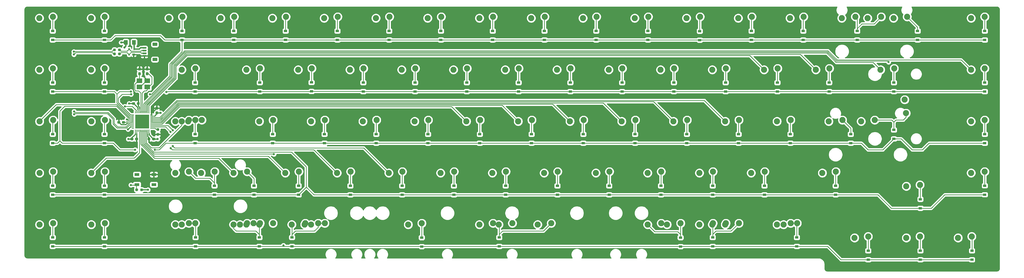
<source format=gbl>
G04 #@! TF.GenerationSoftware,KiCad,Pcbnew,(5.1.12)-1*
G04 #@! TF.CreationDate,2022-01-08T19:29:44-05:00*
G04 #@! TF.ProjectId,J-01-Alps,4a2d3031-2d41-46c7-9073-2e6b69636164,rev?*
G04 #@! TF.SameCoordinates,Original*
G04 #@! TF.FileFunction,Copper,L2,Bot*
G04 #@! TF.FilePolarity,Positive*
%FSLAX46Y46*%
G04 Gerber Fmt 4.6, Leading zero omitted, Abs format (unit mm)*
G04 Created by KiCad (PCBNEW (5.1.12)-1) date 2022-01-08 19:29:44*
%MOMM*%
%LPD*%
G01*
G04 APERTURE LIST*
G04 #@! TA.AperFunction,ComponentPad*
%ADD10C,2.250000*%
G04 #@! TD*
G04 #@! TA.AperFunction,SMDPad,CuDef*
%ADD11R,5.150000X5.150000*%
G04 #@! TD*
G04 #@! TA.AperFunction,SMDPad,CuDef*
%ADD12R,1.000000X0.700000*%
G04 #@! TD*
G04 #@! TA.AperFunction,SMDPad,CuDef*
%ADD13R,0.600000X0.700000*%
G04 #@! TD*
G04 #@! TA.AperFunction,SMDPad,CuDef*
%ADD14R,1.200000X0.900000*%
G04 #@! TD*
G04 #@! TA.AperFunction,SMDPad,CuDef*
%ADD15R,2.100000X1.800000*%
G04 #@! TD*
G04 #@! TA.AperFunction,SMDPad,CuDef*
%ADD16R,1.800000X1.100000*%
G04 #@! TD*
G04 #@! TA.AperFunction,ViaPad*
%ADD17C,0.800000*%
G04 #@! TD*
G04 #@! TA.AperFunction,Conductor*
%ADD18C,0.254000*%
G04 #@! TD*
G04 #@! TA.AperFunction,Conductor*
%ADD19C,0.381000*%
G04 #@! TD*
G04 #@! TA.AperFunction,Conductor*
%ADD20C,0.508000*%
G04 #@! TD*
G04 #@! TA.AperFunction,Conductor*
%ADD21C,0.100000*%
G04 #@! TD*
G04 APERTURE END LIST*
D10*
G04 #@! TO.P,SW-M6,1*
G04 #@! TO.N,COL1*
X53880000Y-109500000D03*
G04 #@! TO.P,SW-M6,2*
G04 #@! TO.N,Net-(D37-Pad2)*
X58880000Y-109000000D03*
G04 #@! TD*
G04 #@! TO.P,SW-M5,1*
G04 #@! TO.N,COL0*
X34830000Y-109510000D03*
G04 #@! TO.P,SW-M5,2*
G04 #@! TO.N,Net-(D36-Pad2)*
X39830000Y-109010000D03*
G04 #@! TD*
D11*
G04 #@! TO.P,U1,45*
G04 #@! TO.N,N/C*
X72618750Y-109537500D03*
G04 #@! TO.P,U1,44*
G04 #@! TO.N,+5V*
G04 #@! TA.AperFunction,SMDPad,CuDef*
G36*
G01*
X69993750Y-113350000D02*
X69993750Y-112600000D01*
G75*
G02*
X70056250Y-112537500I62500J0D01*
G01*
X70181250Y-112537500D01*
G75*
G02*
X70243750Y-112600000I0J-62500D01*
G01*
X70243750Y-113350000D01*
G75*
G02*
X70181250Y-113412500I-62500J0D01*
G01*
X70056250Y-113412500D01*
G75*
G02*
X69993750Y-113350000I0J62500D01*
G01*
G37*
G04 #@! TD.AperFunction*
G04 #@! TO.P,U1,43*
G04 #@! TO.N,GND*
G04 #@! TA.AperFunction,SMDPad,CuDef*
G36*
G01*
X70493750Y-113350000D02*
X70493750Y-112600000D01*
G75*
G02*
X70556250Y-112537500I62500J0D01*
G01*
X70681250Y-112537500D01*
G75*
G02*
X70743750Y-112600000I0J-62500D01*
G01*
X70743750Y-113350000D01*
G75*
G02*
X70681250Y-113412500I-62500J0D01*
G01*
X70556250Y-113412500D01*
G75*
G02*
X70493750Y-113350000I0J62500D01*
G01*
G37*
G04 #@! TD.AperFunction*
G04 #@! TO.P,U1,42*
G04 #@! TO.N,Net-(U1-Pad42)*
G04 #@! TA.AperFunction,SMDPad,CuDef*
G36*
G01*
X70993750Y-113350000D02*
X70993750Y-112600000D01*
G75*
G02*
X71056250Y-112537500I62500J0D01*
G01*
X71181250Y-112537500D01*
G75*
G02*
X71243750Y-112600000I0J-62500D01*
G01*
X71243750Y-113350000D01*
G75*
G02*
X71181250Y-113412500I-62500J0D01*
G01*
X71056250Y-113412500D01*
G75*
G02*
X70993750Y-113350000I0J62500D01*
G01*
G37*
G04 #@! TD.AperFunction*
G04 #@! TO.P,U1,41*
G04 #@! TO.N,COL1*
G04 #@! TA.AperFunction,SMDPad,CuDef*
G36*
G01*
X71493750Y-113350000D02*
X71493750Y-112600000D01*
G75*
G02*
X71556250Y-112537500I62500J0D01*
G01*
X71681250Y-112537500D01*
G75*
G02*
X71743750Y-112600000I0J-62500D01*
G01*
X71743750Y-113350000D01*
G75*
G02*
X71681250Y-113412500I-62500J0D01*
G01*
X71556250Y-113412500D01*
G75*
G02*
X71493750Y-113350000I0J62500D01*
G01*
G37*
G04 #@! TD.AperFunction*
G04 #@! TO.P,U1,40*
G04 #@! TO.N,COL3*
G04 #@! TA.AperFunction,SMDPad,CuDef*
G36*
G01*
X71993750Y-113350000D02*
X71993750Y-112600000D01*
G75*
G02*
X72056250Y-112537500I62500J0D01*
G01*
X72181250Y-112537500D01*
G75*
G02*
X72243750Y-112600000I0J-62500D01*
G01*
X72243750Y-113350000D01*
G75*
G02*
X72181250Y-113412500I-62500J0D01*
G01*
X72056250Y-113412500D01*
G75*
G02*
X71993750Y-113350000I0J62500D01*
G01*
G37*
G04 #@! TD.AperFunction*
G04 #@! TO.P,U1,39*
G04 #@! TO.N,COL4*
G04 #@! TA.AperFunction,SMDPad,CuDef*
G36*
G01*
X72493750Y-113350000D02*
X72493750Y-112600000D01*
G75*
G02*
X72556250Y-112537500I62500J0D01*
G01*
X72681250Y-112537500D01*
G75*
G02*
X72743750Y-112600000I0J-62500D01*
G01*
X72743750Y-113350000D01*
G75*
G02*
X72681250Y-113412500I-62500J0D01*
G01*
X72556250Y-113412500D01*
G75*
G02*
X72493750Y-113350000I0J62500D01*
G01*
G37*
G04 #@! TD.AperFunction*
G04 #@! TO.P,U1,38*
G04 #@! TO.N,ROW4*
G04 #@! TA.AperFunction,SMDPad,CuDef*
G36*
G01*
X72993750Y-113350000D02*
X72993750Y-112600000D01*
G75*
G02*
X73056250Y-112537500I62500J0D01*
G01*
X73181250Y-112537500D01*
G75*
G02*
X73243750Y-112600000I0J-62500D01*
G01*
X73243750Y-113350000D01*
G75*
G02*
X73181250Y-113412500I-62500J0D01*
G01*
X73056250Y-113412500D01*
G75*
G02*
X72993750Y-113350000I0J62500D01*
G01*
G37*
G04 #@! TD.AperFunction*
G04 #@! TO.P,U1,37*
G04 #@! TO.N,ROW3*
G04 #@! TA.AperFunction,SMDPad,CuDef*
G36*
G01*
X73493750Y-113350000D02*
X73493750Y-112600000D01*
G75*
G02*
X73556250Y-112537500I62500J0D01*
G01*
X73681250Y-112537500D01*
G75*
G02*
X73743750Y-112600000I0J-62500D01*
G01*
X73743750Y-113350000D01*
G75*
G02*
X73681250Y-113412500I-62500J0D01*
G01*
X73556250Y-113412500D01*
G75*
G02*
X73493750Y-113350000I0J62500D01*
G01*
G37*
G04 #@! TD.AperFunction*
G04 #@! TO.P,U1,36*
G04 #@! TO.N,COL2*
G04 #@! TA.AperFunction,SMDPad,CuDef*
G36*
G01*
X73993750Y-113350000D02*
X73993750Y-112600000D01*
G75*
G02*
X74056250Y-112537500I62500J0D01*
G01*
X74181250Y-112537500D01*
G75*
G02*
X74243750Y-112600000I0J-62500D01*
G01*
X74243750Y-113350000D01*
G75*
G02*
X74181250Y-113412500I-62500J0D01*
G01*
X74056250Y-113412500D01*
G75*
G02*
X73993750Y-113350000I0J62500D01*
G01*
G37*
G04 #@! TD.AperFunction*
G04 #@! TO.P,U1,35*
G04 #@! TO.N,GND*
G04 #@! TA.AperFunction,SMDPad,CuDef*
G36*
G01*
X74493750Y-113350000D02*
X74493750Y-112600000D01*
G75*
G02*
X74556250Y-112537500I62500J0D01*
G01*
X74681250Y-112537500D01*
G75*
G02*
X74743750Y-112600000I0J-62500D01*
G01*
X74743750Y-113350000D01*
G75*
G02*
X74681250Y-113412500I-62500J0D01*
G01*
X74556250Y-113412500D01*
G75*
G02*
X74493750Y-113350000I0J62500D01*
G01*
G37*
G04 #@! TD.AperFunction*
G04 #@! TO.P,U1,34*
G04 #@! TO.N,+5V*
G04 #@! TA.AperFunction,SMDPad,CuDef*
G36*
G01*
X74993750Y-113350000D02*
X74993750Y-112600000D01*
G75*
G02*
X75056250Y-112537500I62500J0D01*
G01*
X75181250Y-112537500D01*
G75*
G02*
X75243750Y-112600000I0J-62500D01*
G01*
X75243750Y-113350000D01*
G75*
G02*
X75181250Y-113412500I-62500J0D01*
G01*
X75056250Y-113412500D01*
G75*
G02*
X74993750Y-113350000I0J62500D01*
G01*
G37*
G04 #@! TD.AperFunction*
G04 #@! TO.P,U1,33*
G04 #@! TO.N,Net-(RC4-Pad2)*
G04 #@! TA.AperFunction,SMDPad,CuDef*
G36*
G01*
X75618750Y-112100000D02*
X75618750Y-111975000D01*
G75*
G02*
X75681250Y-111912500I62500J0D01*
G01*
X76431250Y-111912500D01*
G75*
G02*
X76493750Y-111975000I0J-62500D01*
G01*
X76493750Y-112100000D01*
G75*
G02*
X76431250Y-112162500I-62500J0D01*
G01*
X75681250Y-112162500D01*
G75*
G02*
X75618750Y-112100000I0J62500D01*
G01*
G37*
G04 #@! TD.AperFunction*
G04 #@! TO.P,U1,32*
G04 #@! TO.N,COL5*
G04 #@! TA.AperFunction,SMDPad,CuDef*
G36*
G01*
X75618750Y-111600000D02*
X75618750Y-111475000D01*
G75*
G02*
X75681250Y-111412500I62500J0D01*
G01*
X76431250Y-111412500D01*
G75*
G02*
X76493750Y-111475000I0J-62500D01*
G01*
X76493750Y-111600000D01*
G75*
G02*
X76431250Y-111662500I-62500J0D01*
G01*
X75681250Y-111662500D01*
G75*
G02*
X75618750Y-111600000I0J62500D01*
G01*
G37*
G04 #@! TD.AperFunction*
G04 #@! TO.P,U1,31*
G04 #@! TO.N,COL6*
G04 #@! TA.AperFunction,SMDPad,CuDef*
G36*
G01*
X75618750Y-111100000D02*
X75618750Y-110975000D01*
G75*
G02*
X75681250Y-110912500I62500J0D01*
G01*
X76431250Y-110912500D01*
G75*
G02*
X76493750Y-110975000I0J-62500D01*
G01*
X76493750Y-111100000D01*
G75*
G02*
X76431250Y-111162500I-62500J0D01*
G01*
X75681250Y-111162500D01*
G75*
G02*
X75618750Y-111100000I0J62500D01*
G01*
G37*
G04 #@! TD.AperFunction*
G04 #@! TO.P,U1,30*
G04 #@! TO.N,COL7*
G04 #@! TA.AperFunction,SMDPad,CuDef*
G36*
G01*
X75618750Y-110600000D02*
X75618750Y-110475000D01*
G75*
G02*
X75681250Y-110412500I62500J0D01*
G01*
X76431250Y-110412500D01*
G75*
G02*
X76493750Y-110475000I0J-62500D01*
G01*
X76493750Y-110600000D01*
G75*
G02*
X76431250Y-110662500I-62500J0D01*
G01*
X75681250Y-110662500D01*
G75*
G02*
X75618750Y-110600000I0J62500D01*
G01*
G37*
G04 #@! TD.AperFunction*
G04 #@! TO.P,U1,29*
G04 #@! TO.N,COL8*
G04 #@! TA.AperFunction,SMDPad,CuDef*
G36*
G01*
X75618750Y-110100000D02*
X75618750Y-109975000D01*
G75*
G02*
X75681250Y-109912500I62500J0D01*
G01*
X76431250Y-109912500D01*
G75*
G02*
X76493750Y-109975000I0J-62500D01*
G01*
X76493750Y-110100000D01*
G75*
G02*
X76431250Y-110162500I-62500J0D01*
G01*
X75681250Y-110162500D01*
G75*
G02*
X75618750Y-110100000I0J62500D01*
G01*
G37*
G04 #@! TD.AperFunction*
G04 #@! TO.P,U1,28*
G04 #@! TO.N,COL9*
G04 #@! TA.AperFunction,SMDPad,CuDef*
G36*
G01*
X75618750Y-109600000D02*
X75618750Y-109475000D01*
G75*
G02*
X75681250Y-109412500I62500J0D01*
G01*
X76431250Y-109412500D01*
G75*
G02*
X76493750Y-109475000I0J-62500D01*
G01*
X76493750Y-109600000D01*
G75*
G02*
X76431250Y-109662500I-62500J0D01*
G01*
X75681250Y-109662500D01*
G75*
G02*
X75618750Y-109600000I0J62500D01*
G01*
G37*
G04 #@! TD.AperFunction*
G04 #@! TO.P,U1,27*
G04 #@! TO.N,COL10*
G04 #@! TA.AperFunction,SMDPad,CuDef*
G36*
G01*
X75618750Y-109100000D02*
X75618750Y-108975000D01*
G75*
G02*
X75681250Y-108912500I62500J0D01*
G01*
X76431250Y-108912500D01*
G75*
G02*
X76493750Y-108975000I0J-62500D01*
G01*
X76493750Y-109100000D01*
G75*
G02*
X76431250Y-109162500I-62500J0D01*
G01*
X75681250Y-109162500D01*
G75*
G02*
X75618750Y-109100000I0J62500D01*
G01*
G37*
G04 #@! TD.AperFunction*
G04 #@! TO.P,U1,26*
G04 #@! TO.N,COL11*
G04 #@! TA.AperFunction,SMDPad,CuDef*
G36*
G01*
X75618750Y-108600000D02*
X75618750Y-108475000D01*
G75*
G02*
X75681250Y-108412500I62500J0D01*
G01*
X76431250Y-108412500D01*
G75*
G02*
X76493750Y-108475000I0J-62500D01*
G01*
X76493750Y-108600000D01*
G75*
G02*
X76431250Y-108662500I-62500J0D01*
G01*
X75681250Y-108662500D01*
G75*
G02*
X75618750Y-108600000I0J62500D01*
G01*
G37*
G04 #@! TD.AperFunction*
G04 #@! TO.P,U1,25*
G04 #@! TO.N,COL12*
G04 #@! TA.AperFunction,SMDPad,CuDef*
G36*
G01*
X75618750Y-108100000D02*
X75618750Y-107975000D01*
G75*
G02*
X75681250Y-107912500I62500J0D01*
G01*
X76431250Y-107912500D01*
G75*
G02*
X76493750Y-107975000I0J-62500D01*
G01*
X76493750Y-108100000D01*
G75*
G02*
X76431250Y-108162500I-62500J0D01*
G01*
X75681250Y-108162500D01*
G75*
G02*
X75618750Y-108100000I0J62500D01*
G01*
G37*
G04 #@! TD.AperFunction*
G04 #@! TO.P,U1,24*
G04 #@! TO.N,+5V*
G04 #@! TA.AperFunction,SMDPad,CuDef*
G36*
G01*
X75618750Y-107600000D02*
X75618750Y-107475000D01*
G75*
G02*
X75681250Y-107412500I62500J0D01*
G01*
X76431250Y-107412500D01*
G75*
G02*
X76493750Y-107475000I0J-62500D01*
G01*
X76493750Y-107600000D01*
G75*
G02*
X76431250Y-107662500I-62500J0D01*
G01*
X75681250Y-107662500D01*
G75*
G02*
X75618750Y-107600000I0J62500D01*
G01*
G37*
G04 #@! TD.AperFunction*
G04 #@! TO.P,U1,23*
G04 #@! TO.N,GND*
G04 #@! TA.AperFunction,SMDPad,CuDef*
G36*
G01*
X75618750Y-107100000D02*
X75618750Y-106975000D01*
G75*
G02*
X75681250Y-106912500I62500J0D01*
G01*
X76431250Y-106912500D01*
G75*
G02*
X76493750Y-106975000I0J-62500D01*
G01*
X76493750Y-107100000D01*
G75*
G02*
X76431250Y-107162500I-62500J0D01*
G01*
X75681250Y-107162500D01*
G75*
G02*
X75618750Y-107100000I0J62500D01*
G01*
G37*
G04 #@! TD.AperFunction*
G04 #@! TO.P,U1,22*
G04 #@! TO.N,COL13*
G04 #@! TA.AperFunction,SMDPad,CuDef*
G36*
G01*
X74993750Y-106475000D02*
X74993750Y-105725000D01*
G75*
G02*
X75056250Y-105662500I62500J0D01*
G01*
X75181250Y-105662500D01*
G75*
G02*
X75243750Y-105725000I0J-62500D01*
G01*
X75243750Y-106475000D01*
G75*
G02*
X75181250Y-106537500I-62500J0D01*
G01*
X75056250Y-106537500D01*
G75*
G02*
X74993750Y-106475000I0J62500D01*
G01*
G37*
G04 #@! TD.AperFunction*
G04 #@! TO.P,U1,21*
G04 #@! TO.N,COL14*
G04 #@! TA.AperFunction,SMDPad,CuDef*
G36*
G01*
X74493750Y-106475000D02*
X74493750Y-105725000D01*
G75*
G02*
X74556250Y-105662500I62500J0D01*
G01*
X74681250Y-105662500D01*
G75*
G02*
X74743750Y-105725000I0J-62500D01*
G01*
X74743750Y-106475000D01*
G75*
G02*
X74681250Y-106537500I-62500J0D01*
G01*
X74556250Y-106537500D01*
G75*
G02*
X74493750Y-106475000I0J62500D01*
G01*
G37*
G04 #@! TD.AperFunction*
G04 #@! TO.P,U1,20*
G04 #@! TO.N,COL15*
G04 #@! TA.AperFunction,SMDPad,CuDef*
G36*
G01*
X73993750Y-106475000D02*
X73993750Y-105725000D01*
G75*
G02*
X74056250Y-105662500I62500J0D01*
G01*
X74181250Y-105662500D01*
G75*
G02*
X74243750Y-105725000I0J-62500D01*
G01*
X74243750Y-106475000D01*
G75*
G02*
X74181250Y-106537500I-62500J0D01*
G01*
X74056250Y-106537500D01*
G75*
G02*
X73993750Y-106475000I0J62500D01*
G01*
G37*
G04 #@! TD.AperFunction*
G04 #@! TO.P,U1,19*
G04 #@! TO.N,COL16*
G04 #@! TA.AperFunction,SMDPad,CuDef*
G36*
G01*
X73493750Y-106475000D02*
X73493750Y-105725000D01*
G75*
G02*
X73556250Y-105662500I62500J0D01*
G01*
X73681250Y-105662500D01*
G75*
G02*
X73743750Y-105725000I0J-62500D01*
G01*
X73743750Y-106475000D01*
G75*
G02*
X73681250Y-106537500I-62500J0D01*
G01*
X73556250Y-106537500D01*
G75*
G02*
X73493750Y-106475000I0J62500D01*
G01*
G37*
G04 #@! TD.AperFunction*
G04 #@! TO.P,U1,18*
G04 #@! TO.N,COL17*
G04 #@! TA.AperFunction,SMDPad,CuDef*
G36*
G01*
X72993750Y-106475000D02*
X72993750Y-105725000D01*
G75*
G02*
X73056250Y-105662500I62500J0D01*
G01*
X73181250Y-105662500D01*
G75*
G02*
X73243750Y-105725000I0J-62500D01*
G01*
X73243750Y-106475000D01*
G75*
G02*
X73181250Y-106537500I-62500J0D01*
G01*
X73056250Y-106537500D01*
G75*
G02*
X72993750Y-106475000I0J62500D01*
G01*
G37*
G04 #@! TD.AperFunction*
G04 #@! TO.P,U1,17*
G04 #@! TO.N,XTAL1*
G04 #@! TA.AperFunction,SMDPad,CuDef*
G36*
G01*
X72493750Y-106475000D02*
X72493750Y-105725000D01*
G75*
G02*
X72556250Y-105662500I62500J0D01*
G01*
X72681250Y-105662500D01*
G75*
G02*
X72743750Y-105725000I0J-62500D01*
G01*
X72743750Y-106475000D01*
G75*
G02*
X72681250Y-106537500I-62500J0D01*
G01*
X72556250Y-106537500D01*
G75*
G02*
X72493750Y-106475000I0J62500D01*
G01*
G37*
G04 #@! TD.AperFunction*
G04 #@! TO.P,U1,16*
G04 #@! TO.N,XTAL2*
G04 #@! TA.AperFunction,SMDPad,CuDef*
G36*
G01*
X71993750Y-106475000D02*
X71993750Y-105725000D01*
G75*
G02*
X72056250Y-105662500I62500J0D01*
G01*
X72181250Y-105662500D01*
G75*
G02*
X72243750Y-105725000I0J-62500D01*
G01*
X72243750Y-106475000D01*
G75*
G02*
X72181250Y-106537500I-62500J0D01*
G01*
X72056250Y-106537500D01*
G75*
G02*
X71993750Y-106475000I0J62500D01*
G01*
G37*
G04 #@! TD.AperFunction*
G04 #@! TO.P,U1,15*
G04 #@! TO.N,GND*
G04 #@! TA.AperFunction,SMDPad,CuDef*
G36*
G01*
X71493750Y-106475000D02*
X71493750Y-105725000D01*
G75*
G02*
X71556250Y-105662500I62500J0D01*
G01*
X71681250Y-105662500D01*
G75*
G02*
X71743750Y-105725000I0J-62500D01*
G01*
X71743750Y-106475000D01*
G75*
G02*
X71681250Y-106537500I-62500J0D01*
G01*
X71556250Y-106537500D01*
G75*
G02*
X71493750Y-106475000I0J62500D01*
G01*
G37*
G04 #@! TD.AperFunction*
G04 #@! TO.P,U1,14*
G04 #@! TO.N,+5V*
G04 #@! TA.AperFunction,SMDPad,CuDef*
G36*
G01*
X70993750Y-106475000D02*
X70993750Y-105725000D01*
G75*
G02*
X71056250Y-105662500I62500J0D01*
G01*
X71181250Y-105662500D01*
G75*
G02*
X71243750Y-105725000I0J-62500D01*
G01*
X71243750Y-106475000D01*
G75*
G02*
X71181250Y-106537500I-62500J0D01*
G01*
X71056250Y-106537500D01*
G75*
G02*
X70993750Y-106475000I0J62500D01*
G01*
G37*
G04 #@! TD.AperFunction*
G04 #@! TO.P,U1,13*
G04 #@! TO.N,Net-(RC3-Pad2)*
G04 #@! TA.AperFunction,SMDPad,CuDef*
G36*
G01*
X70493750Y-106475000D02*
X70493750Y-105725000D01*
G75*
G02*
X70556250Y-105662500I62500J0D01*
G01*
X70681250Y-105662500D01*
G75*
G02*
X70743750Y-105725000I0J-62500D01*
G01*
X70743750Y-106475000D01*
G75*
G02*
X70681250Y-106537500I-62500J0D01*
G01*
X70556250Y-106537500D01*
G75*
G02*
X70493750Y-106475000I0J62500D01*
G01*
G37*
G04 #@! TD.AperFunction*
G04 #@! TO.P,U1,12*
G04 #@! TO.N,Net-(U1-Pad12)*
G04 #@! TA.AperFunction,SMDPad,CuDef*
G36*
G01*
X69993750Y-106475000D02*
X69993750Y-105725000D01*
G75*
G02*
X70056250Y-105662500I62500J0D01*
G01*
X70181250Y-105662500D01*
G75*
G02*
X70243750Y-105725000I0J-62500D01*
G01*
X70243750Y-106475000D01*
G75*
G02*
X70181250Y-106537500I-62500J0D01*
G01*
X70056250Y-106537500D01*
G75*
G02*
X69993750Y-106475000I0J62500D01*
G01*
G37*
G04 #@! TD.AperFunction*
G04 #@! TO.P,U1,11*
G04 #@! TO.N,ROW0*
G04 #@! TA.AperFunction,SMDPad,CuDef*
G36*
G01*
X68743750Y-107100000D02*
X68743750Y-106975000D01*
G75*
G02*
X68806250Y-106912500I62500J0D01*
G01*
X69556250Y-106912500D01*
G75*
G02*
X69618750Y-106975000I0J-62500D01*
G01*
X69618750Y-107100000D01*
G75*
G02*
X69556250Y-107162500I-62500J0D01*
G01*
X68806250Y-107162500D01*
G75*
G02*
X68743750Y-107100000I0J62500D01*
G01*
G37*
G04 #@! TD.AperFunction*
G04 #@! TO.P,U1,10*
G04 #@! TO.N,ROW1*
G04 #@! TA.AperFunction,SMDPad,CuDef*
G36*
G01*
X68743750Y-107600000D02*
X68743750Y-107475000D01*
G75*
G02*
X68806250Y-107412500I62500J0D01*
G01*
X69556250Y-107412500D01*
G75*
G02*
X69618750Y-107475000I0J-62500D01*
G01*
X69618750Y-107600000D01*
G75*
G02*
X69556250Y-107662500I-62500J0D01*
G01*
X68806250Y-107662500D01*
G75*
G02*
X68743750Y-107600000I0J62500D01*
G01*
G37*
G04 #@! TD.AperFunction*
G04 #@! TO.P,U1,9*
G04 #@! TO.N,COL0*
G04 #@! TA.AperFunction,SMDPad,CuDef*
G36*
G01*
X68743750Y-108100000D02*
X68743750Y-107975000D01*
G75*
G02*
X68806250Y-107912500I62500J0D01*
G01*
X69556250Y-107912500D01*
G75*
G02*
X69618750Y-107975000I0J-62500D01*
G01*
X69618750Y-108100000D01*
G75*
G02*
X69556250Y-108162500I-62500J0D01*
G01*
X68806250Y-108162500D01*
G75*
G02*
X68743750Y-108100000I0J62500D01*
G01*
G37*
G04 #@! TD.AperFunction*
G04 #@! TO.P,U1,8*
G04 #@! TO.N,ROW2*
G04 #@! TA.AperFunction,SMDPad,CuDef*
G36*
G01*
X68743750Y-108600000D02*
X68743750Y-108475000D01*
G75*
G02*
X68806250Y-108412500I62500J0D01*
G01*
X69556250Y-108412500D01*
G75*
G02*
X69618750Y-108475000I0J-62500D01*
G01*
X69618750Y-108600000D01*
G75*
G02*
X69556250Y-108662500I-62500J0D01*
G01*
X68806250Y-108662500D01*
G75*
G02*
X68743750Y-108600000I0J62500D01*
G01*
G37*
G04 #@! TD.AperFunction*
G04 #@! TO.P,U1,7*
G04 #@! TO.N,+5V*
G04 #@! TA.AperFunction,SMDPad,CuDef*
G36*
G01*
X68743750Y-109100000D02*
X68743750Y-108975000D01*
G75*
G02*
X68806250Y-108912500I62500J0D01*
G01*
X69556250Y-108912500D01*
G75*
G02*
X69618750Y-108975000I0J-62500D01*
G01*
X69618750Y-109100000D01*
G75*
G02*
X69556250Y-109162500I-62500J0D01*
G01*
X68806250Y-109162500D01*
G75*
G02*
X68743750Y-109100000I0J62500D01*
G01*
G37*
G04 #@! TD.AperFunction*
G04 #@! TO.P,U1,6*
G04 #@! TO.N,Net-(C2-Pad1)*
G04 #@! TA.AperFunction,SMDPad,CuDef*
G36*
G01*
X68743750Y-109600000D02*
X68743750Y-109475000D01*
G75*
G02*
X68806250Y-109412500I62500J0D01*
G01*
X69556250Y-109412500D01*
G75*
G02*
X69618750Y-109475000I0J-62500D01*
G01*
X69618750Y-109600000D01*
G75*
G02*
X69556250Y-109662500I-62500J0D01*
G01*
X68806250Y-109662500D01*
G75*
G02*
X68743750Y-109600000I0J62500D01*
G01*
G37*
G04 #@! TD.AperFunction*
G04 #@! TO.P,U1,5*
G04 #@! TO.N,GND*
G04 #@! TA.AperFunction,SMDPad,CuDef*
G36*
G01*
X68743750Y-110100000D02*
X68743750Y-109975000D01*
G75*
G02*
X68806250Y-109912500I62500J0D01*
G01*
X69556250Y-109912500D01*
G75*
G02*
X69618750Y-109975000I0J-62500D01*
G01*
X69618750Y-110100000D01*
G75*
G02*
X69556250Y-110162500I-62500J0D01*
G01*
X68806250Y-110162500D01*
G75*
G02*
X68743750Y-110100000I0J62500D01*
G01*
G37*
G04 #@! TD.AperFunction*
G04 #@! TO.P,U1,4*
G04 #@! TO.N,D+*
G04 #@! TA.AperFunction,SMDPad,CuDef*
G36*
G01*
X68743750Y-110600000D02*
X68743750Y-110475000D01*
G75*
G02*
X68806250Y-110412500I62500J0D01*
G01*
X69556250Y-110412500D01*
G75*
G02*
X69618750Y-110475000I0J-62500D01*
G01*
X69618750Y-110600000D01*
G75*
G02*
X69556250Y-110662500I-62500J0D01*
G01*
X68806250Y-110662500D01*
G75*
G02*
X68743750Y-110600000I0J62500D01*
G01*
G37*
G04 #@! TD.AperFunction*
G04 #@! TO.P,U1,3*
G04 #@! TO.N,D-*
G04 #@! TA.AperFunction,SMDPad,CuDef*
G36*
G01*
X68743750Y-111100000D02*
X68743750Y-110975000D01*
G75*
G02*
X68806250Y-110912500I62500J0D01*
G01*
X69556250Y-110912500D01*
G75*
G02*
X69618750Y-110975000I0J-62500D01*
G01*
X69618750Y-111100000D01*
G75*
G02*
X69556250Y-111162500I-62500J0D01*
G01*
X68806250Y-111162500D01*
G75*
G02*
X68743750Y-111100000I0J62500D01*
G01*
G37*
G04 #@! TD.AperFunction*
G04 #@! TO.P,U1,2*
G04 #@! TO.N,+5V*
G04 #@! TA.AperFunction,SMDPad,CuDef*
G36*
G01*
X68743750Y-111600000D02*
X68743750Y-111475000D01*
G75*
G02*
X68806250Y-111412500I62500J0D01*
G01*
X69556250Y-111412500D01*
G75*
G02*
X69618750Y-111475000I0J-62500D01*
G01*
X69618750Y-111600000D01*
G75*
G02*
X69556250Y-111662500I-62500J0D01*
G01*
X68806250Y-111662500D01*
G75*
G02*
X68743750Y-111600000I0J62500D01*
G01*
G37*
G04 #@! TD.AperFunction*
G04 #@! TO.P,U1,1*
G04 #@! TO.N,Net-(U1-Pad1)*
G04 #@! TA.AperFunction,SMDPad,CuDef*
G36*
G01*
X68743750Y-112100000D02*
X68743750Y-111975000D01*
G75*
G02*
X68806250Y-111912500I62500J0D01*
G01*
X69556250Y-111912500D01*
G75*
G02*
X69618750Y-111975000I0J-62500D01*
G01*
X69618750Y-112100000D01*
G75*
G02*
X69556250Y-112162500I-62500J0D01*
G01*
X68806250Y-112162500D01*
G75*
G02*
X68743750Y-112100000I0J62500D01*
G01*
G37*
G04 #@! TD.AperFunction*
G04 #@! TD*
D10*
G04 #@! TO.P,SW-M1,1*
G04 #@! TO.N,COL0*
X34800000Y-71400000D03*
G04 #@! TO.P,SW-M1,2*
G04 #@! TO.N,Net-(D1-Pad2)*
X39800000Y-70900000D03*
G04 #@! TD*
G04 #@! TO.P,SW-DEL1,1*
G04 #@! TO.N,COL17*
X377690000Y-71410000D03*
G04 #@! TO.P,SW-DEL1,2*
G04 #@! TO.N,Net-(D18-Pad2)*
X382690000Y-70910000D03*
G04 #@! TD*
G04 #@! TO.P,SW-RIGHT1,1*
G04 #@! TO.N,COL17*
X372900000Y-152481250D03*
G04 #@! TO.P,SW-RIGHT1,2*
G04 #@! TO.N,Net-(D82-Pad2)*
X377900000Y-151981250D03*
G04 #@! TD*
G04 #@! TO.P,SW-M9,1*
G04 #@! TO.N,COL0*
X34831250Y-147606250D03*
G04 #@! TO.P,SW-M9,2*
G04 #@! TO.N,Net-(D70-Pad2)*
X39831250Y-147106250D03*
G04 #@! TD*
G04 #@! TO.P,SW-M2,1*
G04 #@! TO.N,COL1*
X53850000Y-71400000D03*
G04 #@! TO.P,SW-M2,2*
G04 #@! TO.N,Net-(D2-Pad2)*
X58850000Y-70900000D03*
G04 #@! TD*
G04 #@! TO.P,SW-ESC1,1*
G04 #@! TO.N,COL2*
X82431250Y-71406250D03*
G04 #@! TO.P,SW-ESC1,2*
G04 #@! TO.N,Net-(D3-Pad2)*
X87431250Y-70906250D03*
G04 #@! TD*
G04 #@! TO.P,SW-`1,1*
G04 #@! TO.N,COL16*
X349131250Y-71400000D03*
G04 #@! TO.P,SW-`1,2*
G04 #@! TO.N,Net-(D17-Pad2)*
X354131250Y-70900000D03*
G04 #@! TD*
G04 #@! TO.P,SW-SPACE225,1*
G04 #@! TO.N,COL6*
X170537500Y-147606250D03*
G04 #@! TO.P,SW-SPACE225,2*
G04 #@! TO.N,Net-(D75-Pad2)*
X175537500Y-147106250D03*
G04 #@! TD*
G04 #@! TO.P,SW-END1,1*
G04 #@! TO.N,COL17*
X377690000Y-128556250D03*
G04 #@! TO.P,SW-END1,2*
G04 #@! TO.N,Net-(D69-Pad2)*
X382690000Y-128056250D03*
G04 #@! TD*
G04 #@! TO.P,SW-RSHFT1,1*
G04 #@! TO.N,COL14*
X322937500Y-128556250D03*
G04 #@! TO.P,SW-RSHFT1,2*
G04 #@! TO.N,Net-(D67-Pad2)*
X327937500Y-128056250D03*
G04 #@! TD*
G04 #@! TO.P,SW-PGDN1,1*
G04 #@! TO.N,COL17*
X377690000Y-109506250D03*
G04 #@! TO.P,SW-PGDN1,2*
G04 #@! TO.N,Net-(D52-Pad2)*
X382690000Y-109006250D03*
G04 #@! TD*
G04 #@! TO.P,SW-\u005C2,1*
G04 #@! TO.N,COL15*
X344368750Y-90456250D03*
G04 #@! TO.P,SW-\u005C2,2*
G04 #@! TO.N,Net-(D34-Pad2)*
X349368750Y-89956250D03*
G04 #@! TD*
G04 #@! TO.P,SW-PGUP1,1*
G04 #@! TO.N,COL17*
X377690000Y-90460000D03*
G04 #@! TO.P,SW-PGUP1,2*
G04 #@! TO.N,Net-(D35-Pad2)*
X382690000Y-89960000D03*
G04 #@! TD*
G04 #@! TO.P,SW-DOWN1,1*
G04 #@! TO.N,COL16*
X353850000Y-152481250D03*
G04 #@! TO.P,SW-DOWN1,2*
G04 #@! TO.N,Net-(D81-Pad2)*
X358850000Y-151981250D03*
G04 #@! TD*
G04 #@! TO.P,SW-LEFT1,1*
G04 #@! TO.N,COL15*
X334800000Y-152481250D03*
G04 #@! TO.P,SW-LEFT1,2*
G04 #@! TO.N,Net-(D80-Pad2)*
X339800000Y-151981250D03*
G04 #@! TD*
G04 #@! TO.P,SW-RCTRL2,1*
G04 #@! TO.N,COL13*
X308650000Y-147606250D03*
G04 #@! TO.P,SW-RCTRL2,2*
G04 #@! TO.N,Net-(D79-Pad2)*
X313650000Y-147106250D03*
G04 #@! TD*
G04 #@! TO.P,SW-M8,1*
G04 #@! TO.N,COL1*
X53881250Y-128556250D03*
G04 #@! TO.P,SW-M8,2*
G04 #@! TO.N,Net-(D54-Pad2)*
X58881250Y-128056250D03*
G04 #@! TD*
G04 #@! TO.P,SW-LSHIFT2,1*
G04 #@! TO.N,COL2*
X84812500Y-128556250D03*
G04 #@! TO.P,SW-LSHIFT2,2*
G04 #@! TO.N,Net-(D55-Pad2)*
X89812500Y-128056250D03*
G04 #@! TD*
G04 #@! TO.P,SW-M4,1*
G04 #@! TO.N,COL1*
X53850000Y-90450000D03*
G04 #@! TO.P,SW-M4,2*
G04 #@! TO.N,Net-(D20-Pad2)*
X58850000Y-89950000D03*
G04 #@! TD*
G04 #@! TO.P,SW-TAB1,1*
G04 #@! TO.N,COL2*
X87193750Y-90456250D03*
G04 #@! TO.P,SW-TAB1,2*
G04 #@! TO.N,Net-(D21-Pad2)*
X92193750Y-89956250D03*
G04 #@! TD*
G04 #@! TO.P,SW-LCTRL2,1*
G04 #@! TO.N,COL2*
X87193750Y-147606250D03*
G04 #@! TO.P,SW-LCTRL2,2*
G04 #@! TO.N,Net-(D72-Pad2)*
X92193750Y-147106250D03*
G04 #@! TD*
G04 #@! TO.P,SW-LCTRL1,1*
G04 #@! TO.N,COL2*
X84812500Y-147606250D03*
G04 #@! TO.P,SW-LCTRL1,2*
G04 #@! TO.N,Net-(D72-Pad2)*
X89812500Y-147106250D03*
G04 #@! TD*
G04 #@! TO.P,SW-M10,1*
G04 #@! TO.N,COL1*
X53881250Y-147606250D03*
G04 #@! TO.P,SW-M10,2*
G04 #@! TO.N,Net-(D71-Pad2)*
X58881250Y-147106250D03*
G04 #@! TD*
G04 #@! TO.P,SW-9,1*
G04 #@! TO.N,COL11*
X253881250Y-71406250D03*
G04 #@! TO.P,SW-9,2*
G04 #@! TO.N,Net-(D12-Pad2)*
X258881250Y-70906250D03*
G04 #@! TD*
G04 #@! TO.P,SW-UP1,1*
G04 #@! TO.N,COL16*
X353850000Y-133430000D03*
G04 #@! TO.P,SW-UP1,2*
G04 #@! TO.N,Net-(D68-Pad2)*
X358850000Y-132930000D03*
G04 #@! TD*
D12*
G04 #@! TO.P,U4,1*
G04 #@! TO.N,GND*
X69493750Y-84837500D03*
D13*
G04 #@! TO.P,U4,4*
G04 #@! TO.N,VCC*
X69693750Y-82837500D03*
G04 #@! TO.P,U4,2*
G04 #@! TO.N,Net-(JST2-Pad3)*
X67793750Y-84837500D03*
G04 #@! TO.P,U4,3*
G04 #@! TO.N,Net-(JST2-Pad2)*
X67793750Y-82837500D03*
G04 #@! TD*
D10*
G04 #@! TO.P,SW-L1,1*
G04 #@! TO.N,COL11*
X268168750Y-109506250D03*
G04 #@! TO.P,SW-L1,2*
G04 #@! TO.N,Net-(D47-Pad2)*
X273168750Y-109006250D03*
G04 #@! TD*
G04 #@! TO.P,C6,2*
G04 #@! TO.N,GND*
G04 #@! TA.AperFunction,SMDPad,CuDef*
G36*
G01*
X75637500Y-115762500D02*
X75637500Y-116237500D01*
G75*
G02*
X75400000Y-116475000I-237500J0D01*
G01*
X74800000Y-116475000D01*
G75*
G02*
X74562500Y-116237500I0J237500D01*
G01*
X74562500Y-115762500D01*
G75*
G02*
X74800000Y-115525000I237500J0D01*
G01*
X75400000Y-115525000D01*
G75*
G02*
X75637500Y-115762500I0J-237500D01*
G01*
G37*
G04 #@! TD.AperFunction*
G04 #@! TO.P,C6,1*
G04 #@! TO.N,+5V*
G04 #@! TA.AperFunction,SMDPad,CuDef*
G36*
G01*
X77362500Y-115762500D02*
X77362500Y-116237500D01*
G75*
G02*
X77125000Y-116475000I-237500J0D01*
G01*
X76525000Y-116475000D01*
G75*
G02*
X76287500Y-116237500I0J237500D01*
G01*
X76287500Y-115762500D01*
G75*
G02*
X76525000Y-115525000I237500J0D01*
G01*
X77125000Y-115525000D01*
G75*
G02*
X77362500Y-115762500I0J-237500D01*
G01*
G37*
G04 #@! TD.AperFunction*
G04 #@! TD*
G04 #@! TO.P,SW-RALT3,2*
G04 #@! TO.N,Net-(D77-Pad2)*
X258643750Y-147606250D03*
G04 #@! TO.P,SW-RALT3,1*
G04 #@! TO.N,COL11*
X263643750Y-147106250D03*
G04 #@! TD*
G04 #@! TO.P,SW-SPACE625,2*
G04 #@! TO.N,Net-(D76-Pad2)*
X203875000Y-147606250D03*
G04 #@! TO.P,SW-SPACE625,1*
G04 #@! TO.N,COL8*
X208875000Y-147106250D03*
G04 #@! TD*
G04 #@! TO.P,SW-SPACE7,1*
G04 #@! TO.N,COL8*
X196731250Y-147606250D03*
G04 #@! TO.P,SW-SPACE7,2*
G04 #@! TO.N,Net-(D76-Pad2)*
G04 #@! TA.AperFunction,ComponentPad*
G36*
G01*
X201652774Y-148228510D02*
X201652774Y-148228510D01*
G75*
G02*
X200608990Y-147027774I78476J1122260D01*
G01*
X200608990Y-147027774D01*
G75*
G02*
X201809726Y-145983990I1122260J-78476D01*
G01*
X201809726Y-145983990D01*
G75*
G02*
X202853510Y-147184726I-78476J-1122260D01*
G01*
X202853510Y-147184726D01*
G75*
G02*
X201652774Y-148228510I-1122260J78476D01*
G01*
G37*
G04 #@! TD.AperFunction*
G04 #@! TD*
G04 #@! TO.P,SW-LALT3,2*
G04 #@! TO.N,Net-(D74-Pad2)*
X127675000Y-147606250D03*
G04 #@! TO.P,SW-LALT3,1*
G04 #@! TO.N,COL4*
X132675000Y-147106250D03*
G04 #@! TD*
G04 #@! TO.P,SW-LALT2,2*
G04 #@! TO.N,Net-(D73-Pad2)*
X115768750Y-147606250D03*
G04 #@! TO.P,SW-LALT2,1*
G04 #@! TO.N,COL3*
X120768750Y-147106250D03*
G04 #@! TD*
G04 #@! TO.P,SW-LWIN2,2*
G04 #@! TO.N,Net-(D73-Pad2)*
X106243750Y-147606250D03*
G04 #@! TO.P,SW-LWIN2,1*
G04 #@! TO.N,COL3*
X111243750Y-147106250D03*
G04 #@! TD*
G04 #@! TO.P,SW-MENU2,2*
G04 #@! TO.N,Net-(D78-Pad2)*
X282456250Y-147606250D03*
G04 #@! TO.P,SW-MENU2,1*
G04 #@! TO.N,COL12*
X287456250Y-147106250D03*
G04 #@! TD*
G04 #@! TO.P,SW-SPACE6,1*
G04 #@! TO.N,COL8*
X196731250Y-147606250D03*
G04 #@! TO.P,SW-SPACE6,2*
G04 #@! TO.N,Net-(D76-Pad2)*
X201731250Y-147106250D03*
G04 #@! TD*
G04 #@! TO.P,SW-LWIN3,1*
G04 #@! TO.N,COL3*
X111006250Y-147606250D03*
G04 #@! TO.P,SW-LWIN3,2*
G04 #@! TO.N,Net-(D73-Pad2)*
X116006250Y-147106250D03*
G04 #@! TD*
G04 #@! TO.P,SW-LALT4,1*
G04 #@! TO.N,COL4*
X134818750Y-147606250D03*
G04 #@! TO.P,SW-LALT4,2*
G04 #@! TO.N,Net-(D74-Pad2)*
X139818750Y-147106250D03*
G04 #@! TD*
G04 #@! TO.P,SW-SPACE275,1*
G04 #@! TO.N,COL8*
X218162500Y-147606250D03*
G04 #@! TO.P,SW-SPACE275,2*
G04 #@! TO.N,Net-(D76-Pad2)*
X223162500Y-147106250D03*
G04 #@! TD*
G04 #@! TO.P,SW-RALT2,1*
G04 #@! TO.N,COL11*
X265787500Y-147606250D03*
G04 #@! TO.P,SW-RALT2,2*
G04 #@! TO.N,Net-(D77-Pad2)*
X270787500Y-147106250D03*
G04 #@! TD*
G04 #@! TO.P,SW-MENU1,1*
G04 #@! TO.N,COL12*
X287218750Y-147606250D03*
G04 #@! TO.P,SW-MENU1,2*
G04 #@! TO.N,Net-(D78-Pad2)*
X292218750Y-147106250D03*
G04 #@! TD*
D14*
G04 #@! TO.P,D77,2*
G04 #@! TO.N,Net-(D77-Pad2)*
X270750000Y-152400000D03*
G04 #@! TO.P,D77,1*
G04 #@! TO.N,ROW4*
X270750000Y-155700000D03*
G04 #@! TD*
G04 #@! TO.P,D75,2*
G04 #@! TO.N,Net-(D75-Pad2)*
X175500000Y-152400000D03*
G04 #@! TO.P,D75,1*
G04 #@! TO.N,ROW4*
X175500000Y-155700000D03*
G04 #@! TD*
D10*
G04 #@! TO.P,SW-CAPS1,2*
G04 #@! TO.N,Net-(D38-Pad2)*
X89575000Y-109506250D03*
G04 #@! TO.P,SW-CAPS1,1*
G04 #@! TO.N,COL2*
X94575000Y-109006250D03*
G04 #@! TD*
G04 #@! TO.P,SW-3800CAPS1,1*
G04 #@! TO.N,COL2*
X87193750Y-109506250D03*
G04 #@! TO.P,SW-3800CAPS1,2*
G04 #@! TO.N,Net-(D38-Pad2)*
X92193750Y-109006250D03*
G04 #@! TD*
G04 #@! TO.P,SW-ISOEN1,2*
G04 #@! TO.N,Net-(D51-Pad2)*
X353750000Y-106481250D03*
G04 #@! TO.P,SW-ISOEN1,1*
G04 #@! TO.N,COL15*
X353250000Y-101481250D03*
G04 #@! TD*
G04 #@! TO.P,SW-Z1,1*
G04 #@! TO.N,COL4*
X125293750Y-128556250D03*
G04 #@! TO.P,SW-Z1,2*
G04 #@! TO.N,Net-(D57-Pad2)*
X130293750Y-128056250D03*
G04 #@! TD*
G04 #@! TO.P,SW-Y1,1*
G04 #@! TO.N,COL8*
X206256250Y-90456250D03*
G04 #@! TO.P,SW-Y1,2*
G04 #@! TO.N,Net-(D27-Pad2)*
X211256250Y-89956250D03*
G04 #@! TD*
G04 #@! TO.P,SW-X1,1*
G04 #@! TO.N,COL5*
X144343750Y-128556250D03*
G04 #@! TO.P,SW-X1,2*
G04 #@! TO.N,Net-(D58-Pad2)*
X149343750Y-128056250D03*
G04 #@! TD*
G04 #@! TO.P,SW-W1,1*
G04 #@! TO.N,COL4*
X130056250Y-90456250D03*
G04 #@! TO.P,SW-W1,2*
G04 #@! TO.N,Net-(D23-Pad2)*
X135056250Y-89956250D03*
G04 #@! TD*
G04 #@! TO.P,SW-V1,1*
G04 #@! TO.N,COL7*
X182443750Y-128556250D03*
G04 #@! TO.P,SW-V1,2*
G04 #@! TO.N,Net-(D60-Pad2)*
X187443750Y-128056250D03*
G04 #@! TD*
G04 #@! TO.P,SW-U1,1*
G04 #@! TO.N,COL9*
X225306250Y-90456250D03*
G04 #@! TO.P,SW-U1,2*
G04 #@! TO.N,Net-(D28-Pad2)*
X230306250Y-89956250D03*
G04 #@! TD*
G04 #@! TO.P,SW-T1,1*
G04 #@! TO.N,COL7*
X187206250Y-90456250D03*
G04 #@! TO.P,SW-T1,2*
G04 #@! TO.N,Net-(D26-Pad2)*
X192206250Y-89956250D03*
G04 #@! TD*
G04 #@! TO.P,SW-STEPCAPS1,1*
G04 #@! TO.N,COL2*
X84812500Y-109506250D03*
G04 #@! TO.P,SW-STEPCAPS1,2*
G04 #@! TO.N,Net-(D38-Pad2)*
X89812500Y-109006250D03*
G04 #@! TD*
G04 #@! TO.P,SW-S1,1*
G04 #@! TO.N,COL4*
X134818750Y-109506250D03*
G04 #@! TO.P,SW-S1,2*
G04 #@! TO.N,Net-(D40-Pad2)*
X139818750Y-109006250D03*
G04 #@! TD*
G04 #@! TO.P,SW-RCTRL1,1*
G04 #@! TO.N,COL13*
X306268750Y-147606250D03*
G04 #@! TO.P,SW-RCTRL1,2*
G04 #@! TO.N,Net-(D79-Pad2)*
X311268750Y-147106250D03*
G04 #@! TD*
G04 #@! TO.P,SW-RALT1,1*
G04 #@! TO.N,COL12*
X277693750Y-147606250D03*
G04 #@! TO.P,SW-RALT1,2*
G04 #@! TO.N,Net-(D78-Pad2)*
X282693750Y-147106250D03*
G04 #@! TD*
G04 #@! TO.P,SW-R1,1*
G04 #@! TO.N,COL6*
X168156250Y-90456250D03*
G04 #@! TO.P,SW-R1,2*
G04 #@! TO.N,Net-(D25-Pad2)*
X173156250Y-89956250D03*
G04 #@! TD*
G04 #@! TO.P,SW-Q1,1*
G04 #@! TO.N,COL3*
X111006250Y-90456250D03*
G04 #@! TO.P,SW-Q1,2*
G04 #@! TO.N,Net-(D22-Pad2)*
X116006250Y-89956250D03*
G04 #@! TD*
G04 #@! TO.P,SW-P1,1*
G04 #@! TO.N,COL12*
X282456250Y-90456250D03*
G04 #@! TO.P,SW-P1,2*
G04 #@! TO.N,Net-(D31-Pad2)*
X287456250Y-89956250D03*
G04 #@! TD*
G04 #@! TO.P,SW-O1,1*
G04 #@! TO.N,COL11*
X263406250Y-90456250D03*
G04 #@! TO.P,SW-O1,2*
G04 #@! TO.N,Net-(D30-Pad2)*
X268406250Y-89956250D03*
G04 #@! TD*
G04 #@! TO.P,SW-N1,1*
G04 #@! TO.N,COL9*
X220543750Y-128556250D03*
G04 #@! TO.P,SW-N1,2*
G04 #@! TO.N,Net-(D62-Pad2)*
X225543750Y-128056250D03*
G04 #@! TD*
G04 #@! TO.P,SW-M11,1*
G04 #@! TO.N,COL10*
X239593750Y-128556250D03*
G04 #@! TO.P,SW-M11,2*
G04 #@! TO.N,Net-(D63-Pad2)*
X244593750Y-128056250D03*
G04 #@! TD*
G04 #@! TO.P,SW-M7,1*
G04 #@! TO.N,COL0*
X34831250Y-128556250D03*
G04 #@! TO.P,SW-M7,2*
G04 #@! TO.N,Net-(D53-Pad2)*
X39831250Y-128056250D03*
G04 #@! TD*
G04 #@! TO.P,SW-M3,1*
G04 #@! TO.N,COL0*
X34800000Y-90450000D03*
G04 #@! TO.P,SW-M3,2*
G04 #@! TO.N,Net-(D19-Pad2)*
X39800000Y-89950000D03*
G04 #@! TD*
G04 #@! TO.P,SW-LWIN1,1*
G04 #@! TO.N,COL3*
X108625000Y-147606250D03*
G04 #@! TO.P,SW-LWIN1,2*
G04 #@! TO.N,Net-(D73-Pad2)*
X113625000Y-147106250D03*
G04 #@! TD*
G04 #@! TO.P,SW-LSHIFT1,1*
G04 #@! TO.N,COL2*
X94337500Y-128556250D03*
G04 #@! TO.P,SW-LSHIFT1,2*
G04 #@! TO.N,Net-(D55-Pad2)*
X99337500Y-128056250D03*
G04 #@! TD*
G04 #@! TO.P,SW-LALT1,1*
G04 #@! TO.N,COL4*
X132437500Y-147606250D03*
G04 #@! TO.P,SW-LALT1,2*
G04 #@! TO.N,Net-(D74-Pad2)*
X137437500Y-147106250D03*
G04 #@! TD*
G04 #@! TO.P,SW-K1,1*
G04 #@! TO.N,COL10*
X249118750Y-109506250D03*
G04 #@! TO.P,SW-K1,2*
G04 #@! TO.N,Net-(D46-Pad2)*
X254118750Y-109006250D03*
G04 #@! TD*
G04 #@! TO.P,SW-J1,1*
G04 #@! TO.N,COL9*
X230068750Y-109506250D03*
G04 #@! TO.P,SW-J1,2*
G04 #@! TO.N,Net-(D45-Pad2)*
X235068750Y-109006250D03*
G04 #@! TD*
G04 #@! TO.P,SW-I1,1*
G04 #@! TO.N,COL10*
X244356250Y-90456250D03*
G04 #@! TO.P,SW-I1,2*
G04 #@! TO.N,Net-(D29-Pad2)*
X249356250Y-89956250D03*
G04 #@! TD*
G04 #@! TO.P,SW-H1,1*
G04 #@! TO.N,COL8*
X211018750Y-109506250D03*
G04 #@! TO.P,SW-H1,2*
G04 #@! TO.N,Net-(D44-Pad2)*
X216018750Y-109006250D03*
G04 #@! TD*
G04 #@! TO.P,SW-G1,1*
G04 #@! TO.N,COL7*
X191968750Y-109506250D03*
G04 #@! TO.P,SW-G1,2*
G04 #@! TO.N,Net-(D43-Pad2)*
X196968750Y-109006250D03*
G04 #@! TD*
G04 #@! TO.P,SW-F1,1*
G04 #@! TO.N,COL6*
X172918750Y-109506250D03*
G04 #@! TO.P,SW-F1,2*
G04 #@! TO.N,Net-(D42-Pad2)*
X177918750Y-109006250D03*
G04 #@! TD*
G04 #@! TO.P,SW-E1,1*
G04 #@! TO.N,COL5*
X149106250Y-90456250D03*
G04 #@! TO.P,SW-E1,2*
G04 #@! TO.N,Net-(D24-Pad2)*
X154106250Y-89956250D03*
G04 #@! TD*
G04 #@! TO.P,SW-D1,1*
G04 #@! TO.N,COL5*
X153868750Y-109506250D03*
G04 #@! TO.P,SW-D1,2*
G04 #@! TO.N,Net-(D41-Pad2)*
X158868750Y-109006250D03*
G04 #@! TD*
G04 #@! TO.P,SW-C1,1*
G04 #@! TO.N,COL6*
X163393750Y-128556250D03*
G04 #@! TO.P,SW-C1,2*
G04 #@! TO.N,Net-(D59-Pad2)*
X168393750Y-128056250D03*
G04 #@! TD*
G04 #@! TO.P,SW-BKSP1,1*
G04 #@! TO.N,COL15*
X339606250Y-71406250D03*
G04 #@! TO.P,SW-BKSP1,2*
G04 #@! TO.N,Net-(D16-Pad2)*
X344606250Y-70906250D03*
G04 #@! TD*
G04 #@! TO.P,SW-B1,1*
G04 #@! TO.N,COL8*
X201493750Y-128556250D03*
G04 #@! TO.P,SW-B1,2*
G04 #@! TO.N,Net-(D61-Pad2)*
X206493750Y-128056250D03*
G04 #@! TD*
G04 #@! TO.P,SW-ANSIEN1,1*
G04 #@! TO.N,COL15*
X337225000Y-109506250D03*
G04 #@! TO.P,SW-ANSIEN1,2*
G04 #@! TO.N,Net-(D51-Pad2)*
X342225000Y-109006250D03*
G04 #@! TD*
G04 #@! TO.P,SW-A1,1*
G04 #@! TO.N,COL3*
X115768750Y-109506250D03*
G04 #@! TO.P,SW-A1,2*
G04 #@! TO.N,Net-(D39-Pad2)*
X120768750Y-109006250D03*
G04 #@! TD*
G04 #@! TO.P,SW-]1,1*
G04 #@! TO.N,COL14*
X320556250Y-90456250D03*
G04 #@! TO.P,SW-]1,2*
G04 #@! TO.N,Net-(D33-Pad2)*
X325556250Y-89956250D03*
G04 #@! TD*
G04 #@! TO.P,SW-\u005C3,1*
G04 #@! TO.N,COL3*
X106243750Y-128556250D03*
G04 #@! TO.P,SW-\u005C3,2*
G04 #@! TO.N,Net-(D56-Pad2)*
X111243750Y-128056250D03*
G04 #@! TD*
G04 #@! TO.P,SW-\u005C1,1*
G04 #@! TO.N,COL15*
X330081250Y-71400000D03*
G04 #@! TO.P,SW-\u005C1,2*
G04 #@! TO.N,Net-(D16-Pad2)*
X335081250Y-70900000D03*
G04 #@! TD*
G04 #@! TO.P,SW-[1,1*
G04 #@! TO.N,COL13*
X301506250Y-90456250D03*
G04 #@! TO.P,SW-[1,2*
G04 #@! TO.N,Net-(D32-Pad2)*
X306506250Y-89956250D03*
G04 #@! TD*
G04 #@! TO.P,SW-=1,1*
G04 #@! TO.N,COL14*
X311031250Y-71406250D03*
G04 #@! TO.P,SW-=1,2*
G04 #@! TO.N,Net-(D15-Pad2)*
X316031250Y-70906250D03*
G04 #@! TD*
G04 #@! TO.P,SW-;1,1*
G04 #@! TO.N,COL12*
X287218750Y-109506250D03*
G04 #@! TO.P,SW-;1,2*
G04 #@! TO.N,Net-(D48-Pad2)*
X292218750Y-109006250D03*
G04 #@! TD*
G04 #@! TO.P,SW-/1,1*
G04 #@! TO.N,COL13*
X296743750Y-128556250D03*
G04 #@! TO.P,SW-/1,2*
G04 #@! TO.N,Net-(D66-Pad2)*
X301743750Y-128056250D03*
G04 #@! TD*
G04 #@! TO.P,SW--1,1*
G04 #@! TO.N,COL13*
X291981250Y-71406250D03*
G04 #@! TO.P,SW--1,2*
G04 #@! TO.N,Net-(D14-Pad2)*
X296981250Y-70906250D03*
G04 #@! TD*
G04 #@! TO.P,SW-'1,1*
G04 #@! TO.N,COL13*
X306268750Y-109506250D03*
G04 #@! TO.P,SW-'1,2*
G04 #@! TO.N,Net-(D49-Pad2)*
X311268750Y-109006250D03*
G04 #@! TD*
G04 #@! TO.P,SW-#1,1*
G04 #@! TO.N,COL14*
X325318750Y-109506250D03*
G04 #@! TO.P,SW-#1,2*
G04 #@! TO.N,Net-(D50-Pad2)*
X330318750Y-109006250D03*
G04 #@! TD*
G04 #@! TO.P,SW-8,1*
G04 #@! TO.N,COL10*
X234831250Y-71406250D03*
G04 #@! TO.P,SW-8,2*
G04 #@! TO.N,Net-(D11-Pad2)*
X239831250Y-70906250D03*
G04 #@! TD*
G04 #@! TO.P,SW-7,1*
G04 #@! TO.N,COL9*
X215781250Y-71406250D03*
G04 #@! TO.P,SW-7,2*
G04 #@! TO.N,Net-(D10-Pad2)*
X220781250Y-70906250D03*
G04 #@! TD*
G04 #@! TO.P,SW-6,1*
G04 #@! TO.N,COL8*
X196731250Y-71406250D03*
G04 #@! TO.P,SW-6,2*
G04 #@! TO.N,Net-(D9-Pad2)*
X201731250Y-70906250D03*
G04 #@! TD*
G04 #@! TO.P,SW-5,1*
G04 #@! TO.N,COL7*
X177681250Y-71406250D03*
G04 #@! TO.P,SW-5,2*
G04 #@! TO.N,Net-(D8-Pad2)*
X182681250Y-70906250D03*
G04 #@! TD*
G04 #@! TO.P,SW-4,1*
G04 #@! TO.N,COL6*
X158631250Y-71406250D03*
G04 #@! TO.P,SW-4,2*
G04 #@! TO.N,Net-(D7-Pad2)*
X163631250Y-70906250D03*
G04 #@! TD*
G04 #@! TO.P,SW-3,1*
G04 #@! TO.N,COL5*
X139581250Y-71406250D03*
G04 #@! TO.P,SW-3,2*
G04 #@! TO.N,Net-(D6-Pad2)*
X144581250Y-70906250D03*
G04 #@! TD*
G04 #@! TO.P,SW-2,1*
G04 #@! TO.N,COL4*
X120531250Y-71406250D03*
G04 #@! TO.P,SW-2,2*
G04 #@! TO.N,Net-(D5-Pad2)*
X125531250Y-70906250D03*
G04 #@! TD*
G04 #@! TO.P,SW-1,1*
G04 #@! TO.N,COL3*
X101481250Y-71406250D03*
G04 #@! TO.P,SW-1,2*
G04 #@! TO.N,Net-(D4-Pad2)*
X106481250Y-70906250D03*
G04 #@! TD*
G04 #@! TO.P,SW-0,1*
G04 #@! TO.N,COL12*
X272931250Y-71406250D03*
G04 #@! TO.P,SW-0,2*
G04 #@! TO.N,Net-(D13-Pad2)*
X277931250Y-70906250D03*
G04 #@! TD*
G04 #@! TO.P,SW-\u002C1,1*
G04 #@! TO.N,COL11*
X258643750Y-128556250D03*
G04 #@! TO.P,SW-\u002C1,2*
G04 #@! TO.N,Net-(D64-Pad2)*
X263643750Y-128056250D03*
G04 #@! TD*
G04 #@! TO.P,SW-.1,1*
G04 #@! TO.N,COL12*
X277693750Y-128556250D03*
G04 #@! TO.P,SW-.1,2*
G04 #@! TO.N,Net-(D65-Pad2)*
X282693750Y-128056250D03*
G04 #@! TD*
D15*
G04 #@! TO.P,Y1,4*
G04 #@! TO.N,GND*
X74512500Y-94468750D03*
G04 #@! TO.P,Y1,3*
G04 #@! TO.N,XTAL2*
X71612500Y-94468750D03*
G04 #@! TO.P,Y1,2*
G04 #@! TO.N,GND*
X71612500Y-96768750D03*
G04 #@! TO.P,Y1,1*
G04 #@! TO.N,XTAL1*
X74512500Y-96768750D03*
G04 #@! TD*
D16*
G04 #@! TO.P,SW1,4*
G04 #@! TO.N,N/C*
X70718750Y-129118750D03*
G04 #@! TO.P,SW1,3*
X76918750Y-132818750D03*
G04 #@! TO.P,SW1,2*
G04 #@! TO.N,Net-(RC3-Pad2)*
X70718750Y-132818750D03*
G04 #@! TO.P,SW1,1*
G04 #@! TO.N,GND*
X76918750Y-129118750D03*
G04 #@! TD*
G04 #@! TO.P,RC3,2*
G04 #@! TO.N,Net-(RC3-Pad2)*
G04 #@! TA.AperFunction,SMDPad,CuDef*
G36*
G01*
X71075000Y-134512500D02*
X71075000Y-134987500D01*
G75*
G02*
X70837500Y-135225000I-237500J0D01*
G01*
X70337500Y-135225000D01*
G75*
G02*
X70100000Y-134987500I0J237500D01*
G01*
X70100000Y-134512500D01*
G75*
G02*
X70337500Y-134275000I237500J0D01*
G01*
X70837500Y-134275000D01*
G75*
G02*
X71075000Y-134512500I0J-237500D01*
G01*
G37*
G04 #@! TD.AperFunction*
G04 #@! TO.P,RC3,1*
G04 #@! TO.N,+5V*
G04 #@! TA.AperFunction,SMDPad,CuDef*
G36*
G01*
X72900000Y-134512500D02*
X72900000Y-134987500D01*
G75*
G02*
X72662500Y-135225000I-237500J0D01*
G01*
X72162500Y-135225000D01*
G75*
G02*
X71925000Y-134987500I0J237500D01*
G01*
X71925000Y-134512500D01*
G75*
G02*
X72162500Y-134275000I237500J0D01*
G01*
X72662500Y-134275000D01*
G75*
G02*
X72900000Y-134512500I0J-237500D01*
G01*
G37*
G04 #@! TD.AperFunction*
G04 #@! TD*
G04 #@! TO.P,RC2,2*
G04 #@! TO.N,D+*
G04 #@! TA.AperFunction,SMDPad,CuDef*
G36*
G01*
X62925000Y-84362500D02*
X62925000Y-84837500D01*
G75*
G02*
X62687500Y-85075000I-237500J0D01*
G01*
X62187500Y-85075000D01*
G75*
G02*
X61950000Y-84837500I0J237500D01*
G01*
X61950000Y-84362500D01*
G75*
G02*
X62187500Y-84125000I237500J0D01*
G01*
X62687500Y-84125000D01*
G75*
G02*
X62925000Y-84362500I0J-237500D01*
G01*
G37*
G04 #@! TD.AperFunction*
G04 #@! TO.P,RC2,1*
G04 #@! TO.N,Net-(JST2-Pad3)*
G04 #@! TA.AperFunction,SMDPad,CuDef*
G36*
G01*
X64750000Y-84362500D02*
X64750000Y-84837500D01*
G75*
G02*
X64512500Y-85075000I-237500J0D01*
G01*
X64012500Y-85075000D01*
G75*
G02*
X63775000Y-84837500I0J237500D01*
G01*
X63775000Y-84362500D01*
G75*
G02*
X64012500Y-84125000I237500J0D01*
G01*
X64512500Y-84125000D01*
G75*
G02*
X64750000Y-84362500I0J-237500D01*
G01*
G37*
G04 #@! TD.AperFunction*
G04 #@! TD*
G04 #@! TO.P,RC1,2*
G04 #@! TO.N,Net-(JST2-Pad2)*
G04 #@! TA.AperFunction,SMDPad,CuDef*
G36*
G01*
X63775000Y-83337500D02*
X63775000Y-82862500D01*
G75*
G02*
X64012500Y-82625000I237500J0D01*
G01*
X64512500Y-82625000D01*
G75*
G02*
X64750000Y-82862500I0J-237500D01*
G01*
X64750000Y-83337500D01*
G75*
G02*
X64512500Y-83575000I-237500J0D01*
G01*
X64012500Y-83575000D01*
G75*
G02*
X63775000Y-83337500I0J237500D01*
G01*
G37*
G04 #@! TD.AperFunction*
G04 #@! TO.P,RC1,1*
G04 #@! TO.N,D-*
G04 #@! TA.AperFunction,SMDPad,CuDef*
G36*
G01*
X61950000Y-83337500D02*
X61950000Y-82862500D01*
G75*
G02*
X62187500Y-82625000I237500J0D01*
G01*
X62687500Y-82625000D01*
G75*
G02*
X62925000Y-82862500I0J-237500D01*
G01*
X62925000Y-83337500D01*
G75*
G02*
X62687500Y-83575000I-237500J0D01*
G01*
X62187500Y-83575000D01*
G75*
G02*
X61950000Y-83337500I0J237500D01*
G01*
G37*
G04 #@! TD.AperFunction*
G04 #@! TD*
G04 #@! TO.P,RC4,2*
G04 #@! TO.N,Net-(RC4-Pad2)*
G04 #@! TA.AperFunction,SMDPad,CuDef*
G36*
G01*
X78637500Y-112975000D02*
X78162500Y-112975000D01*
G75*
G02*
X77925000Y-112737500I0J237500D01*
G01*
X77925000Y-112237500D01*
G75*
G02*
X78162500Y-112000000I237500J0D01*
G01*
X78637500Y-112000000D01*
G75*
G02*
X78875000Y-112237500I0J-237500D01*
G01*
X78875000Y-112737500D01*
G75*
G02*
X78637500Y-112975000I-237500J0D01*
G01*
G37*
G04 #@! TD.AperFunction*
G04 #@! TO.P,RC4,1*
G04 #@! TO.N,GND*
G04 #@! TA.AperFunction,SMDPad,CuDef*
G36*
G01*
X78637500Y-114800000D02*
X78162500Y-114800000D01*
G75*
G02*
X77925000Y-114562500I0J237500D01*
G01*
X77925000Y-114062500D01*
G75*
G02*
X78162500Y-113825000I237500J0D01*
G01*
X78637500Y-113825000D01*
G75*
G02*
X78875000Y-114062500I0J-237500D01*
G01*
X78875000Y-114562500D01*
G75*
G02*
X78637500Y-114800000I-237500J0D01*
G01*
G37*
G04 #@! TD.AperFunction*
G04 #@! TD*
G04 #@! TO.P,JST2,MP*
G04 #@! TO.N,N/C*
G04 #@! TA.AperFunction,SMDPad,CuDef*
G36*
G01*
X76656249Y-86050000D02*
X77956251Y-86050000D01*
G75*
G02*
X78206250Y-86299999I0J-249999D01*
G01*
X78206250Y-87000001D01*
G75*
G02*
X77956251Y-87250000I-249999J0D01*
G01*
X76656249Y-87250000D01*
G75*
G02*
X76406250Y-87000001I0J249999D01*
G01*
X76406250Y-86299999D01*
G75*
G02*
X76656249Y-86050000I249999J0D01*
G01*
G37*
G04 #@! TD.AperFunction*
G04 #@! TA.AperFunction,SMDPad,CuDef*
G36*
G01*
X76656249Y-80450000D02*
X77956251Y-80450000D01*
G75*
G02*
X78206250Y-80699999I0J-249999D01*
G01*
X78206250Y-81400001D01*
G75*
G02*
X77956251Y-81650000I-249999J0D01*
G01*
X76656249Y-81650000D01*
G75*
G02*
X76406250Y-81400001I0J249999D01*
G01*
X76406250Y-80699999D01*
G75*
G02*
X76656249Y-80450000I249999J0D01*
G01*
G37*
G04 #@! TD.AperFunction*
G04 #@! TO.P,JST2,4*
G04 #@! TO.N,GND*
G04 #@! TA.AperFunction,SMDPad,CuDef*
G36*
G01*
X72806250Y-85050000D02*
X74056250Y-85050000D01*
G75*
G02*
X74206250Y-85200000I0J-150000D01*
G01*
X74206250Y-85500000D01*
G75*
G02*
X74056250Y-85650000I-150000J0D01*
G01*
X72806250Y-85650000D01*
G75*
G02*
X72656250Y-85500000I0J150000D01*
G01*
X72656250Y-85200000D01*
G75*
G02*
X72806250Y-85050000I150000J0D01*
G01*
G37*
G04 #@! TD.AperFunction*
G04 #@! TO.P,JST2,3*
G04 #@! TO.N,Net-(JST2-Pad3)*
G04 #@! TA.AperFunction,SMDPad,CuDef*
G36*
G01*
X72806250Y-84050000D02*
X74056250Y-84050000D01*
G75*
G02*
X74206250Y-84200000I0J-150000D01*
G01*
X74206250Y-84500000D01*
G75*
G02*
X74056250Y-84650000I-150000J0D01*
G01*
X72806250Y-84650000D01*
G75*
G02*
X72656250Y-84500000I0J150000D01*
G01*
X72656250Y-84200000D01*
G75*
G02*
X72806250Y-84050000I150000J0D01*
G01*
G37*
G04 #@! TD.AperFunction*
G04 #@! TO.P,JST2,2*
G04 #@! TO.N,Net-(JST2-Pad2)*
G04 #@! TA.AperFunction,SMDPad,CuDef*
G36*
G01*
X72806250Y-83050000D02*
X74056250Y-83050000D01*
G75*
G02*
X74206250Y-83200000I0J-150000D01*
G01*
X74206250Y-83500000D01*
G75*
G02*
X74056250Y-83650000I-150000J0D01*
G01*
X72806250Y-83650000D01*
G75*
G02*
X72656250Y-83500000I0J150000D01*
G01*
X72656250Y-83200000D01*
G75*
G02*
X72806250Y-83050000I150000J0D01*
G01*
G37*
G04 #@! TD.AperFunction*
G04 #@! TO.P,JST2,1*
G04 #@! TO.N,VCC*
G04 #@! TA.AperFunction,SMDPad,CuDef*
G36*
G01*
X72806250Y-82050000D02*
X74056250Y-82050000D01*
G75*
G02*
X74206250Y-82200000I0J-150000D01*
G01*
X74206250Y-82500000D01*
G75*
G02*
X74056250Y-82650000I-150000J0D01*
G01*
X72806250Y-82650000D01*
G75*
G02*
X72656250Y-82500000I0J150000D01*
G01*
X72656250Y-82200000D01*
G75*
G02*
X72806250Y-82050000I150000J0D01*
G01*
G37*
G04 #@! TD.AperFunction*
G04 #@! TD*
G04 #@! TO.P,F1,2*
G04 #@! TO.N,VCC*
G04 #@! TA.AperFunction,SMDPad,CuDef*
G36*
G01*
X68875000Y-80975000D02*
X68875000Y-79725000D01*
G75*
G02*
X69125000Y-79475000I250000J0D01*
G01*
X70050000Y-79475000D01*
G75*
G02*
X70300000Y-79725000I0J-250000D01*
G01*
X70300000Y-80975000D01*
G75*
G02*
X70050000Y-81225000I-250000J0D01*
G01*
X69125000Y-81225000D01*
G75*
G02*
X68875000Y-80975000I0J250000D01*
G01*
G37*
G04 #@! TD.AperFunction*
G04 #@! TO.P,F1,1*
G04 #@! TO.N,+5V*
G04 #@! TA.AperFunction,SMDPad,CuDef*
G36*
G01*
X65900000Y-80975000D02*
X65900000Y-79725000D01*
G75*
G02*
X66150000Y-79475000I250000J0D01*
G01*
X67075000Y-79475000D01*
G75*
G02*
X67325000Y-79725000I0J-250000D01*
G01*
X67325000Y-80975000D01*
G75*
G02*
X67075000Y-81225000I-250000J0D01*
G01*
X66150000Y-81225000D01*
G75*
G02*
X65900000Y-80975000I0J250000D01*
G01*
G37*
G04 #@! TD.AperFunction*
G04 #@! TD*
D14*
G04 #@! TO.P,D82,2*
G04 #@! TO.N,Net-(D82-Pad2)*
X378000000Y-157250000D03*
G04 #@! TO.P,D82,1*
G04 #@! TO.N,ROW4*
X378000000Y-160550000D03*
G04 #@! TD*
G04 #@! TO.P,D81,2*
G04 #@! TO.N,Net-(D81-Pad2)*
X359000000Y-157250000D03*
G04 #@! TO.P,D81,1*
G04 #@! TO.N,ROW4*
X359000000Y-160550000D03*
G04 #@! TD*
G04 #@! TO.P,D80,2*
G04 #@! TO.N,Net-(D80-Pad2)*
X339800000Y-157250000D03*
G04 #@! TO.P,D80,1*
G04 #@! TO.N,ROW4*
X339800000Y-160550000D03*
G04 #@! TD*
G04 #@! TO.P,D79,2*
G04 #@! TO.N,Net-(D79-Pad2)*
X313531250Y-152337500D03*
G04 #@! TO.P,D79,1*
G04 #@! TO.N,ROW4*
X313531250Y-155637500D03*
G04 #@! TD*
G04 #@! TO.P,D78,2*
G04 #@! TO.N,Net-(D78-Pad2)*
X282575000Y-152337500D03*
G04 #@! TO.P,D78,1*
G04 #@! TO.N,ROW4*
X282575000Y-155637500D03*
G04 #@! TD*
G04 #@! TO.P,D76,2*
G04 #@! TO.N,Net-(D76-Pad2)*
X204000000Y-152337500D03*
G04 #@! TO.P,D76,1*
G04 #@! TO.N,ROW4*
X204000000Y-155637500D03*
G04 #@! TD*
G04 #@! TO.P,D74,2*
G04 #@! TO.N,Net-(D74-Pad2)*
X127750000Y-152337500D03*
G04 #@! TO.P,D74,1*
G04 #@! TO.N,ROW4*
X127750000Y-155637500D03*
G04 #@! TD*
G04 #@! TO.P,D73,2*
G04 #@! TO.N,Net-(D73-Pad2)*
X115750000Y-152337500D03*
G04 #@! TO.P,D73,1*
G04 #@! TO.N,ROW4*
X115750000Y-155637500D03*
G04 #@! TD*
G04 #@! TO.P,D72,2*
G04 #@! TO.N,Net-(D72-Pad2)*
X92250000Y-152337500D03*
G04 #@! TO.P,D72,1*
G04 #@! TO.N,ROW4*
X92250000Y-155637500D03*
G04 #@! TD*
G04 #@! TO.P,D71,2*
G04 #@! TO.N,Net-(D71-Pad2)*
X58737500Y-152337500D03*
G04 #@! TO.P,D71,1*
G04 #@! TO.N,ROW4*
X58737500Y-155637500D03*
G04 #@! TD*
G04 #@! TO.P,D70,2*
G04 #@! TO.N,Net-(D70-Pad2)*
X39687500Y-152337500D03*
G04 #@! TO.P,D70,1*
G04 #@! TO.N,ROW4*
X39687500Y-155637500D03*
G04 #@! TD*
G04 #@! TO.P,D69,2*
G04 #@! TO.N,Net-(D69-Pad2)*
X382700000Y-133250000D03*
G04 #@! TO.P,D69,1*
G04 #@! TO.N,ROW3*
X382700000Y-136550000D03*
G04 #@! TD*
G04 #@! TO.P,D68,2*
G04 #@! TO.N,Net-(D68-Pad2)*
X359000000Y-138250000D03*
G04 #@! TO.P,D68,1*
G04 #@! TO.N,ROW3*
X359000000Y-141550000D03*
G04 #@! TD*
G04 #@! TO.P,D67,2*
G04 #@! TO.N,Net-(D67-Pad2)*
X327818750Y-133287500D03*
G04 #@! TO.P,D67,1*
G04 #@! TO.N,ROW3*
X327818750Y-136587500D03*
G04 #@! TD*
G04 #@! TO.P,D66,2*
G04 #@! TO.N,Net-(D66-Pad2)*
X301625000Y-133287500D03*
G04 #@! TO.P,D66,1*
G04 #@! TO.N,ROW3*
X301625000Y-136587500D03*
G04 #@! TD*
G04 #@! TO.P,D65,2*
G04 #@! TO.N,Net-(D65-Pad2)*
X282575000Y-133287500D03*
G04 #@! TO.P,D65,1*
G04 #@! TO.N,ROW3*
X282575000Y-136587500D03*
G04 #@! TD*
G04 #@! TO.P,D64,2*
G04 #@! TO.N,Net-(D64-Pad2)*
X263525000Y-133287500D03*
G04 #@! TO.P,D64,1*
G04 #@! TO.N,ROW3*
X263525000Y-136587500D03*
G04 #@! TD*
G04 #@! TO.P,D63,2*
G04 #@! TO.N,Net-(D63-Pad2)*
X244475000Y-133287500D03*
G04 #@! TO.P,D63,1*
G04 #@! TO.N,ROW3*
X244475000Y-136587500D03*
G04 #@! TD*
G04 #@! TO.P,D62,2*
G04 #@! TO.N,Net-(D62-Pad2)*
X225425000Y-133287500D03*
G04 #@! TO.P,D62,1*
G04 #@! TO.N,ROW3*
X225425000Y-136587500D03*
G04 #@! TD*
G04 #@! TO.P,D61,2*
G04 #@! TO.N,Net-(D61-Pad2)*
X206375000Y-133287500D03*
G04 #@! TO.P,D61,1*
G04 #@! TO.N,ROW3*
X206375000Y-136587500D03*
G04 #@! TD*
G04 #@! TO.P,D60,2*
G04 #@! TO.N,Net-(D60-Pad2)*
X187325000Y-133287500D03*
G04 #@! TO.P,D60,1*
G04 #@! TO.N,ROW3*
X187325000Y-136587500D03*
G04 #@! TD*
G04 #@! TO.P,D59,2*
G04 #@! TO.N,Net-(D59-Pad2)*
X168275000Y-133287500D03*
G04 #@! TO.P,D59,1*
G04 #@! TO.N,ROW3*
X168275000Y-136587500D03*
G04 #@! TD*
G04 #@! TO.P,D58,2*
G04 #@! TO.N,Net-(D58-Pad2)*
X149225000Y-133287500D03*
G04 #@! TO.P,D58,1*
G04 #@! TO.N,ROW3*
X149225000Y-136587500D03*
G04 #@! TD*
G04 #@! TO.P,D57,2*
G04 #@! TO.N,Net-(D57-Pad2)*
X130175000Y-133287500D03*
G04 #@! TO.P,D57,1*
G04 #@! TO.N,ROW3*
X130175000Y-136587500D03*
G04 #@! TD*
G04 #@! TO.P,D56,2*
G04 #@! TO.N,Net-(D56-Pad2)*
X113750000Y-133287500D03*
G04 #@! TO.P,D56,1*
G04 #@! TO.N,ROW3*
X113750000Y-136587500D03*
G04 #@! TD*
G04 #@! TO.P,D55,2*
G04 #@! TO.N,Net-(D55-Pad2)*
X99218750Y-133287500D03*
G04 #@! TO.P,D55,1*
G04 #@! TO.N,ROW3*
X99218750Y-136587500D03*
G04 #@! TD*
G04 #@! TO.P,D54,2*
G04 #@! TO.N,Net-(D54-Pad2)*
X58737500Y-133287500D03*
G04 #@! TO.P,D54,1*
G04 #@! TO.N,ROW3*
X58737500Y-136587500D03*
G04 #@! TD*
G04 #@! TO.P,D53,2*
G04 #@! TO.N,Net-(D53-Pad2)*
X39687500Y-133287500D03*
G04 #@! TO.P,D53,1*
G04 #@! TO.N,ROW3*
X39687500Y-136587500D03*
G04 #@! TD*
G04 #@! TO.P,D52,2*
G04 #@! TO.N,Net-(D52-Pad2)*
X382700000Y-114237500D03*
G04 #@! TO.P,D52,1*
G04 #@! TO.N,ROW2*
X382700000Y-117537500D03*
G04 #@! TD*
G04 #@! TO.P,D51,2*
G04 #@! TO.N,Net-(D51-Pad2)*
X349250000Y-112650000D03*
G04 #@! TO.P,D51,1*
G04 #@! TO.N,ROW2*
X349250000Y-115950000D03*
G04 #@! TD*
G04 #@! TO.P,D50,2*
G04 #@! TO.N,Net-(D50-Pad2)*
X333375000Y-114237500D03*
G04 #@! TO.P,D50,1*
G04 #@! TO.N,ROW2*
X333375000Y-117537500D03*
G04 #@! TD*
G04 #@! TO.P,D49,2*
G04 #@! TO.N,Net-(D49-Pad2)*
X311150000Y-114237500D03*
G04 #@! TO.P,D49,1*
G04 #@! TO.N,ROW2*
X311150000Y-117537500D03*
G04 #@! TD*
G04 #@! TO.P,D48,2*
G04 #@! TO.N,Net-(D48-Pad2)*
X292100000Y-114237500D03*
G04 #@! TO.P,D48,1*
G04 #@! TO.N,ROW2*
X292100000Y-117537500D03*
G04 #@! TD*
G04 #@! TO.P,D47,2*
G04 #@! TO.N,Net-(D47-Pad2)*
X273050000Y-114237500D03*
G04 #@! TO.P,D47,1*
G04 #@! TO.N,ROW2*
X273050000Y-117537500D03*
G04 #@! TD*
G04 #@! TO.P,D46,2*
G04 #@! TO.N,Net-(D46-Pad2)*
X254000000Y-114237500D03*
G04 #@! TO.P,D46,1*
G04 #@! TO.N,ROW2*
X254000000Y-117537500D03*
G04 #@! TD*
G04 #@! TO.P,D45,2*
G04 #@! TO.N,Net-(D45-Pad2)*
X234950000Y-114237500D03*
G04 #@! TO.P,D45,1*
G04 #@! TO.N,ROW2*
X234950000Y-117537500D03*
G04 #@! TD*
G04 #@! TO.P,D44,2*
G04 #@! TO.N,Net-(D44-Pad2)*
X215900000Y-114237500D03*
G04 #@! TO.P,D44,1*
G04 #@! TO.N,ROW2*
X215900000Y-117537500D03*
G04 #@! TD*
G04 #@! TO.P,D43,2*
G04 #@! TO.N,Net-(D43-Pad2)*
X196850000Y-114237500D03*
G04 #@! TO.P,D43,1*
G04 #@! TO.N,ROW2*
X196850000Y-117537500D03*
G04 #@! TD*
G04 #@! TO.P,D42,2*
G04 #@! TO.N,Net-(D42-Pad2)*
X177800000Y-114237500D03*
G04 #@! TO.P,D42,1*
G04 #@! TO.N,ROW2*
X177800000Y-117537500D03*
G04 #@! TD*
G04 #@! TO.P,D41,2*
G04 #@! TO.N,Net-(D41-Pad2)*
X158750000Y-114237500D03*
G04 #@! TO.P,D41,1*
G04 #@! TO.N,ROW2*
X158750000Y-117537500D03*
G04 #@! TD*
G04 #@! TO.P,D40,2*
G04 #@! TO.N,Net-(D40-Pad2)*
X139700000Y-114237500D03*
G04 #@! TO.P,D40,1*
G04 #@! TO.N,ROW2*
X139700000Y-117537500D03*
G04 #@! TD*
G04 #@! TO.P,D39,2*
G04 #@! TO.N,Net-(D39-Pad2)*
X120650000Y-114237500D03*
G04 #@! TO.P,D39,1*
G04 #@! TO.N,ROW2*
X120650000Y-117537500D03*
G04 #@! TD*
G04 #@! TO.P,D38,2*
G04 #@! TO.N,Net-(D38-Pad2)*
X92075000Y-114237500D03*
G04 #@! TO.P,D38,1*
G04 #@! TO.N,ROW2*
X92075000Y-117537500D03*
G04 #@! TD*
G04 #@! TO.P,D37,2*
G04 #@! TO.N,Net-(D37-Pad2)*
X58737500Y-114237500D03*
G04 #@! TO.P,D37,1*
G04 #@! TO.N,ROW2*
X58737500Y-117537500D03*
G04 #@! TD*
G04 #@! TO.P,D36,2*
G04 #@! TO.N,Net-(D36-Pad2)*
X39687500Y-114237500D03*
G04 #@! TO.P,D36,1*
G04 #@! TO.N,ROW2*
X39687500Y-117537500D03*
G04 #@! TD*
G04 #@! TO.P,D35,2*
G04 #@! TO.N,Net-(D35-Pad2)*
X382700000Y-95187500D03*
G04 #@! TO.P,D35,1*
G04 #@! TO.N,ROW1*
X382700000Y-98487500D03*
G04 #@! TD*
G04 #@! TO.P,D34,2*
G04 #@! TO.N,Net-(D34-Pad2)*
X349250000Y-95187500D03*
G04 #@! TO.P,D34,1*
G04 #@! TO.N,ROW1*
X349250000Y-98487500D03*
G04 #@! TD*
G04 #@! TO.P,D33,2*
G04 #@! TO.N,Net-(D33-Pad2)*
X325437500Y-95187500D03*
G04 #@! TO.P,D33,1*
G04 #@! TO.N,ROW1*
X325437500Y-98487500D03*
G04 #@! TD*
G04 #@! TO.P,D32,2*
G04 #@! TO.N,Net-(D32-Pad2)*
X306387500Y-95187500D03*
G04 #@! TO.P,D32,1*
G04 #@! TO.N,ROW1*
X306387500Y-98487500D03*
G04 #@! TD*
G04 #@! TO.P,D31,2*
G04 #@! TO.N,Net-(D31-Pad2)*
X287337500Y-95187500D03*
G04 #@! TO.P,D31,1*
G04 #@! TO.N,ROW1*
X287337500Y-98487500D03*
G04 #@! TD*
G04 #@! TO.P,D30,2*
G04 #@! TO.N,Net-(D30-Pad2)*
X268287500Y-95187500D03*
G04 #@! TO.P,D30,1*
G04 #@! TO.N,ROW1*
X268287500Y-98487500D03*
G04 #@! TD*
G04 #@! TO.P,D29,2*
G04 #@! TO.N,Net-(D29-Pad2)*
X249237500Y-95187500D03*
G04 #@! TO.P,D29,1*
G04 #@! TO.N,ROW1*
X249237500Y-98487500D03*
G04 #@! TD*
G04 #@! TO.P,D28,2*
G04 #@! TO.N,Net-(D28-Pad2)*
X230187500Y-95187500D03*
G04 #@! TO.P,D28,1*
G04 #@! TO.N,ROW1*
X230187500Y-98487500D03*
G04 #@! TD*
G04 #@! TO.P,D27,2*
G04 #@! TO.N,Net-(D27-Pad2)*
X211137500Y-95187500D03*
G04 #@! TO.P,D27,1*
G04 #@! TO.N,ROW1*
X211137500Y-98487500D03*
G04 #@! TD*
G04 #@! TO.P,D26,2*
G04 #@! TO.N,Net-(D26-Pad2)*
X192087500Y-95187500D03*
G04 #@! TO.P,D26,1*
G04 #@! TO.N,ROW1*
X192087500Y-98487500D03*
G04 #@! TD*
G04 #@! TO.P,D25,2*
G04 #@! TO.N,Net-(D25-Pad2)*
X173037500Y-95187500D03*
G04 #@! TO.P,D25,1*
G04 #@! TO.N,ROW1*
X173037500Y-98487500D03*
G04 #@! TD*
G04 #@! TO.P,D24,2*
G04 #@! TO.N,Net-(D24-Pad2)*
X153987500Y-95187500D03*
G04 #@! TO.P,D24,1*
G04 #@! TO.N,ROW1*
X153987500Y-98487500D03*
G04 #@! TD*
G04 #@! TO.P,D23,2*
G04 #@! TO.N,Net-(D23-Pad2)*
X134937500Y-95125000D03*
G04 #@! TO.P,D23,1*
G04 #@! TO.N,ROW1*
X134937500Y-98425000D03*
G04 #@! TD*
G04 #@! TO.P,D22,2*
G04 #@! TO.N,Net-(D22-Pad2)*
X115887500Y-95187500D03*
G04 #@! TO.P,D22,1*
G04 #@! TO.N,ROW1*
X115887500Y-98487500D03*
G04 #@! TD*
G04 #@! TO.P,D21,2*
G04 #@! TO.N,Net-(D21-Pad2)*
X92075000Y-95187500D03*
G04 #@! TO.P,D21,1*
G04 #@! TO.N,ROW1*
X92075000Y-98487500D03*
G04 #@! TD*
G04 #@! TO.P,D20,2*
G04 #@! TO.N,Net-(D20-Pad2)*
X58737500Y-95187500D03*
G04 #@! TO.P,D20,1*
G04 #@! TO.N,ROW1*
X58737500Y-98487500D03*
G04 #@! TD*
G04 #@! TO.P,D19,2*
G04 #@! TO.N,Net-(D19-Pad2)*
X39687500Y-95187500D03*
G04 #@! TO.P,D19,1*
G04 #@! TO.N,ROW1*
X39687500Y-98487500D03*
G04 #@! TD*
G04 #@! TO.P,D18,2*
G04 #@! TO.N,Net-(D18-Pad2)*
X382700000Y-76137500D03*
G04 #@! TO.P,D18,1*
G04 #@! TO.N,ROW0*
X382700000Y-79437500D03*
G04 #@! TD*
G04 #@! TO.P,D17,2*
G04 #@! TO.N,Net-(D17-Pad2)*
X357981250Y-76137500D03*
G04 #@! TO.P,D17,1*
G04 #@! TO.N,ROW0*
X357981250Y-79437500D03*
G04 #@! TD*
G04 #@! TO.P,D16,2*
G04 #@! TO.N,Net-(D16-Pad2)*
X335756250Y-76137500D03*
G04 #@! TO.P,D16,1*
G04 #@! TO.N,ROW0*
X335756250Y-79437500D03*
G04 #@! TD*
G04 #@! TO.P,D15,2*
G04 #@! TO.N,Net-(D15-Pad2)*
X315912500Y-76137500D03*
G04 #@! TO.P,D15,1*
G04 #@! TO.N,ROW0*
X315912500Y-79437500D03*
G04 #@! TD*
G04 #@! TO.P,D14,2*
G04 #@! TO.N,Net-(D14-Pad2)*
X296862500Y-76137500D03*
G04 #@! TO.P,D14,1*
G04 #@! TO.N,ROW0*
X296862500Y-79437500D03*
G04 #@! TD*
G04 #@! TO.P,D13,2*
G04 #@! TO.N,Net-(D13-Pad2)*
X277812500Y-76200000D03*
G04 #@! TO.P,D13,1*
G04 #@! TO.N,ROW0*
X277812500Y-79500000D03*
G04 #@! TD*
G04 #@! TO.P,D12,2*
G04 #@! TO.N,Net-(D12-Pad2)*
X258762500Y-76137500D03*
G04 #@! TO.P,D12,1*
G04 #@! TO.N,ROW0*
X258762500Y-79437500D03*
G04 #@! TD*
G04 #@! TO.P,D11,2*
G04 #@! TO.N,Net-(D11-Pad2)*
X239712500Y-76137500D03*
G04 #@! TO.P,D11,1*
G04 #@! TO.N,ROW0*
X239712500Y-79437500D03*
G04 #@! TD*
G04 #@! TO.P,D10,2*
G04 #@! TO.N,Net-(D10-Pad2)*
X220662500Y-76137500D03*
G04 #@! TO.P,D10,1*
G04 #@! TO.N,ROW0*
X220662500Y-79437500D03*
G04 #@! TD*
G04 #@! TO.P,D9,2*
G04 #@! TO.N,Net-(D9-Pad2)*
X201612500Y-76137500D03*
G04 #@! TO.P,D9,1*
G04 #@! TO.N,ROW0*
X201612500Y-79437500D03*
G04 #@! TD*
G04 #@! TO.P,D8,2*
G04 #@! TO.N,Net-(D8-Pad2)*
X182562500Y-76137500D03*
G04 #@! TO.P,D8,1*
G04 #@! TO.N,ROW0*
X182562500Y-79437500D03*
G04 #@! TD*
G04 #@! TO.P,D7,2*
G04 #@! TO.N,Net-(D7-Pad2)*
X163512500Y-76137500D03*
G04 #@! TO.P,D7,1*
G04 #@! TO.N,ROW0*
X163512500Y-79437500D03*
G04 #@! TD*
G04 #@! TO.P,D6,2*
G04 #@! TO.N,Net-(D6-Pad2)*
X144462500Y-76137500D03*
G04 #@! TO.P,D6,1*
G04 #@! TO.N,ROW0*
X144462500Y-79437500D03*
G04 #@! TD*
G04 #@! TO.P,D5,2*
G04 #@! TO.N,Net-(D5-Pad2)*
X125412500Y-76137500D03*
G04 #@! TO.P,D5,1*
G04 #@! TO.N,ROW0*
X125412500Y-79437500D03*
G04 #@! TD*
G04 #@! TO.P,D4,2*
G04 #@! TO.N,Net-(D4-Pad2)*
X106362500Y-76137500D03*
G04 #@! TO.P,D4,1*
G04 #@! TO.N,ROW0*
X106362500Y-79437500D03*
G04 #@! TD*
G04 #@! TO.P,D3,2*
G04 #@! TO.N,Net-(D3-Pad2)*
X87312500Y-76137500D03*
G04 #@! TO.P,D3,1*
G04 #@! TO.N,ROW0*
X87312500Y-79437500D03*
G04 #@! TD*
G04 #@! TO.P,D2,2*
G04 #@! TO.N,Net-(D2-Pad2)*
X58737500Y-76137500D03*
G04 #@! TO.P,D2,1*
G04 #@! TO.N,ROW0*
X58737500Y-79437500D03*
G04 #@! TD*
G04 #@! TO.P,D1,2*
G04 #@! TO.N,Net-(D1-Pad2)*
X39687500Y-76137500D03*
G04 #@! TO.P,D1,1*
G04 #@! TO.N,ROW0*
X39687500Y-79437500D03*
G04 #@! TD*
G04 #@! TO.P,CC2,2*
G04 #@! TO.N,GND*
G04 #@! TA.AperFunction,SMDPad,CuDef*
G36*
G01*
X71887500Y-90725000D02*
X71412500Y-90725000D01*
G75*
G02*
X71175000Y-90487500I0J237500D01*
G01*
X71175000Y-89887500D01*
G75*
G02*
X71412500Y-89650000I237500J0D01*
G01*
X71887500Y-89650000D01*
G75*
G02*
X72125000Y-89887500I0J-237500D01*
G01*
X72125000Y-90487500D01*
G75*
G02*
X71887500Y-90725000I-237500J0D01*
G01*
G37*
G04 #@! TD.AperFunction*
G04 #@! TO.P,CC2,1*
G04 #@! TO.N,XTAL2*
G04 #@! TA.AperFunction,SMDPad,CuDef*
G36*
G01*
X71887500Y-92450000D02*
X71412500Y-92450000D01*
G75*
G02*
X71175000Y-92212500I0J237500D01*
G01*
X71175000Y-91612500D01*
G75*
G02*
X71412500Y-91375000I237500J0D01*
G01*
X71887500Y-91375000D01*
G75*
G02*
X72125000Y-91612500I0J-237500D01*
G01*
X72125000Y-92212500D01*
G75*
G02*
X71887500Y-92450000I-237500J0D01*
G01*
G37*
G04 #@! TD.AperFunction*
G04 #@! TD*
G04 #@! TO.P,CC1,2*
G04 #@! TO.N,GND*
G04 #@! TA.AperFunction,SMDPad,CuDef*
G36*
G01*
X74687500Y-90725000D02*
X74212500Y-90725000D01*
G75*
G02*
X73975000Y-90487500I0J237500D01*
G01*
X73975000Y-89887500D01*
G75*
G02*
X74212500Y-89650000I237500J0D01*
G01*
X74687500Y-89650000D01*
G75*
G02*
X74925000Y-89887500I0J-237500D01*
G01*
X74925000Y-90487500D01*
G75*
G02*
X74687500Y-90725000I-237500J0D01*
G01*
G37*
G04 #@! TD.AperFunction*
G04 #@! TO.P,CC1,1*
G04 #@! TO.N,XTAL1*
G04 #@! TA.AperFunction,SMDPad,CuDef*
G36*
G01*
X74687500Y-92450000D02*
X74212500Y-92450000D01*
G75*
G02*
X73975000Y-92212500I0J237500D01*
G01*
X73975000Y-91612500D01*
G75*
G02*
X74212500Y-91375000I237500J0D01*
G01*
X74687500Y-91375000D01*
G75*
G02*
X74925000Y-91612500I0J-237500D01*
G01*
X74925000Y-92212500D01*
G75*
G02*
X74687500Y-92450000I-237500J0D01*
G01*
G37*
G04 #@! TD.AperFunction*
G04 #@! TD*
G04 #@! TO.P,C8,2*
G04 #@! TO.N,GND*
G04 #@! TA.AperFunction,SMDPad,CuDef*
G36*
G01*
X70662500Y-103137500D02*
X70662500Y-102662500D01*
G75*
G02*
X70900000Y-102425000I237500J0D01*
G01*
X71500000Y-102425000D01*
G75*
G02*
X71737500Y-102662500I0J-237500D01*
G01*
X71737500Y-103137500D01*
G75*
G02*
X71500000Y-103375000I-237500J0D01*
G01*
X70900000Y-103375000D01*
G75*
G02*
X70662500Y-103137500I0J237500D01*
G01*
G37*
G04 #@! TD.AperFunction*
G04 #@! TO.P,C8,1*
G04 #@! TO.N,+5V*
G04 #@! TA.AperFunction,SMDPad,CuDef*
G36*
G01*
X68937500Y-103137500D02*
X68937500Y-102662500D01*
G75*
G02*
X69175000Y-102425000I237500J0D01*
G01*
X69775000Y-102425000D01*
G75*
G02*
X70012500Y-102662500I0J-237500D01*
G01*
X70012500Y-103137500D01*
G75*
G02*
X69775000Y-103375000I-237500J0D01*
G01*
X69175000Y-103375000D01*
G75*
G02*
X68937500Y-103137500I0J237500D01*
G01*
G37*
G04 #@! TD.AperFunction*
G04 #@! TD*
G04 #@! TO.P,C7,2*
G04 #@! TO.N,GND*
G04 #@! TA.AperFunction,SMDPad,CuDef*
G36*
G01*
X78237500Y-105175000D02*
X77762500Y-105175000D01*
G75*
G02*
X77525000Y-104937500I0J237500D01*
G01*
X77525000Y-104337500D01*
G75*
G02*
X77762500Y-104100000I237500J0D01*
G01*
X78237500Y-104100000D01*
G75*
G02*
X78475000Y-104337500I0J-237500D01*
G01*
X78475000Y-104937500D01*
G75*
G02*
X78237500Y-105175000I-237500J0D01*
G01*
G37*
G04 #@! TD.AperFunction*
G04 #@! TO.P,C7,1*
G04 #@! TO.N,+5V*
G04 #@! TA.AperFunction,SMDPad,CuDef*
G36*
G01*
X78237500Y-106900000D02*
X77762500Y-106900000D01*
G75*
G02*
X77525000Y-106662500I0J237500D01*
G01*
X77525000Y-106062500D01*
G75*
G02*
X77762500Y-105825000I237500J0D01*
G01*
X78237500Y-105825000D01*
G75*
G02*
X78475000Y-106062500I0J-237500D01*
G01*
X78475000Y-106662500D01*
G75*
G02*
X78237500Y-106900000I-237500J0D01*
G01*
G37*
G04 #@! TD.AperFunction*
G04 #@! TD*
G04 #@! TO.P,C5,2*
G04 #@! TO.N,GND*
G04 #@! TA.AperFunction,SMDPad,CuDef*
G36*
G01*
X70025000Y-116237500D02*
X70025000Y-115762500D01*
G75*
G02*
X70262500Y-115525000I237500J0D01*
G01*
X70862500Y-115525000D01*
G75*
G02*
X71100000Y-115762500I0J-237500D01*
G01*
X71100000Y-116237500D01*
G75*
G02*
X70862500Y-116475000I-237500J0D01*
G01*
X70262500Y-116475000D01*
G75*
G02*
X70025000Y-116237500I0J237500D01*
G01*
G37*
G04 #@! TD.AperFunction*
G04 #@! TO.P,C5,1*
G04 #@! TO.N,+5V*
G04 #@! TA.AperFunction,SMDPad,CuDef*
G36*
G01*
X68300000Y-116237500D02*
X68300000Y-115762500D01*
G75*
G02*
X68537500Y-115525000I237500J0D01*
G01*
X69137500Y-115525000D01*
G75*
G02*
X69375000Y-115762500I0J-237500D01*
G01*
X69375000Y-116237500D01*
G75*
G02*
X69137500Y-116475000I-237500J0D01*
G01*
X68537500Y-116475000D01*
G75*
G02*
X68300000Y-116237500I0J237500D01*
G01*
G37*
G04 #@! TD.AperFunction*
G04 #@! TD*
G04 #@! TO.P,C2,2*
G04 #@! TO.N,GND*
G04 #@! TA.AperFunction,SMDPad,CuDef*
G36*
G01*
X64572500Y-109612500D02*
X64572500Y-110087500D01*
G75*
G02*
X64335000Y-110325000I-237500J0D01*
G01*
X63735000Y-110325000D01*
G75*
G02*
X63497500Y-110087500I0J237500D01*
G01*
X63497500Y-109612500D01*
G75*
G02*
X63735000Y-109375000I237500J0D01*
G01*
X64335000Y-109375000D01*
G75*
G02*
X64572500Y-109612500I0J-237500D01*
G01*
G37*
G04 #@! TD.AperFunction*
G04 #@! TO.P,C2,1*
G04 #@! TO.N,Net-(C2-Pad1)*
G04 #@! TA.AperFunction,SMDPad,CuDef*
G36*
G01*
X66297500Y-109612500D02*
X66297500Y-110087500D01*
G75*
G02*
X66060000Y-110325000I-237500J0D01*
G01*
X65460000Y-110325000D01*
G75*
G02*
X65222500Y-110087500I0J237500D01*
G01*
X65222500Y-109612500D01*
G75*
G02*
X65460000Y-109375000I237500J0D01*
G01*
X66060000Y-109375000D01*
G75*
G02*
X66297500Y-109612500I0J-237500D01*
G01*
G37*
G04 #@! TD.AperFunction*
G04 #@! TD*
D17*
G04 #@! TO.N,GND*
X75750000Y-90250000D03*
X70212500Y-90187500D03*
X102393750Y-100000000D03*
X102393750Y-92075000D03*
X102393750Y-111125000D03*
X97000000Y-124900000D03*
X94456250Y-81756250D03*
X94456250Y-74612500D03*
X170656250Y-74612500D03*
X170656250Y-81756250D03*
X180181250Y-92075000D03*
X180181250Y-100012500D03*
X184943750Y-111125000D03*
X194468750Y-130968750D03*
X102393750Y-130968750D03*
X246856250Y-74612500D03*
X256381250Y-92075000D03*
X256381250Y-100012500D03*
X261143750Y-111125000D03*
X270668750Y-131762500D03*
X275431250Y-150812500D03*
X190500000Y-150812500D03*
X102393750Y-150812500D03*
X323056250Y-74612500D03*
X246856250Y-81756250D03*
X323056250Y-81756250D03*
X332581250Y-92075000D03*
X332581250Y-102393750D03*
X342106250Y-131762500D03*
X328612500Y-113506250D03*
X346868750Y-150812500D03*
X79900000Y-114400000D03*
X70500000Y-117300000D03*
X75300000Y-117300000D03*
X79380000Y-104630000D03*
X63500000Y-115093750D03*
X47625000Y-112712500D03*
X68500000Y-105500000D03*
X68750000Y-113750000D03*
X64000000Y-108250000D03*
G04 #@! TO.N,+5V*
X74750000Y-134750000D03*
X66100000Y-82200000D03*
X64900000Y-80400000D03*
X79400000Y-106340000D03*
X67530000Y-116020000D03*
X78340000Y-116020000D03*
X67830000Y-102920000D03*
X67425000Y-112425000D03*
X67010000Y-108790000D03*
G04 #@! TO.N,ROW0*
X75500000Y-99500000D03*
X68540000Y-99500000D03*
G04 #@! TO.N,ROW1*
X68525000Y-98500000D03*
X81500000Y-98675000D03*
G04 #@! TO.N,ROW2*
X77300000Y-120000000D03*
X70000000Y-120000000D03*
G04 #@! TO.N,ROW4*
X121100000Y-121600000D03*
X124600000Y-155300000D03*
G04 #@! TO.N,D-*
X47485934Y-83785931D03*
X47612067Y-106843148D03*
G04 #@! TO.N,D+*
X47500000Y-84800000D03*
X47570000Y-105840000D03*
G04 #@! TO.N,Net-(RC3-Pad2)*
X68500000Y-133000000D03*
X66254067Y-103965933D03*
G04 #@! TO.N,COL5*
X83086265Y-113381239D03*
X83100000Y-119400000D03*
G04 #@! TO.N,COL6*
X83900000Y-118600000D03*
X83900000Y-112800000D03*
G04 #@! TO.N,COL16*
X347300000Y-87600000D03*
G04 #@! TD*
D18*
G04 #@! TO.N,GND*
X74620000Y-114080000D02*
X74620000Y-112980000D01*
D19*
X69493750Y-84837500D02*
X70962500Y-84837500D01*
X72100000Y-85350000D02*
X73431250Y-85350000D01*
X71587500Y-84837500D02*
X72100000Y-85350000D01*
D18*
X74159598Y-94468750D02*
X74512500Y-94468750D01*
X71859598Y-96768750D02*
X74159598Y-94468750D01*
X71612500Y-96768750D02*
X71859598Y-96768750D01*
D19*
X74512500Y-94468750D02*
X74512500Y-94312500D01*
X73112500Y-92912500D02*
X73112500Y-90187500D01*
X74512500Y-94312500D02*
X73112500Y-92912500D01*
X70962500Y-84837500D02*
X71587500Y-84837500D01*
X75687500Y-90187500D02*
X75750000Y-90250000D01*
X71650000Y-90187500D02*
X75687500Y-90187500D01*
X71650000Y-90187500D02*
X70212500Y-90187500D01*
X71200000Y-102900000D02*
X71200000Y-103798760D01*
X71200000Y-103798760D02*
X71601240Y-104200000D01*
X71601240Y-104200000D02*
X71601240Y-104800000D01*
X76056250Y-106581250D02*
X76056250Y-107021990D01*
X78000000Y-104637500D02*
X76056250Y-106581250D01*
X75100000Y-116000000D02*
X75100000Y-115500000D01*
X75100000Y-115500000D02*
X74636260Y-115036260D01*
X74636260Y-115036260D02*
X74636260Y-114200000D01*
X79812500Y-114312500D02*
X79900000Y-114400000D01*
X78400000Y-114312500D02*
X79812500Y-114312500D01*
D18*
X70620000Y-114080000D02*
X70620000Y-112980000D01*
D19*
X75100000Y-117100000D02*
X75300000Y-117300000D01*
X75100000Y-116000000D02*
X75100000Y-117100000D01*
X69400000Y-98300000D02*
X71200000Y-100100000D01*
X71200000Y-100100000D02*
X71200000Y-102900000D01*
X69400000Y-95100000D02*
X69400000Y-98300000D01*
X69493750Y-95006250D02*
X69400000Y-95100000D01*
X69500000Y-90187500D02*
X69493750Y-90193750D01*
X70212500Y-90187500D02*
X69500000Y-90187500D01*
X69493750Y-90193750D02*
X69493750Y-95006250D01*
X69493750Y-84837500D02*
X69493750Y-90193750D01*
X70562500Y-116000000D02*
X70562500Y-115337500D01*
X70637510Y-115262490D02*
X70637510Y-114080000D01*
X70562500Y-115337500D02*
X70637510Y-115262490D01*
D18*
X71620000Y-104740000D02*
X71620000Y-106100000D01*
D19*
X70562500Y-117237500D02*
X70500000Y-117300000D01*
X70562500Y-116000000D02*
X70562500Y-117237500D01*
X79372500Y-104637500D02*
X79380000Y-104630000D01*
X78000000Y-104637500D02*
X79372500Y-104637500D01*
X64035000Y-109850000D02*
X64900510Y-110715510D01*
X64900510Y-110715510D02*
X66536359Y-110715509D01*
X66536359Y-110715509D02*
X67196858Y-110055010D01*
D18*
X69110000Y-110037500D02*
X67220000Y-110040000D01*
D19*
X64035000Y-108285000D02*
X64000000Y-108250000D01*
X64035000Y-109850000D02*
X64035000Y-108285000D01*
D18*
G04 #@! TO.N,Net-(C2-Pad1)*
X66540000Y-109850000D02*
X65760000Y-109850000D01*
X66670000Y-109850000D02*
X66540000Y-109850000D01*
X66982500Y-109537500D02*
X66670000Y-109850000D01*
X69181250Y-109537500D02*
X66982500Y-109537500D01*
G04 #@! TO.N,+5V*
X77160000Y-107540000D02*
X76060000Y-107540000D01*
X70120000Y-114080000D02*
X70120000Y-112980000D01*
D19*
X74750000Y-134750000D02*
X72412500Y-134750000D01*
X66462500Y-80500000D02*
X66612500Y-80350000D01*
D20*
X66612500Y-81687500D02*
X66100000Y-82200000D01*
X66612500Y-80350000D02*
X66612500Y-81687500D01*
D19*
X64950000Y-80350000D02*
X64900000Y-80400000D01*
D20*
X66612500Y-80350000D02*
X64950000Y-80350000D01*
D19*
X69475000Y-102900000D02*
X69479568Y-102900000D01*
X69479568Y-102900000D02*
X71020230Y-104440662D01*
X78000000Y-106362500D02*
X78000000Y-106700000D01*
X78000000Y-106700000D02*
X77200000Y-107500000D01*
X76825000Y-116000000D02*
X76800000Y-116000000D01*
X68737500Y-116000000D02*
X68737500Y-115962500D01*
X70056500Y-114306000D02*
X70056500Y-114080000D01*
X68837500Y-115525000D02*
X70056500Y-114306000D01*
X68837500Y-116000000D02*
X68837500Y-115525000D01*
X76825000Y-116000000D02*
X76700000Y-116000000D01*
X75217270Y-114517270D02*
X75217270Y-114080000D01*
X76700000Y-116000000D02*
X75217270Y-114517270D01*
X71020230Y-104440662D02*
X71020230Y-105060230D01*
D18*
X71120000Y-106110000D02*
X71120000Y-105050000D01*
D19*
X78022500Y-106340000D02*
X78000000Y-106362500D01*
X79400000Y-106340000D02*
X78022500Y-106340000D01*
X76800000Y-115975000D02*
X76825000Y-116000000D01*
X68817500Y-116020000D02*
X68837500Y-116000000D01*
X67530000Y-116020000D02*
X68817500Y-116020000D01*
X76845000Y-116020000D02*
X76825000Y-116000000D01*
X78340000Y-116020000D02*
X76845000Y-116020000D01*
X69455000Y-102920000D02*
X69475000Y-102900000D01*
X67830000Y-102920000D02*
X69455000Y-102920000D01*
D18*
X68710000Y-111540000D02*
X69140000Y-111540000D01*
D19*
X66820000Y-108740000D02*
X67000000Y-108740000D01*
X67000000Y-108740000D02*
X67270000Y-109010000D01*
X67270000Y-109010000D02*
X67580000Y-109010000D01*
D18*
X69191250Y-109037500D02*
X67570000Y-109037500D01*
D19*
X67425000Y-112425000D02*
X68290000Y-111560000D01*
D18*
X68300000Y-111540000D02*
X69150000Y-111540000D01*
X75120000Y-114000000D02*
X75120000Y-112980000D01*
G04 #@! TO.N,XTAL1*
X74925000Y-91912500D02*
X76150000Y-93137500D01*
X74450000Y-91912500D02*
X74925000Y-91912500D01*
X76150000Y-93137500D02*
X76150000Y-95650000D01*
X75031250Y-96768750D02*
X74512500Y-96768750D01*
X76150000Y-95650000D02*
X75031250Y-96768750D01*
X72618750Y-106100000D02*
X72618750Y-98981250D01*
X72618750Y-98981250D02*
X73400000Y-98200000D01*
X73400000Y-98200000D02*
X74100000Y-98200000D01*
X74512500Y-97787500D02*
X74512500Y-96768750D01*
X74100000Y-98200000D02*
X74512500Y-97787500D01*
G04 #@! TO.N,XTAL2*
X71343750Y-94737500D02*
X71612500Y-94468750D01*
X71851102Y-94468750D02*
X71612500Y-94468750D01*
X71612500Y-91950000D02*
X71650000Y-91912500D01*
X71612500Y-94468750D02*
X71612500Y-91950000D01*
X71612500Y-94468750D02*
X71031250Y-94468750D01*
X71231250Y-94468750D02*
X71612500Y-94468750D01*
X69950000Y-95750000D02*
X71231250Y-94468750D01*
X69950000Y-97950000D02*
X69950000Y-95750000D01*
X70200000Y-98200000D02*
X69950000Y-97950000D01*
X71300000Y-98200000D02*
X70200000Y-98200000D01*
X72118750Y-99018750D02*
X71300000Y-98200000D01*
X72118750Y-106100000D02*
X72118750Y-99018750D01*
G04 #@! TO.N,Net-(D1-Pad2)*
X39687500Y-71012500D02*
X39800000Y-70900000D01*
X39687500Y-76137500D02*
X39687500Y-71012500D01*
G04 #@! TO.N,ROW0*
X87312500Y-79437500D02*
X106362500Y-79437500D01*
X106362500Y-79437500D02*
X125412500Y-79437500D01*
X125412500Y-79437500D02*
X144462500Y-79437500D01*
X144462500Y-79437500D02*
X163512500Y-79437500D01*
X163512500Y-79437500D02*
X182562500Y-79437500D01*
X182562500Y-79437500D02*
X201612500Y-79437500D01*
X201612500Y-79437500D02*
X220662500Y-79437500D01*
X220662500Y-79437500D02*
X239712500Y-79437500D01*
X239712500Y-79437500D02*
X258762500Y-79437500D01*
X258762500Y-79437500D02*
X277750000Y-79437500D01*
X277750000Y-79437500D02*
X277812500Y-79500000D01*
X277875000Y-79437500D02*
X277812500Y-79500000D01*
X296862500Y-79437500D02*
X277875000Y-79437500D01*
X296862500Y-79437500D02*
X315912500Y-79437500D01*
X87312500Y-79437500D02*
X80937500Y-79437500D01*
X80937500Y-79437500D02*
X79300000Y-77800000D01*
X79300000Y-77800000D02*
X62700000Y-77800000D01*
X62700000Y-77800000D02*
X61062500Y-79437500D01*
X61062500Y-79437500D02*
X58737500Y-79437500D01*
X58737500Y-79437500D02*
X39687500Y-79437500D01*
X87312500Y-83745434D02*
X87312500Y-79437500D01*
X82829950Y-88227983D02*
X83095904Y-87962030D01*
X83095904Y-87962030D02*
X87312500Y-83745434D01*
X82829950Y-92727984D02*
X82829950Y-88227983D01*
X76057934Y-99500000D02*
X82829950Y-92727984D01*
X75500000Y-99500000D02*
X76057934Y-99500000D01*
X335756250Y-79437500D02*
X357981250Y-79437500D01*
X357981250Y-79437500D02*
X382700000Y-79437500D01*
X315912500Y-79437500D02*
X335756250Y-79437500D01*
X65260000Y-99500000D02*
X68540000Y-99500000D01*
X63814010Y-100945990D02*
X65260000Y-99500000D01*
X63814010Y-102554010D02*
X63814010Y-100945990D01*
X68297500Y-107037500D02*
X63814010Y-102554010D01*
X69181250Y-107037500D02*
X68297500Y-107037500D01*
G04 #@! TO.N,Net-(D2-Pad2)*
X58737500Y-71012500D02*
X58850000Y-70900000D01*
X58737500Y-76137500D02*
X58737500Y-71012500D01*
G04 #@! TO.N,Net-(D3-Pad2)*
X87312500Y-71025000D02*
X87431250Y-70906250D01*
X87312500Y-76137500D02*
X87312500Y-71025000D01*
G04 #@! TO.N,Net-(D4-Pad2)*
X106362500Y-71025000D02*
X106481250Y-70906250D01*
X106362500Y-76137500D02*
X106362500Y-71025000D01*
G04 #@! TO.N,Net-(D5-Pad2)*
X125412500Y-71025000D02*
X125531250Y-70906250D01*
X125412500Y-76137500D02*
X125412500Y-71025000D01*
G04 #@! TO.N,Net-(D6-Pad2)*
X144462500Y-71025000D02*
X144581250Y-70906250D01*
X144462500Y-76137500D02*
X144462500Y-71025000D01*
G04 #@! TO.N,Net-(D7-Pad2)*
X163512500Y-71025000D02*
X163631250Y-70906250D01*
X163512500Y-76137500D02*
X163512500Y-71025000D01*
G04 #@! TO.N,Net-(D8-Pad2)*
X182562500Y-71025000D02*
X182681250Y-70906250D01*
X182562500Y-76137500D02*
X182562500Y-71025000D01*
G04 #@! TO.N,Net-(D9-Pad2)*
X201612500Y-71025000D02*
X201731250Y-70906250D01*
X201612500Y-76137500D02*
X201612500Y-71025000D01*
G04 #@! TO.N,Net-(D10-Pad2)*
X220662500Y-71025000D02*
X220781250Y-70906250D01*
X220662500Y-76137500D02*
X220662500Y-71025000D01*
G04 #@! TO.N,Net-(D11-Pad2)*
X239712500Y-71025000D02*
X239831250Y-70906250D01*
X239712500Y-76137500D02*
X239712500Y-71025000D01*
G04 #@! TO.N,Net-(D12-Pad2)*
X258762500Y-71025000D02*
X258881250Y-70906250D01*
X258762500Y-76137500D02*
X258762500Y-71025000D01*
G04 #@! TO.N,Net-(D13-Pad2)*
X277812500Y-71025000D02*
X277931250Y-70906250D01*
X277812500Y-76200000D02*
X277812500Y-71025000D01*
G04 #@! TO.N,Net-(D14-Pad2)*
X296862500Y-71025000D02*
X296981250Y-70906250D01*
X296862500Y-76137500D02*
X296862500Y-71025000D01*
G04 #@! TO.N,Net-(D15-Pad2)*
X315912500Y-71025000D02*
X316031250Y-70906250D01*
X315912500Y-76137500D02*
X315912500Y-71025000D01*
G04 #@! TO.N,Net-(D16-Pad2)*
X335756250Y-71575000D02*
X335081250Y-70900000D01*
X335756250Y-76137500D02*
X335756250Y-71575000D01*
X335756250Y-76137500D02*
X335756250Y-75243750D01*
X335756250Y-75243750D02*
X337500000Y-73500000D01*
X342012500Y-73500000D02*
X344606250Y-70906250D01*
X337500000Y-73500000D02*
X342012500Y-73500000D01*
G04 #@! TO.N,Net-(D17-Pad2)*
X357981250Y-74750000D02*
X354131250Y-70900000D01*
X357981250Y-76137500D02*
X357981250Y-74750000D01*
G04 #@! TO.N,Net-(D18-Pad2)*
X382700000Y-70920000D02*
X382690000Y-70910000D01*
X382700000Y-76137500D02*
X382700000Y-70920000D01*
G04 #@! TO.N,Net-(D19-Pad2)*
X39687500Y-90062500D02*
X39800000Y-89950000D01*
X39687500Y-95187500D02*
X39687500Y-90062500D01*
G04 #@! TO.N,ROW1*
X92062500Y-98500000D02*
X92075000Y-98487500D01*
X92075000Y-98487500D02*
X115887500Y-98487500D01*
X58737500Y-98487500D02*
X39687500Y-98487500D01*
X134875000Y-98487500D02*
X134937500Y-98425000D01*
X115887500Y-98487500D02*
X134875000Y-98487500D01*
X153925000Y-98425000D02*
X153987500Y-98487500D01*
X134937500Y-98425000D02*
X153925000Y-98425000D01*
X153987500Y-98487500D02*
X173037500Y-98487500D01*
X173037500Y-98487500D02*
X192087500Y-98487500D01*
X192087500Y-98487500D02*
X211137500Y-98487500D01*
X211137500Y-98487500D02*
X230187500Y-98487500D01*
X230187500Y-98487500D02*
X249237500Y-98487500D01*
X249237500Y-98487500D02*
X268287500Y-98487500D01*
X268287500Y-98487500D02*
X287337500Y-98487500D01*
X287337500Y-98487500D02*
X306387500Y-98487500D01*
X306387500Y-98487500D02*
X325437500Y-98487500D01*
X325437500Y-98487500D02*
X349250000Y-98487500D01*
X349250000Y-98487500D02*
X382700000Y-98487500D01*
X68151632Y-107537500D02*
X63360000Y-102745868D01*
X69181250Y-107537500D02*
X68151632Y-107537500D01*
X63360000Y-102745868D02*
X63360000Y-99390000D01*
X62457500Y-98487500D02*
X58737500Y-98487500D01*
X63360000Y-99390000D02*
X62457500Y-98487500D01*
X63360000Y-99390000D02*
X64225000Y-98525000D01*
X64225000Y-98525000D02*
X64250000Y-98500000D01*
X64250000Y-98500000D02*
X68525000Y-98500000D01*
X81687500Y-98487500D02*
X81500000Y-98675000D01*
X92075000Y-98487500D02*
X81687500Y-98487500D01*
G04 #@! TO.N,Net-(D20-Pad2)*
X58737500Y-90062500D02*
X58850000Y-89950000D01*
X58737500Y-95187500D02*
X58737500Y-90062500D01*
G04 #@! TO.N,Net-(D21-Pad2)*
X92075000Y-90075000D02*
X92193750Y-89956250D01*
X92075000Y-95187500D02*
X92075000Y-90075000D01*
G04 #@! TO.N,Net-(D22-Pad2)*
X115887500Y-90075000D02*
X116006250Y-89956250D01*
X115887500Y-95187500D02*
X115887500Y-90075000D01*
G04 #@! TO.N,Net-(D23-Pad2)*
X134937500Y-90075000D02*
X135056250Y-89956250D01*
X134937500Y-95125000D02*
X134937500Y-90075000D01*
G04 #@! TO.N,Net-(D24-Pad2)*
X153987500Y-90075000D02*
X154106250Y-89956250D01*
X153987500Y-95187500D02*
X153987500Y-90075000D01*
G04 #@! TO.N,Net-(D25-Pad2)*
X173037500Y-90075000D02*
X173156250Y-89956250D01*
X173037500Y-95187500D02*
X173037500Y-90075000D01*
G04 #@! TO.N,Net-(D26-Pad2)*
X192087500Y-90075000D02*
X192206250Y-89956250D01*
X192087500Y-95187500D02*
X192087500Y-90075000D01*
G04 #@! TO.N,Net-(D27-Pad2)*
X211137500Y-90075000D02*
X211256250Y-89956250D01*
X211137500Y-95187500D02*
X211137500Y-90075000D01*
G04 #@! TO.N,Net-(D28-Pad2)*
X230187500Y-90075000D02*
X230306250Y-89956250D01*
X230187500Y-95187500D02*
X230187500Y-90075000D01*
G04 #@! TO.N,Net-(D29-Pad2)*
X249237500Y-90075000D02*
X249356250Y-89956250D01*
X249237500Y-95187500D02*
X249237500Y-90075000D01*
G04 #@! TO.N,Net-(D30-Pad2)*
X268287500Y-90075000D02*
X268406250Y-89956250D01*
X268287500Y-95187500D02*
X268287500Y-90075000D01*
G04 #@! TO.N,Net-(D31-Pad2)*
X287337500Y-90075000D02*
X287456250Y-89956250D01*
X287337500Y-95187500D02*
X287337500Y-90075000D01*
G04 #@! TO.N,Net-(D32-Pad2)*
X306387500Y-90075000D02*
X306506250Y-89956250D01*
X306387500Y-95187500D02*
X306387500Y-90075000D01*
G04 #@! TO.N,Net-(D33-Pad2)*
X325437500Y-90075000D02*
X325556250Y-89956250D01*
X325437500Y-95187500D02*
X325437500Y-90075000D01*
G04 #@! TO.N,Net-(D34-Pad2)*
X349250000Y-90075000D02*
X349368750Y-89956250D01*
X349250000Y-95187500D02*
X349250000Y-90075000D01*
G04 #@! TO.N,Net-(D35-Pad2)*
X382700000Y-89970000D02*
X382690000Y-89960000D01*
X382700000Y-95187500D02*
X382700000Y-89970000D01*
G04 #@! TO.N,Net-(D36-Pad2)*
X39687500Y-109112500D02*
X39800000Y-109000000D01*
X39687500Y-114237500D02*
X39687500Y-109112500D01*
G04 #@! TO.N,ROW2*
X92075000Y-117537500D02*
X333375000Y-117537500D01*
X333375000Y-117537500D02*
X337287500Y-117537500D01*
X337287500Y-117537500D02*
X339750000Y-120000000D01*
X345200000Y-120000000D02*
X349250000Y-115950000D01*
X339750000Y-120000000D02*
X345200000Y-120000000D01*
X349250000Y-115950000D02*
X351950000Y-115950000D01*
X351950000Y-115950000D02*
X356000000Y-120000000D01*
X356000000Y-120000000D02*
X359750000Y-120000000D01*
X359750000Y-120000000D02*
X362212500Y-117537500D01*
X42300000Y-116700000D02*
X41462500Y-117537500D01*
X41462500Y-117537500D02*
X39687500Y-117537500D01*
X42300000Y-116700000D02*
X43137500Y-117537500D01*
X58737500Y-117537500D02*
X43137500Y-117537500D01*
X362212500Y-117537500D02*
X382700000Y-117537500D01*
X92075000Y-117537500D02*
X81362500Y-117537500D01*
X78900000Y-120000000D02*
X77300000Y-120000000D01*
X81362500Y-117537500D02*
X78900000Y-120000000D01*
X61937500Y-117537500D02*
X58737500Y-117537500D01*
X64400000Y-120000000D02*
X61937500Y-117537500D01*
X70000000Y-120000000D02*
X64400000Y-120000000D01*
X42300000Y-105700000D02*
X42300000Y-116700000D01*
X44100000Y-103900000D02*
X42300000Y-105700000D01*
X63230000Y-103900000D02*
X44100000Y-103900000D01*
X67867500Y-108537500D02*
X63230000Y-103900000D01*
X69181250Y-108537500D02*
X67867500Y-108537500D01*
G04 #@! TO.N,Net-(D37-Pad2)*
X58737500Y-109112500D02*
X58850000Y-109000000D01*
X58737500Y-114237500D02*
X58737500Y-109112500D01*
G04 #@! TO.N,Net-(D38-Pad2)*
X92075000Y-109125000D02*
X92193750Y-109006250D01*
X92075000Y-114237500D02*
X92075000Y-109125000D01*
X90075000Y-109006250D02*
X89575000Y-109506250D01*
X92193750Y-109006250D02*
X90075000Y-109006250D01*
G04 #@! TO.N,Net-(D39-Pad2)*
X120650000Y-109125000D02*
X120768750Y-109006250D01*
X120650000Y-114237500D02*
X120650000Y-109125000D01*
G04 #@! TO.N,Net-(D40-Pad2)*
X139700000Y-109125000D02*
X139818750Y-109006250D01*
X139700000Y-114237500D02*
X139700000Y-109125000D01*
G04 #@! TO.N,Net-(D41-Pad2)*
X158750000Y-109125000D02*
X158868750Y-109006250D01*
X158750000Y-114237500D02*
X158750000Y-109125000D01*
G04 #@! TO.N,Net-(D42-Pad2)*
X177800000Y-109125000D02*
X177918750Y-109006250D01*
X177800000Y-114237500D02*
X177800000Y-109125000D01*
G04 #@! TO.N,Net-(D43-Pad2)*
X196850000Y-109125000D02*
X196968750Y-109006250D01*
X196850000Y-114237500D02*
X196850000Y-109125000D01*
G04 #@! TO.N,Net-(D44-Pad2)*
X215900000Y-109125000D02*
X216018750Y-109006250D01*
X215900000Y-114237500D02*
X215900000Y-109125000D01*
G04 #@! TO.N,Net-(D45-Pad2)*
X234950000Y-109125000D02*
X235068750Y-109006250D01*
X234950000Y-114237500D02*
X234950000Y-109125000D01*
G04 #@! TO.N,Net-(D46-Pad2)*
X254000000Y-109125000D02*
X254118750Y-109006250D01*
X254000000Y-114237500D02*
X254000000Y-109125000D01*
G04 #@! TO.N,Net-(D47-Pad2)*
X273050000Y-109125000D02*
X273168750Y-109006250D01*
X273050000Y-114237500D02*
X273050000Y-109125000D01*
G04 #@! TO.N,Net-(D48-Pad2)*
X292100000Y-109125000D02*
X292218750Y-109006250D01*
X292100000Y-114237500D02*
X292100000Y-109125000D01*
G04 #@! TO.N,Net-(D49-Pad2)*
X311150000Y-109125000D02*
X311268750Y-109006250D01*
X311150000Y-114237500D02*
X311150000Y-109125000D01*
G04 #@! TO.N,Net-(D50-Pad2)*
X333375000Y-112062500D02*
X330318750Y-109006250D01*
X333375000Y-114237500D02*
X333375000Y-112062500D01*
G04 #@! TO.N,Net-(D51-Pad2)*
X349250000Y-109750000D02*
X348506250Y-109006250D01*
X349250000Y-112650000D02*
X349250000Y-109750000D01*
X346756250Y-109006250D02*
X342225000Y-109006250D01*
X348506250Y-109006250D02*
X346756250Y-109006250D01*
X347006250Y-109006250D02*
X346756250Y-109006250D01*
X349250000Y-109750000D02*
X350000000Y-109000000D01*
X350000000Y-109000000D02*
X352750000Y-109000000D01*
X353750000Y-108000000D02*
X353750000Y-106481250D01*
X352750000Y-109000000D02*
X353750000Y-108000000D01*
G04 #@! TO.N,Net-(D52-Pad2)*
X382700000Y-109016250D02*
X382690000Y-109006250D01*
X382700000Y-114237500D02*
X382700000Y-109016250D01*
G04 #@! TO.N,Net-(D53-Pad2)*
X39687500Y-128200000D02*
X39831250Y-128056250D01*
X39687500Y-133287500D02*
X39687500Y-128200000D01*
G04 #@! TO.N,ROW3*
X133000000Y-133762500D02*
X130175000Y-136587500D01*
X133000000Y-133762500D02*
X133012500Y-133762500D01*
X135837500Y-136587500D02*
X135912500Y-136587500D01*
X133012500Y-133762500D02*
X135837500Y-136587500D01*
X135912500Y-136587500D02*
X327818750Y-136587500D01*
X99218750Y-136587500D02*
X130175000Y-136587500D01*
X99218750Y-136587500D02*
X58737500Y-136587500D01*
X58737500Y-136587500D02*
X39687500Y-136587500D01*
X127550000Y-120800000D02*
X76857934Y-120800000D01*
X133000000Y-126250000D02*
X127550000Y-120800000D01*
X133000000Y-133762500D02*
X133000000Y-126250000D01*
X382662500Y-136587500D02*
X382700000Y-136550000D01*
X367972500Y-136587500D02*
X382662500Y-136587500D01*
X327818750Y-136587500D02*
X343377500Y-136587500D01*
X348340000Y-141550000D02*
X343377500Y-136587500D01*
X359000000Y-141550000D02*
X348340000Y-141550000D01*
X363010000Y-141550000D02*
X367972500Y-136587500D01*
X359000000Y-141550000D02*
X363010000Y-141550000D01*
X73618750Y-117560816D02*
X76857934Y-120800000D01*
X73618750Y-112975000D02*
X73618750Y-117560816D01*
G04 #@! TO.N,Net-(D54-Pad2)*
X58737500Y-128200000D02*
X58881250Y-128056250D01*
X58737500Y-133287500D02*
X58737500Y-128200000D01*
G04 #@! TO.N,Net-(D55-Pad2)*
X99218750Y-128175000D02*
X99337500Y-128056250D01*
X99218750Y-133287500D02*
X99218750Y-128175000D01*
X99218750Y-133287500D02*
X99218750Y-132218750D01*
X99218750Y-132218750D02*
X97500000Y-130500000D01*
X92256250Y-130500000D02*
X89812500Y-128056250D01*
X97500000Y-130500000D02*
X92256250Y-130500000D01*
G04 #@! TO.N,Net-(D56-Pad2)*
X113750000Y-130562500D02*
X111243750Y-128056250D01*
X113750000Y-133287500D02*
X113750000Y-130562500D01*
G04 #@! TO.N,Net-(D57-Pad2)*
X130175000Y-128175000D02*
X130293750Y-128056250D01*
X130175000Y-133287500D02*
X130175000Y-128175000D01*
G04 #@! TO.N,Net-(D58-Pad2)*
X149225000Y-128175000D02*
X149343750Y-128056250D01*
X149225000Y-133287500D02*
X149225000Y-128175000D01*
G04 #@! TO.N,Net-(D59-Pad2)*
X168275000Y-128175000D02*
X168393750Y-128056250D01*
X168275000Y-133287500D02*
X168275000Y-128175000D01*
G04 #@! TO.N,Net-(D60-Pad2)*
X187325000Y-128175000D02*
X187443750Y-128056250D01*
X187325000Y-133287500D02*
X187325000Y-128175000D01*
G04 #@! TO.N,Net-(D61-Pad2)*
X206375000Y-128175000D02*
X206493750Y-128056250D01*
X206375000Y-133287500D02*
X206375000Y-128175000D01*
G04 #@! TO.N,Net-(D62-Pad2)*
X225425000Y-128175000D02*
X225543750Y-128056250D01*
X225425000Y-133287500D02*
X225425000Y-128175000D01*
G04 #@! TO.N,Net-(D63-Pad2)*
X244475000Y-128175000D02*
X244593750Y-128056250D01*
X244475000Y-133287500D02*
X244475000Y-128175000D01*
G04 #@! TO.N,Net-(D64-Pad2)*
X263525000Y-128175000D02*
X263643750Y-128056250D01*
X263525000Y-133287500D02*
X263525000Y-128175000D01*
G04 #@! TO.N,Net-(D65-Pad2)*
X282575000Y-128175000D02*
X282693750Y-128056250D01*
X282575000Y-133287500D02*
X282575000Y-128175000D01*
G04 #@! TO.N,Net-(D66-Pad2)*
X301625000Y-128175000D02*
X301743750Y-128056250D01*
X301625000Y-133287500D02*
X301625000Y-128175000D01*
G04 #@! TO.N,Net-(D67-Pad2)*
X327818750Y-128175000D02*
X327937500Y-128056250D01*
X327818750Y-133287500D02*
X327818750Y-128175000D01*
G04 #@! TO.N,Net-(D68-Pad2)*
X359000000Y-133080000D02*
X358850000Y-132930000D01*
X359000000Y-138250000D02*
X359000000Y-133080000D01*
G04 #@! TO.N,Net-(D69-Pad2)*
X382700000Y-128066250D02*
X382690000Y-128056250D01*
X382700000Y-133250000D02*
X382700000Y-128066250D01*
G04 #@! TO.N,Net-(D70-Pad2)*
X39687500Y-147250000D02*
X39831250Y-147106250D01*
X39687500Y-152337500D02*
X39687500Y-147250000D01*
G04 #@! TO.N,ROW4*
X313531250Y-155637500D02*
X324887500Y-155637500D01*
X124600000Y-155300000D02*
X124937500Y-155637500D01*
X124937500Y-155637500D02*
X313531250Y-155637500D01*
X124600000Y-155300000D02*
X124575000Y-155300000D01*
X124575000Y-155300000D02*
X124237500Y-155637500D01*
X124237500Y-155637500D02*
X124937500Y-155637500D01*
X39687500Y-155637500D02*
X42925000Y-155637500D01*
X42925000Y-155637500D02*
X42862500Y-155637500D01*
X124237500Y-155637500D02*
X42925000Y-155637500D01*
X121000000Y-121500000D02*
X76915867Y-121500000D01*
X121100000Y-121600000D02*
X121000000Y-121500000D01*
X329800000Y-160550000D02*
X324887500Y-155637500D01*
X339800000Y-160550000D02*
X329800000Y-160550000D01*
X339800000Y-160550000D02*
X359000000Y-160550000D01*
X359000000Y-160550000D02*
X378000000Y-160550000D01*
X73118750Y-117702883D02*
X76915867Y-121500000D01*
X73118750Y-112975000D02*
X73118750Y-117702883D01*
G04 #@! TO.N,Net-(D71-Pad2)*
X58737500Y-147250000D02*
X58881250Y-147106250D01*
X58737500Y-152337500D02*
X58737500Y-147250000D01*
G04 #@! TO.N,Net-(D72-Pad2)*
X92250000Y-147162500D02*
X92193750Y-147106250D01*
X92250000Y-152337500D02*
X92250000Y-147162500D01*
X92193750Y-147106250D02*
X89812500Y-147106250D01*
G04 #@! TO.N,Net-(D73-Pad2)*
X115750000Y-147625000D02*
X115768750Y-147606250D01*
X115750000Y-152337500D02*
X115750000Y-147625000D01*
X114125000Y-147606250D02*
X113625000Y-147106250D01*
X115768750Y-147606250D02*
X114125000Y-147606250D01*
X115750000Y-152337500D02*
X115750000Y-151250000D01*
X115750000Y-151250000D02*
X114500000Y-150000000D01*
X114500000Y-150000000D02*
X107250000Y-150000000D01*
X106243750Y-148993750D02*
X106243750Y-147606250D01*
X107250000Y-150000000D02*
X106243750Y-148993750D01*
G04 #@! TO.N,Net-(D74-Pad2)*
X139818750Y-147106250D02*
X137437500Y-147106250D01*
X127750000Y-147681250D02*
X127675000Y-147606250D01*
X127750000Y-152337500D02*
X127750000Y-147681250D01*
X127750000Y-152337500D02*
X127750000Y-151250000D01*
X127750000Y-151250000D02*
X129000000Y-150000000D01*
X129000000Y-150000000D02*
X136000000Y-150000000D01*
X137437500Y-148562500D02*
X137437500Y-147106250D01*
X136000000Y-150000000D02*
X137437500Y-148562500D01*
G04 #@! TO.N,Net-(D75-Pad2)*
X175500000Y-147143750D02*
X175537500Y-147106250D01*
X175500000Y-152400000D02*
X175500000Y-147143750D01*
G04 #@! TO.N,Net-(D76-Pad2)*
X204000000Y-147731250D02*
X203875000Y-147606250D01*
X204000000Y-152337500D02*
X204000000Y-147731250D01*
X204000000Y-152337500D02*
X204000000Y-151250000D01*
X204000000Y-151250000D02*
X205250000Y-150000000D01*
X220268750Y-150000000D02*
X223162500Y-147106250D01*
X205250000Y-150000000D02*
X220268750Y-150000000D01*
X202231250Y-147606250D02*
X201731250Y-147106250D01*
X203875000Y-147606250D02*
X202231250Y-147606250D01*
G04 #@! TO.N,Net-(D77-Pad2)*
X270750000Y-147143750D02*
X270787500Y-147106250D01*
X270750000Y-152400000D02*
X270750000Y-147143750D01*
X270750000Y-152400000D02*
X270750000Y-151250000D01*
X270750000Y-151250000D02*
X269750000Y-150250000D01*
X261287500Y-150250000D02*
X258643750Y-147606250D01*
X269750000Y-150250000D02*
X261287500Y-150250000D01*
G04 #@! TO.N,Net-(D78-Pad2)*
X282575000Y-147725000D02*
X282456250Y-147606250D01*
X282575000Y-152337500D02*
X282575000Y-147725000D01*
X282575000Y-152337500D02*
X282575000Y-151175000D01*
X282575000Y-151175000D02*
X283750000Y-150000000D01*
X289325000Y-150000000D02*
X292218750Y-147106250D01*
X283750000Y-150000000D02*
X289325000Y-150000000D01*
G04 #@! TO.N,Net-(D79-Pad2)*
X313531250Y-147225000D02*
X313650000Y-147106250D01*
X313531250Y-152337500D02*
X313531250Y-147225000D01*
X313650000Y-147106250D02*
X311268750Y-147106250D01*
G04 #@! TO.N,Net-(D80-Pad2)*
X339800000Y-157250000D02*
X339800000Y-151981250D01*
D19*
G04 #@! TO.N,VCC*
X69693750Y-79956250D02*
X69587500Y-79850000D01*
D20*
X69693750Y-82837500D02*
X71587500Y-82837500D01*
X72075000Y-82350000D02*
X73431250Y-82350000D01*
X71587500Y-82837500D02*
X72075000Y-82350000D01*
D19*
X69693750Y-80456250D02*
X69587500Y-80350000D01*
D20*
X69693750Y-82837500D02*
X69693750Y-80456250D01*
D18*
G04 #@! TO.N,Net-(JST2-Pad3)*
X67056250Y-84100000D02*
X67793750Y-84837500D01*
X64850000Y-84100000D02*
X67056250Y-84100000D01*
X64350000Y-84600000D02*
X64850000Y-84100000D01*
X64262500Y-84600000D02*
X64350000Y-84600000D01*
X68600000Y-84031250D02*
X67793750Y-84837500D01*
X72350000Y-84350000D02*
X73431250Y-84350000D01*
X72031250Y-84031250D02*
X72350000Y-84350000D01*
X68600000Y-84031250D02*
X72031250Y-84031250D01*
G04 #@! TO.N,Net-(JST2-Pad2)*
X64850000Y-83600000D02*
X67031250Y-83600000D01*
X67031250Y-83600000D02*
X67793750Y-82837500D01*
X64350000Y-83100000D02*
X64850000Y-83600000D01*
X64262500Y-83100000D02*
X64350000Y-83100000D01*
X68533490Y-83577240D02*
X67793750Y-82837500D01*
X72350000Y-83350000D02*
X73431250Y-83350000D01*
X72122760Y-83577240D02*
X72350000Y-83350000D01*
X68533490Y-83577240D02*
X72122760Y-83577240D01*
G04 #@! TO.N,D-*
X62100000Y-83100000D02*
X61554010Y-83645990D01*
X62437500Y-83100000D02*
X62100000Y-83100000D01*
X61554010Y-83645990D02*
X49745601Y-83645990D01*
X47625875Y-83645990D02*
X47485934Y-83785931D01*
X49745601Y-83645990D02*
X47625875Y-83645990D01*
X48000000Y-106640000D02*
X48005990Y-106634010D01*
X47930000Y-106640000D02*
X48000000Y-106640000D01*
X47726852Y-106843148D02*
X47930000Y-106640000D01*
X47612067Y-106843148D02*
X47726852Y-106843148D01*
X47930000Y-106640000D02*
X59830000Y-106640000D01*
X59830000Y-106640000D02*
X61870000Y-108680000D01*
X61870000Y-108680000D02*
X61870000Y-110410000D01*
X61870000Y-110410000D02*
X63430000Y-111970000D01*
X67736538Y-111037500D02*
X69181250Y-111037500D01*
X66804038Y-111970000D02*
X67736538Y-111037500D01*
X63430000Y-111970000D02*
X66804038Y-111970000D01*
G04 #@! TO.N,D+*
X62100000Y-84600000D02*
X62437500Y-84600000D01*
X61600000Y-84100000D02*
X62100000Y-84600000D01*
X48200000Y-84100000D02*
X61600000Y-84100000D01*
X47500000Y-84800000D02*
X48200000Y-84100000D01*
X68692898Y-110537500D02*
X69181250Y-110537500D01*
X47570000Y-105840000D02*
X47910000Y-106180000D01*
X69181250Y-110537500D02*
X67579476Y-110537500D01*
X67579476Y-110537500D02*
X66600986Y-111515990D01*
X66600986Y-111515990D02*
X63618056Y-111515990D01*
X62324010Y-110221944D02*
X62324010Y-108491943D01*
X63618056Y-111515990D02*
X62324010Y-110221944D01*
X62324010Y-108491943D02*
X60018057Y-106185990D01*
X48194046Y-106180000D02*
X47910000Y-106180000D01*
X48200036Y-106185990D02*
X48194046Y-106180000D01*
X60018057Y-106185990D02*
X48200036Y-106185990D01*
G04 #@! TO.N,Net-(RC3-Pad2)*
X70500000Y-133037500D02*
X70718750Y-132818750D01*
X70500000Y-134750000D02*
X70500000Y-133037500D01*
X70537500Y-133000000D02*
X70718750Y-132818750D01*
X68500000Y-133000000D02*
X70537500Y-133000000D01*
X68973035Y-103965933D02*
X66254067Y-103965933D01*
X70618750Y-105611648D02*
X68973035Y-103965933D01*
X70618750Y-106100000D02*
X70618750Y-105611648D01*
G04 #@! TO.N,COL12*
X279482550Y-101770050D02*
X287218750Y-109506250D01*
X85429950Y-101770050D02*
X279482550Y-101770050D01*
X79162500Y-108037500D02*
X85429950Y-101770050D01*
X76056250Y-108037500D02*
X79162500Y-108037500D01*
G04 #@! TO.N,COL11*
X260886560Y-102224060D02*
X268168750Y-109506250D01*
X85618006Y-102224060D02*
X260886560Y-102224060D01*
X79304566Y-108537500D02*
X85618006Y-102224060D01*
X76056250Y-108537500D02*
X79304566Y-108537500D01*
G04 #@! TO.N,COL3*
X100787500Y-123100000D02*
X77231734Y-123100000D01*
X106243750Y-128556250D02*
X100787500Y-123100000D01*
X72118750Y-117987016D02*
X77231734Y-123100000D01*
X72118750Y-112975000D02*
X72118750Y-117987016D01*
G04 #@! TO.N,COL4*
X119064501Y-122327001D02*
X125293750Y-128556250D01*
X77100802Y-122327001D02*
X119064501Y-122327001D01*
X72618750Y-117844950D02*
X77100802Y-122327001D01*
X72618750Y-112975000D02*
X72618750Y-117844950D01*
G04 #@! TO.N,COL5*
X135814501Y-120027001D02*
X144343750Y-128556250D01*
X83727001Y-120027001D02*
X135814501Y-120027001D01*
X83100000Y-119400000D02*
X83727001Y-120027001D01*
X81242526Y-111537500D02*
X83086265Y-113381239D01*
X76056250Y-111537500D02*
X81242526Y-111537500D01*
G04 #@! TO.N,COL6*
X154137500Y-119300000D02*
X163393750Y-128556250D01*
X84977000Y-119300000D02*
X154137500Y-119300000D01*
X84600000Y-119300000D02*
X83900000Y-118600000D01*
X84977000Y-119300000D02*
X84600000Y-119300000D01*
X82137500Y-111037500D02*
X83900000Y-112800000D01*
X76056250Y-111037500D02*
X82137500Y-111037500D01*
G04 #@! TO.N,COL7*
X186502600Y-104040100D02*
X191968750Y-109506250D01*
X86370230Y-104040100D02*
X186502600Y-104040100D01*
X79872830Y-110537500D02*
X86370230Y-104040100D01*
X76056250Y-110537500D02*
X79872830Y-110537500D01*
G04 #@! TO.N,COL8*
X205098590Y-103586090D02*
X211018750Y-109506250D01*
X87413910Y-103586090D02*
X205098590Y-103586090D01*
X87250000Y-103586090D02*
X87413910Y-103586090D01*
X87232165Y-103586090D02*
X87413910Y-103586090D01*
X86182174Y-103586090D02*
X87232165Y-103586090D01*
X79730763Y-110037500D02*
X86182174Y-103586090D01*
X76056250Y-110037500D02*
X79730763Y-110037500D01*
G04 #@! TO.N,COL9*
X223694580Y-103132080D02*
X230068750Y-109506250D01*
X87044108Y-103132080D02*
X87117920Y-103132080D01*
X87117920Y-103132080D02*
X223694580Y-103132080D01*
X85994118Y-103132080D02*
X87117920Y-103132080D01*
X79588697Y-109537500D02*
X85994118Y-103132080D01*
X76056250Y-109537500D02*
X79588697Y-109537500D01*
G04 #@! TO.N,COL10*
X242290570Y-102678070D02*
X249118750Y-109506250D01*
X85806062Y-102678070D02*
X242290570Y-102678070D01*
X79446632Y-109037500D02*
X85806062Y-102678070D01*
X76056250Y-109037500D02*
X79446632Y-109037500D01*
G04 #@! TO.N,COL14*
X314845990Y-84745990D02*
X320556250Y-90456250D01*
X88880208Y-84745990D02*
X314845990Y-84745990D01*
X84645990Y-88980208D02*
X88880208Y-84745990D01*
X84645990Y-93480211D02*
X84645990Y-88980208D01*
X74618750Y-103507451D02*
X74618750Y-106100000D01*
X84645990Y-93480211D02*
X74618750Y-103507451D01*
G04 #@! TO.N,COL13*
X296250000Y-85200000D02*
X301506250Y-90456250D01*
X89068264Y-85200000D02*
X296250000Y-85200000D01*
X85100000Y-89168264D02*
X89068264Y-85200000D01*
X85100000Y-93668268D02*
X85100000Y-89168264D01*
X75118750Y-103649518D02*
X75118750Y-106100000D01*
X85100000Y-93668268D02*
X75118750Y-103649518D01*
G04 #@! TO.N,COL15*
X328006098Y-87708020D02*
X341620520Y-87708020D01*
X324590060Y-84291980D02*
X328006098Y-87708020D01*
X341620520Y-87708020D02*
X344368750Y-90456250D01*
X89091980Y-84291980D02*
X324590060Y-84291980D01*
X88808020Y-84291980D02*
X89091980Y-84291980D01*
X84191980Y-88792152D02*
X88692152Y-84291980D01*
X88692152Y-84291980D02*
X89091980Y-84291980D01*
X84191980Y-93292154D02*
X84191980Y-88792152D01*
X74118750Y-103365384D02*
X74118750Y-106100000D01*
X84191980Y-93292154D02*
X74118750Y-103365384D01*
G04 #@! TO.N,COL16*
X346954010Y-87254010D02*
X347300000Y-87600000D01*
X324778117Y-83837970D02*
X328194155Y-87254010D01*
X83737970Y-88604096D02*
X88504096Y-83837970D01*
X328194155Y-87254010D02*
X346954010Y-87254010D01*
X88504096Y-83837970D02*
X324778117Y-83837970D01*
X83737970Y-93104097D02*
X83737970Y-88604096D01*
X73618750Y-103223317D02*
X73618750Y-106100000D01*
X83737970Y-93104097D02*
X73618750Y-103223317D01*
G04 #@! TO.N,COL2*
X87193750Y-110906250D02*
X87193750Y-109506250D01*
X78872999Y-119227001D02*
X87193750Y-110906250D01*
X75927001Y-119227001D02*
X78872999Y-119227001D01*
X74118750Y-117418750D02*
X74118750Y-112975000D01*
X75927001Y-119227001D02*
X74118750Y-117418750D01*
G04 #@! TO.N,COL17*
X374030000Y-86800000D02*
X377690000Y-90460000D01*
X328382212Y-86800000D02*
X374030000Y-86800000D01*
X88316040Y-83383960D02*
X324966174Y-83383960D01*
X83283960Y-88416040D02*
X88316040Y-83383960D01*
X83283960Y-92916040D02*
X83283960Y-88416040D01*
X324966174Y-83383960D02*
X328382212Y-86800000D01*
X73118750Y-103081250D02*
X73118750Y-106100000D01*
X83283960Y-92916040D02*
X73118750Y-103081250D01*
G04 #@! TO.N,COL0*
X41000000Y-103300000D02*
X34800000Y-109500000D01*
X63272066Y-103300000D02*
X41000000Y-103300000D01*
X68009566Y-108037500D02*
X63272066Y-103300000D01*
X69181250Y-108037500D02*
X68009566Y-108037500D01*
G04 #@! TO.N,COL1*
X59437500Y-123000000D02*
X53881250Y-128556250D01*
X69687500Y-123000000D02*
X59437500Y-123000000D01*
X71618750Y-121068750D02*
X69687500Y-123000000D01*
X71618750Y-112975000D02*
X71618750Y-121068750D01*
G04 #@! TO.N,Net-(RC4-Pad2)*
X78400000Y-112487500D02*
X77787500Y-112487500D01*
X77337500Y-112037500D02*
X76056250Y-112037500D01*
X77787500Y-112487500D02*
X77337500Y-112037500D01*
G04 #@! TO.N,Net-(D81-Pad2)*
X359000000Y-152131250D02*
X358850000Y-151981250D01*
X359000000Y-157250000D02*
X359000000Y-152131250D01*
G04 #@! TO.N,Net-(D82-Pad2)*
X378000000Y-152081250D02*
X377900000Y-151981250D01*
X378000000Y-157250000D02*
X378000000Y-152081250D01*
G04 #@! TD*
G04 #@! TO.N,GND*
X328254969Y-67398580D02*
X328092220Y-67791493D01*
X328009250Y-68208607D01*
X328009250Y-68633893D01*
X328092220Y-69051007D01*
X328254969Y-69443920D01*
X328491246Y-69797532D01*
X328791968Y-70098254D01*
X328853120Y-70139114D01*
X328714169Y-70278065D01*
X328521558Y-70566327D01*
X328388886Y-70886627D01*
X328321250Y-71226655D01*
X328321250Y-71573345D01*
X328388886Y-71913373D01*
X328521558Y-72233673D01*
X328714169Y-72521935D01*
X328959315Y-72767081D01*
X329247577Y-72959692D01*
X329567877Y-73092364D01*
X329907905Y-73160000D01*
X330254595Y-73160000D01*
X330594623Y-73092364D01*
X330914923Y-72959692D01*
X331203185Y-72767081D01*
X331448331Y-72521935D01*
X331640942Y-72233673D01*
X331773614Y-71913373D01*
X331841250Y-71573345D01*
X331841250Y-71226655D01*
X331773614Y-70886627D01*
X331707352Y-70726655D01*
X333321250Y-70726655D01*
X333321250Y-71073345D01*
X333388886Y-71413373D01*
X333521558Y-71733673D01*
X333714169Y-72021935D01*
X333959315Y-72267081D01*
X334247577Y-72459692D01*
X334567877Y-72592364D01*
X334907905Y-72660000D01*
X334994251Y-72660000D01*
X334994250Y-75073069D01*
X334912070Y-75097998D01*
X334801756Y-75156963D01*
X334705065Y-75236315D01*
X334625713Y-75333006D01*
X334566748Y-75443320D01*
X334530438Y-75563018D01*
X334518178Y-75687500D01*
X334518178Y-76587500D01*
X334530438Y-76711982D01*
X334566748Y-76831680D01*
X334625713Y-76941994D01*
X334705065Y-77038685D01*
X334801756Y-77118037D01*
X334912070Y-77177002D01*
X335031768Y-77213312D01*
X335156250Y-77225572D01*
X336356250Y-77225572D01*
X336480732Y-77213312D01*
X336600430Y-77177002D01*
X336710744Y-77118037D01*
X336807435Y-77038685D01*
X336886787Y-76941994D01*
X336945752Y-76831680D01*
X336982062Y-76711982D01*
X336994322Y-76587500D01*
X336994322Y-75687500D01*
X336982062Y-75563018D01*
X336945752Y-75443320D01*
X336886787Y-75333006D01*
X336822707Y-75254924D01*
X337815631Y-74262000D01*
X341975077Y-74262000D01*
X342012500Y-74265686D01*
X342049923Y-74262000D01*
X342049926Y-74262000D01*
X342161878Y-74250974D01*
X342305515Y-74207402D01*
X342437892Y-74136645D01*
X342553922Y-74041422D01*
X342577784Y-74012346D01*
X344021204Y-72568926D01*
X344092877Y-72598614D01*
X344432905Y-72666250D01*
X344779595Y-72666250D01*
X345119623Y-72598614D01*
X345439923Y-72465942D01*
X345728185Y-72273331D01*
X345973331Y-72028185D01*
X346165942Y-71739923D01*
X346298614Y-71419623D01*
X346336997Y-71226655D01*
X347371250Y-71226655D01*
X347371250Y-71573345D01*
X347438886Y-71913373D01*
X347571558Y-72233673D01*
X347764169Y-72521935D01*
X348009315Y-72767081D01*
X348297577Y-72959692D01*
X348617877Y-73092364D01*
X348957905Y-73160000D01*
X349304595Y-73160000D01*
X349644623Y-73092364D01*
X349964923Y-72959692D01*
X350253185Y-72767081D01*
X350498331Y-72521935D01*
X350690942Y-72233673D01*
X350823614Y-71913373D01*
X350891250Y-71573345D01*
X350891250Y-71226655D01*
X350823614Y-70886627D01*
X350690942Y-70566327D01*
X350498331Y-70278065D01*
X350253185Y-70032919D01*
X349964923Y-69840308D01*
X349644623Y-69707636D01*
X349304595Y-69640000D01*
X348957905Y-69640000D01*
X348617877Y-69707636D01*
X348297577Y-69840308D01*
X348009315Y-70032919D01*
X347764169Y-70278065D01*
X347571558Y-70566327D01*
X347438886Y-70886627D01*
X347371250Y-71226655D01*
X346336997Y-71226655D01*
X346366250Y-71079595D01*
X346366250Y-70732905D01*
X346298614Y-70392877D01*
X346165942Y-70072577D01*
X345973331Y-69784315D01*
X345728185Y-69539169D01*
X345439923Y-69346558D01*
X345119623Y-69213886D01*
X344779595Y-69146250D01*
X344432905Y-69146250D01*
X344092877Y-69213886D01*
X343772577Y-69346558D01*
X343484315Y-69539169D01*
X343239169Y-69784315D01*
X343046558Y-70072577D01*
X342913886Y-70392877D01*
X342846250Y-70732905D01*
X342846250Y-71079595D01*
X342913886Y-71419623D01*
X342943574Y-71491296D01*
X341696870Y-72738000D01*
X340763516Y-72738000D01*
X340973331Y-72528185D01*
X341165942Y-72239923D01*
X341298614Y-71919623D01*
X341366250Y-71579595D01*
X341366250Y-71232905D01*
X341298614Y-70892877D01*
X341165942Y-70572577D01*
X340973331Y-70284315D01*
X340728185Y-70039169D01*
X340439923Y-69846558D01*
X340119623Y-69713886D01*
X339779595Y-69646250D01*
X339432905Y-69646250D01*
X339092877Y-69713886D01*
X338772577Y-69846558D01*
X338484315Y-70039169D01*
X338239169Y-70284315D01*
X338046558Y-70572577D01*
X337913886Y-70892877D01*
X337846250Y-71232905D01*
X337846250Y-71579595D01*
X337913886Y-71919623D01*
X338046558Y-72239923D01*
X338239169Y-72528185D01*
X338448984Y-72738000D01*
X337537423Y-72738000D01*
X337500000Y-72734314D01*
X337462577Y-72738000D01*
X337462574Y-72738000D01*
X337350622Y-72749026D01*
X337206985Y-72792598D01*
X337145364Y-72825535D01*
X337074607Y-72863355D01*
X336991904Y-72931228D01*
X336958578Y-72958578D01*
X336934721Y-72987648D01*
X336518250Y-73404119D01*
X336518250Y-71917294D01*
X336640942Y-71733673D01*
X336773614Y-71413373D01*
X336841250Y-71073345D01*
X336841250Y-70726655D01*
X336773614Y-70386627D01*
X336640942Y-70066327D01*
X336448331Y-69778065D01*
X336203185Y-69532919D01*
X335914923Y-69340308D01*
X335594623Y-69207636D01*
X335254595Y-69140000D01*
X334907905Y-69140000D01*
X334567877Y-69207636D01*
X334247577Y-69340308D01*
X333959315Y-69532919D01*
X333714169Y-69778065D01*
X333521558Y-70066327D01*
X333388886Y-70386627D01*
X333321250Y-70726655D01*
X331707352Y-70726655D01*
X331640942Y-70566327D01*
X331448331Y-70278065D01*
X331379075Y-70208809D01*
X331544532Y-70098254D01*
X331845254Y-69797532D01*
X332081531Y-69443920D01*
X332244280Y-69051007D01*
X332327250Y-68633893D01*
X332327250Y-68208607D01*
X332244280Y-67791493D01*
X332081531Y-67398580D01*
X331988934Y-67260000D01*
X352223566Y-67260000D01*
X352130969Y-67398580D01*
X351968220Y-67791493D01*
X351885250Y-68208607D01*
X351885250Y-68633893D01*
X351968220Y-69051007D01*
X352130969Y-69443920D01*
X352367246Y-69797532D01*
X352597386Y-70027672D01*
X352571558Y-70066327D01*
X352438886Y-70386627D01*
X352371250Y-70726655D01*
X352371250Y-71073345D01*
X352438886Y-71413373D01*
X352571558Y-71733673D01*
X352764169Y-72021935D01*
X353009315Y-72267081D01*
X353297577Y-72459692D01*
X353617877Y-72592364D01*
X353957905Y-72660000D01*
X354304595Y-72660000D01*
X354644623Y-72592364D01*
X354716296Y-72562676D01*
X357219251Y-75065632D01*
X357219251Y-75073069D01*
X357137070Y-75097998D01*
X357026756Y-75156963D01*
X356930065Y-75236315D01*
X356850713Y-75333006D01*
X356791748Y-75443320D01*
X356755438Y-75563018D01*
X356743178Y-75687500D01*
X356743178Y-76587500D01*
X356755438Y-76711982D01*
X356791748Y-76831680D01*
X356850713Y-76941994D01*
X356930065Y-77038685D01*
X357026756Y-77118037D01*
X357137070Y-77177002D01*
X357256768Y-77213312D01*
X357381250Y-77225572D01*
X358581250Y-77225572D01*
X358705732Y-77213312D01*
X358825430Y-77177002D01*
X358935744Y-77118037D01*
X359032435Y-77038685D01*
X359111787Y-76941994D01*
X359170752Y-76831680D01*
X359207062Y-76711982D01*
X359219322Y-76587500D01*
X359219322Y-75687500D01*
X359207062Y-75563018D01*
X359170752Y-75443320D01*
X359111787Y-75333006D01*
X359032435Y-75236315D01*
X358935744Y-75156963D01*
X358825430Y-75097998D01*
X358743250Y-75073069D01*
X358743250Y-74787422D01*
X358746936Y-74749999D01*
X358742241Y-74702328D01*
X358732224Y-74600622D01*
X358688652Y-74456985D01*
X358617895Y-74324608D01*
X358522672Y-74208578D01*
X358493602Y-74184721D01*
X355793926Y-71485046D01*
X355823614Y-71413373D01*
X355858765Y-71236655D01*
X375930000Y-71236655D01*
X375930000Y-71583345D01*
X375997636Y-71923373D01*
X376130308Y-72243673D01*
X376322919Y-72531935D01*
X376568065Y-72777081D01*
X376856327Y-72969692D01*
X377176627Y-73102364D01*
X377516655Y-73170000D01*
X377863345Y-73170000D01*
X378203373Y-73102364D01*
X378523673Y-72969692D01*
X378811935Y-72777081D01*
X379057081Y-72531935D01*
X379249692Y-72243673D01*
X379382364Y-71923373D01*
X379450000Y-71583345D01*
X379450000Y-71236655D01*
X379382364Y-70896627D01*
X379316102Y-70736655D01*
X380930000Y-70736655D01*
X380930000Y-71083345D01*
X380997636Y-71423373D01*
X381130308Y-71743673D01*
X381322919Y-72031935D01*
X381568065Y-72277081D01*
X381856327Y-72469692D01*
X381938001Y-72503522D01*
X381938000Y-75073069D01*
X381855820Y-75097998D01*
X381745506Y-75156963D01*
X381648815Y-75236315D01*
X381569463Y-75333006D01*
X381510498Y-75443320D01*
X381474188Y-75563018D01*
X381461928Y-75687500D01*
X381461928Y-76587500D01*
X381474188Y-76711982D01*
X381510498Y-76831680D01*
X381569463Y-76941994D01*
X381648815Y-77038685D01*
X381745506Y-77118037D01*
X381855820Y-77177002D01*
X381975518Y-77213312D01*
X382100000Y-77225572D01*
X383300000Y-77225572D01*
X383424482Y-77213312D01*
X383544180Y-77177002D01*
X383654494Y-77118037D01*
X383751185Y-77038685D01*
X383830537Y-76941994D01*
X383889502Y-76831680D01*
X383925812Y-76711982D01*
X383938072Y-76587500D01*
X383938072Y-75687500D01*
X383925812Y-75563018D01*
X383889502Y-75443320D01*
X383830537Y-75333006D01*
X383751185Y-75236315D01*
X383654494Y-75156963D01*
X383544180Y-75097998D01*
X383462000Y-75073069D01*
X383462000Y-72495238D01*
X383523673Y-72469692D01*
X383811935Y-72277081D01*
X384057081Y-72031935D01*
X384249692Y-71743673D01*
X384382364Y-71423373D01*
X384450000Y-71083345D01*
X384450000Y-70736655D01*
X384382364Y-70396627D01*
X384249692Y-70076327D01*
X384057081Y-69788065D01*
X383811935Y-69542919D01*
X383523673Y-69350308D01*
X383203373Y-69217636D01*
X382863345Y-69150000D01*
X382516655Y-69150000D01*
X382176627Y-69217636D01*
X381856327Y-69350308D01*
X381568065Y-69542919D01*
X381322919Y-69788065D01*
X381130308Y-70076327D01*
X380997636Y-70396627D01*
X380930000Y-70736655D01*
X379316102Y-70736655D01*
X379249692Y-70576327D01*
X379057081Y-70288065D01*
X378811935Y-70042919D01*
X378523673Y-69850308D01*
X378203373Y-69717636D01*
X377863345Y-69650000D01*
X377516655Y-69650000D01*
X377176627Y-69717636D01*
X376856327Y-69850308D01*
X376568065Y-70042919D01*
X376322919Y-70288065D01*
X376130308Y-70576327D01*
X375997636Y-70896627D01*
X375930000Y-71236655D01*
X355858765Y-71236655D01*
X355891250Y-71073345D01*
X355891250Y-70726655D01*
X355823614Y-70386627D01*
X355690942Y-70066327D01*
X355595419Y-69923367D01*
X355721254Y-69797532D01*
X355957531Y-69443920D01*
X356120280Y-69051007D01*
X356203250Y-68633893D01*
X356203250Y-68208607D01*
X356120280Y-67791493D01*
X355957531Y-67398580D01*
X355864934Y-67260000D01*
X387178994Y-67260000D01*
X387387160Y-67280411D01*
X387555162Y-67331133D01*
X387710119Y-67413526D01*
X387846118Y-67524444D01*
X387957983Y-67659665D01*
X388041453Y-67814039D01*
X388093349Y-67981687D01*
X388114997Y-68187665D01*
X388102505Y-163808946D01*
X388082089Y-164017160D01*
X388031367Y-164185162D01*
X387948973Y-164340122D01*
X387838057Y-164476118D01*
X387702835Y-164587983D01*
X387548461Y-164671453D01*
X387380813Y-164723349D01*
X387174809Y-164745000D01*
X324751006Y-164745000D01*
X324542840Y-164724589D01*
X324374838Y-164673867D01*
X324219878Y-164591473D01*
X324083882Y-164480557D01*
X323972017Y-164345335D01*
X323888547Y-164190961D01*
X323836651Y-164023313D01*
X323815000Y-163817309D01*
X323815000Y-162153853D01*
X323812073Y-162124140D01*
X323812142Y-162114335D01*
X323811209Y-162104816D01*
X323778824Y-161796688D01*
X323766337Y-161735858D01*
X323754706Y-161674885D01*
X323751942Y-161665729D01*
X323660324Y-161369759D01*
X323636256Y-161312505D01*
X323613007Y-161254961D01*
X323608517Y-161246516D01*
X323461156Y-160973978D01*
X323426434Y-160922500D01*
X323392444Y-160870558D01*
X323386399Y-160863146D01*
X323188909Y-160624421D01*
X323144854Y-160580672D01*
X323101415Y-160536314D01*
X323094051Y-160530223D01*
X323094047Y-160530219D01*
X323094043Y-160530216D01*
X322853948Y-160334400D01*
X322802214Y-160300029D01*
X322751011Y-160264969D01*
X322742598Y-160260419D01*
X322469038Y-160114964D01*
X322411608Y-160091293D01*
X322354571Y-160066847D01*
X322345439Y-160064020D01*
X322345433Y-160064018D01*
X322048833Y-159974470D01*
X321987929Y-159962411D01*
X321927204Y-159949503D01*
X321917692Y-159948503D01*
X321609345Y-159918269D01*
X321609337Y-159918269D01*
X321576147Y-159915000D01*
X258093355Y-159915000D01*
X258294531Y-159613920D01*
X258457280Y-159221007D01*
X258540250Y-158803893D01*
X258540250Y-158378607D01*
X258457280Y-157961493D01*
X258294531Y-157568580D01*
X258058254Y-157214968D01*
X257757532Y-156914246D01*
X257403920Y-156677969D01*
X257011007Y-156515220D01*
X256593893Y-156432250D01*
X256162257Y-156432250D01*
X255745143Y-156515220D01*
X255352230Y-156677969D01*
X254998618Y-156914246D01*
X254697896Y-157214968D01*
X254461619Y-157568580D01*
X254298870Y-157961493D01*
X254215900Y-158378607D01*
X254215900Y-158803893D01*
X254298870Y-159221007D01*
X254461619Y-159613920D01*
X254662795Y-159915000D01*
X248568355Y-159915000D01*
X248769531Y-159613920D01*
X248932280Y-159221007D01*
X249015250Y-158803893D01*
X249015250Y-158378607D01*
X248932280Y-157961493D01*
X248769531Y-157568580D01*
X248533254Y-157214968D01*
X248232532Y-156914246D01*
X247878920Y-156677969D01*
X247486007Y-156515220D01*
X247068893Y-156432250D01*
X246643607Y-156432250D01*
X246226493Y-156515220D01*
X245833580Y-156677969D01*
X245479968Y-156914246D01*
X245179246Y-157214968D01*
X244942969Y-157568580D01*
X244780220Y-157961493D01*
X244697250Y-158378607D01*
X244697250Y-158803893D01*
X244780220Y-159221007D01*
X244942969Y-159613920D01*
X245144145Y-159915000D01*
X234312605Y-159915000D01*
X234513781Y-159613920D01*
X234676530Y-159221007D01*
X234759500Y-158803893D01*
X234759500Y-158378607D01*
X234676530Y-157961493D01*
X234513781Y-157568580D01*
X234277504Y-157214968D01*
X233976782Y-156914246D01*
X233623170Y-156677969D01*
X233230257Y-156515220D01*
X232813143Y-156432250D01*
X232387857Y-156432250D01*
X231970743Y-156515220D01*
X231577830Y-156677969D01*
X231224218Y-156914246D01*
X230923496Y-157214968D01*
X230687219Y-157568580D01*
X230524470Y-157961493D01*
X230441500Y-158378607D01*
X230441500Y-158803893D01*
X230524470Y-159221007D01*
X230687219Y-159613920D01*
X230888395Y-159915000D01*
X210436605Y-159915000D01*
X210637781Y-159613920D01*
X210800530Y-159221007D01*
X210883500Y-158803893D01*
X210883500Y-158378607D01*
X210800530Y-157961493D01*
X210637781Y-157568580D01*
X210401504Y-157214968D01*
X210100782Y-156914246D01*
X209747170Y-156677969D01*
X209354257Y-156515220D01*
X208937143Y-156432250D01*
X208511857Y-156432250D01*
X208094743Y-156515220D01*
X207701830Y-156677969D01*
X207348218Y-156914246D01*
X207047496Y-157214968D01*
X206811219Y-157568580D01*
X206648470Y-157961493D01*
X206565500Y-158378607D01*
X206565500Y-158803893D01*
X206648470Y-159221007D01*
X206811219Y-159613920D01*
X207012395Y-159915000D01*
X186687605Y-159915000D01*
X186888781Y-159613920D01*
X187051530Y-159221007D01*
X187134500Y-158803893D01*
X187134500Y-158378607D01*
X187051530Y-157961493D01*
X186888781Y-157568580D01*
X186652504Y-157214968D01*
X186351782Y-156914246D01*
X185998170Y-156677969D01*
X185605257Y-156515220D01*
X185188143Y-156432250D01*
X184762857Y-156432250D01*
X184345743Y-156515220D01*
X183952830Y-156677969D01*
X183599218Y-156914246D01*
X183298496Y-157214968D01*
X183062219Y-157568580D01*
X182899470Y-157961493D01*
X182816500Y-158378607D01*
X182816500Y-158803893D01*
X182899470Y-159221007D01*
X183062219Y-159613920D01*
X183263395Y-159915000D01*
X162811605Y-159915000D01*
X163012781Y-159613920D01*
X163175530Y-159221007D01*
X163258500Y-158803893D01*
X163258500Y-158378607D01*
X163175530Y-157961493D01*
X163012781Y-157568580D01*
X162776504Y-157214968D01*
X162475782Y-156914246D01*
X162122170Y-156677969D01*
X161729257Y-156515220D01*
X161312143Y-156432250D01*
X160886857Y-156432250D01*
X160469743Y-156515220D01*
X160076830Y-156677969D01*
X159723218Y-156914246D01*
X159422496Y-157214968D01*
X159186219Y-157568580D01*
X159023470Y-157961493D01*
X158940500Y-158378607D01*
X158940500Y-158803893D01*
X159023470Y-159221007D01*
X159186219Y-159613920D01*
X159387395Y-159915000D01*
X158087205Y-159915000D01*
X158288381Y-159613920D01*
X158451130Y-159221007D01*
X158534100Y-158803893D01*
X158534100Y-158378607D01*
X158451130Y-157961493D01*
X158288381Y-157568580D01*
X158052104Y-157214968D01*
X157751382Y-156914246D01*
X157397770Y-156677969D01*
X157004857Y-156515220D01*
X156587743Y-156432250D01*
X156162457Y-156432250D01*
X155745343Y-156515220D01*
X155352430Y-156677969D01*
X154998818Y-156914246D01*
X154698096Y-157214968D01*
X154461819Y-157568580D01*
X154299070Y-157961493D01*
X154216100Y-158378607D01*
X154216100Y-158803893D01*
X154299070Y-159221007D01*
X154461819Y-159613920D01*
X154662995Y-159915000D01*
X153318355Y-159915000D01*
X153519531Y-159613920D01*
X153682280Y-159221007D01*
X153765250Y-158803893D01*
X153765250Y-158378607D01*
X153682280Y-157961493D01*
X153519531Y-157568580D01*
X153283254Y-157214968D01*
X152982532Y-156914246D01*
X152628920Y-156677969D01*
X152236007Y-156515220D01*
X151818893Y-156432250D01*
X151393607Y-156432250D01*
X150976493Y-156515220D01*
X150583580Y-156677969D01*
X150229968Y-156914246D01*
X149929246Y-157214968D01*
X149692969Y-157568580D01*
X149530220Y-157961493D01*
X149447250Y-158378607D01*
X149447250Y-158803893D01*
X149530220Y-159221007D01*
X149692969Y-159613920D01*
X149894145Y-159915000D01*
X143793355Y-159915000D01*
X143994531Y-159613920D01*
X144157280Y-159221007D01*
X144240250Y-158803893D01*
X144240250Y-158378607D01*
X144157280Y-157961493D01*
X143994531Y-157568580D01*
X143758254Y-157214968D01*
X143457532Y-156914246D01*
X143103920Y-156677969D01*
X142711007Y-156515220D01*
X142293893Y-156432250D01*
X141868607Y-156432250D01*
X141451493Y-156515220D01*
X141058580Y-156677969D01*
X140704968Y-156914246D01*
X140404246Y-157214968D01*
X140167969Y-157568580D01*
X140005220Y-157961493D01*
X139922250Y-158378607D01*
X139922250Y-158803893D01*
X140005220Y-159221007D01*
X140167969Y-159613920D01*
X140369145Y-159915000D01*
X30346006Y-159915000D01*
X30137840Y-159894589D01*
X29969838Y-159843867D01*
X29814878Y-159761473D01*
X29678882Y-159650557D01*
X29567017Y-159515335D01*
X29483547Y-159360961D01*
X29431651Y-159193313D01*
X29410000Y-158987309D01*
X29410000Y-155187500D01*
X38449428Y-155187500D01*
X38449428Y-156087500D01*
X38461688Y-156211982D01*
X38497998Y-156331680D01*
X38556963Y-156441994D01*
X38636315Y-156538685D01*
X38733006Y-156618037D01*
X38843320Y-156677002D01*
X38963018Y-156713312D01*
X39087500Y-156725572D01*
X40287500Y-156725572D01*
X40411982Y-156713312D01*
X40531680Y-156677002D01*
X40641994Y-156618037D01*
X40738685Y-156538685D01*
X40818037Y-156441994D01*
X40840751Y-156399500D01*
X57584249Y-156399500D01*
X57606963Y-156441994D01*
X57686315Y-156538685D01*
X57783006Y-156618037D01*
X57893320Y-156677002D01*
X58013018Y-156713312D01*
X58137500Y-156725572D01*
X59337500Y-156725572D01*
X59461982Y-156713312D01*
X59581680Y-156677002D01*
X59691994Y-156618037D01*
X59788685Y-156538685D01*
X59868037Y-156441994D01*
X59890751Y-156399500D01*
X91096749Y-156399500D01*
X91119463Y-156441994D01*
X91198815Y-156538685D01*
X91295506Y-156618037D01*
X91405820Y-156677002D01*
X91525518Y-156713312D01*
X91650000Y-156725572D01*
X92850000Y-156725572D01*
X92974482Y-156713312D01*
X93094180Y-156677002D01*
X93204494Y-156618037D01*
X93301185Y-156538685D01*
X93380537Y-156441994D01*
X93403251Y-156399500D01*
X114596749Y-156399500D01*
X114619463Y-156441994D01*
X114698815Y-156538685D01*
X114795506Y-156618037D01*
X114905820Y-156677002D01*
X115025518Y-156713312D01*
X115150000Y-156725572D01*
X116350000Y-156725572D01*
X116474482Y-156713312D01*
X116594180Y-156677002D01*
X116704494Y-156618037D01*
X116801185Y-156538685D01*
X116880537Y-156441994D01*
X116903251Y-156399500D01*
X124200077Y-156399500D01*
X124237500Y-156403186D01*
X124274923Y-156399500D01*
X124900076Y-156399500D01*
X124937499Y-156403186D01*
X124974922Y-156399500D01*
X126596749Y-156399500D01*
X126619463Y-156441994D01*
X126698815Y-156538685D01*
X126795506Y-156618037D01*
X126905820Y-156677002D01*
X127025518Y-156713312D01*
X127150000Y-156725572D01*
X128350000Y-156725572D01*
X128474482Y-156713312D01*
X128594180Y-156677002D01*
X128704494Y-156618037D01*
X128801185Y-156538685D01*
X128880537Y-156441994D01*
X128903251Y-156399500D01*
X174313342Y-156399500D01*
X174369463Y-156504494D01*
X174448815Y-156601185D01*
X174545506Y-156680537D01*
X174655820Y-156739502D01*
X174775518Y-156775812D01*
X174900000Y-156788072D01*
X176100000Y-156788072D01*
X176224482Y-156775812D01*
X176344180Y-156739502D01*
X176454494Y-156680537D01*
X176551185Y-156601185D01*
X176630537Y-156504494D01*
X176686658Y-156399500D01*
X202846749Y-156399500D01*
X202869463Y-156441994D01*
X202948815Y-156538685D01*
X203045506Y-156618037D01*
X203155820Y-156677002D01*
X203275518Y-156713312D01*
X203400000Y-156725572D01*
X204600000Y-156725572D01*
X204724482Y-156713312D01*
X204844180Y-156677002D01*
X204954494Y-156618037D01*
X205051185Y-156538685D01*
X205130537Y-156441994D01*
X205153251Y-156399500D01*
X269563342Y-156399500D01*
X269619463Y-156504494D01*
X269698815Y-156601185D01*
X269795506Y-156680537D01*
X269905820Y-156739502D01*
X270025518Y-156775812D01*
X270150000Y-156788072D01*
X271350000Y-156788072D01*
X271474482Y-156775812D01*
X271594180Y-156739502D01*
X271704494Y-156680537D01*
X271801185Y-156601185D01*
X271880537Y-156504494D01*
X271936658Y-156399500D01*
X281421749Y-156399500D01*
X281444463Y-156441994D01*
X281523815Y-156538685D01*
X281620506Y-156618037D01*
X281730820Y-156677002D01*
X281850518Y-156713312D01*
X281975000Y-156725572D01*
X283175000Y-156725572D01*
X283299482Y-156713312D01*
X283419180Y-156677002D01*
X283529494Y-156618037D01*
X283626185Y-156538685D01*
X283705537Y-156441994D01*
X283728251Y-156399500D01*
X312377999Y-156399500D01*
X312400713Y-156441994D01*
X312480065Y-156538685D01*
X312576756Y-156618037D01*
X312687070Y-156677002D01*
X312806768Y-156713312D01*
X312931250Y-156725572D01*
X314131250Y-156725572D01*
X314255732Y-156713312D01*
X314375430Y-156677002D01*
X314485744Y-156618037D01*
X314582435Y-156538685D01*
X314661787Y-156441994D01*
X314684501Y-156399500D01*
X324571870Y-156399500D01*
X329234721Y-161062352D01*
X329258578Y-161091422D01*
X329374608Y-161186645D01*
X329506985Y-161257402D01*
X329650622Y-161300974D01*
X329762574Y-161312000D01*
X329762576Y-161312000D01*
X329799999Y-161315686D01*
X329837422Y-161312000D01*
X338646749Y-161312000D01*
X338669463Y-161354494D01*
X338748815Y-161451185D01*
X338845506Y-161530537D01*
X338955820Y-161589502D01*
X339075518Y-161625812D01*
X339200000Y-161638072D01*
X340400000Y-161638072D01*
X340524482Y-161625812D01*
X340644180Y-161589502D01*
X340754494Y-161530537D01*
X340851185Y-161451185D01*
X340930537Y-161354494D01*
X340953251Y-161312000D01*
X357846749Y-161312000D01*
X357869463Y-161354494D01*
X357948815Y-161451185D01*
X358045506Y-161530537D01*
X358155820Y-161589502D01*
X358275518Y-161625812D01*
X358400000Y-161638072D01*
X359600000Y-161638072D01*
X359724482Y-161625812D01*
X359844180Y-161589502D01*
X359954494Y-161530537D01*
X360051185Y-161451185D01*
X360130537Y-161354494D01*
X360153251Y-161312000D01*
X376846749Y-161312000D01*
X376869463Y-161354494D01*
X376948815Y-161451185D01*
X377045506Y-161530537D01*
X377155820Y-161589502D01*
X377275518Y-161625812D01*
X377400000Y-161638072D01*
X378600000Y-161638072D01*
X378724482Y-161625812D01*
X378844180Y-161589502D01*
X378954494Y-161530537D01*
X379051185Y-161451185D01*
X379130537Y-161354494D01*
X379189502Y-161244180D01*
X379225812Y-161124482D01*
X379238072Y-161000000D01*
X379238072Y-160100000D01*
X379225812Y-159975518D01*
X379189502Y-159855820D01*
X379130537Y-159745506D01*
X379051185Y-159648815D01*
X378954494Y-159569463D01*
X378844180Y-159510498D01*
X378724482Y-159474188D01*
X378600000Y-159461928D01*
X377400000Y-159461928D01*
X377275518Y-159474188D01*
X377155820Y-159510498D01*
X377045506Y-159569463D01*
X376948815Y-159648815D01*
X376869463Y-159745506D01*
X376846749Y-159788000D01*
X360153251Y-159788000D01*
X360130537Y-159745506D01*
X360051185Y-159648815D01*
X359954494Y-159569463D01*
X359844180Y-159510498D01*
X359724482Y-159474188D01*
X359600000Y-159461928D01*
X358400000Y-159461928D01*
X358275518Y-159474188D01*
X358155820Y-159510498D01*
X358045506Y-159569463D01*
X357948815Y-159648815D01*
X357869463Y-159745506D01*
X357846749Y-159788000D01*
X340953251Y-159788000D01*
X340930537Y-159745506D01*
X340851185Y-159648815D01*
X340754494Y-159569463D01*
X340644180Y-159510498D01*
X340524482Y-159474188D01*
X340400000Y-159461928D01*
X339200000Y-159461928D01*
X339075518Y-159474188D01*
X338955820Y-159510498D01*
X338845506Y-159569463D01*
X338748815Y-159648815D01*
X338669463Y-159745506D01*
X338646749Y-159788000D01*
X330115631Y-159788000D01*
X325452784Y-155125154D01*
X325428922Y-155096078D01*
X325312892Y-155000855D01*
X325180515Y-154930098D01*
X325036878Y-154886526D01*
X324924926Y-154875500D01*
X324924923Y-154875500D01*
X324887500Y-154871814D01*
X324850077Y-154875500D01*
X314684501Y-154875500D01*
X314661787Y-154833006D01*
X314582435Y-154736315D01*
X314485744Y-154656963D01*
X314375430Y-154597998D01*
X314255732Y-154561688D01*
X314131250Y-154549428D01*
X312931250Y-154549428D01*
X312806768Y-154561688D01*
X312687070Y-154597998D01*
X312576756Y-154656963D01*
X312480065Y-154736315D01*
X312400713Y-154833006D01*
X312377999Y-154875500D01*
X283728251Y-154875500D01*
X283705537Y-154833006D01*
X283626185Y-154736315D01*
X283529494Y-154656963D01*
X283419180Y-154597998D01*
X283299482Y-154561688D01*
X283175000Y-154549428D01*
X281975000Y-154549428D01*
X281850518Y-154561688D01*
X281730820Y-154597998D01*
X281620506Y-154656963D01*
X281523815Y-154736315D01*
X281444463Y-154833006D01*
X281421749Y-154875500D01*
X271864119Y-154875500D01*
X271801185Y-154798815D01*
X271704494Y-154719463D01*
X271594180Y-154660498D01*
X271474482Y-154624188D01*
X271350000Y-154611928D01*
X270150000Y-154611928D01*
X270025518Y-154624188D01*
X269905820Y-154660498D01*
X269795506Y-154719463D01*
X269698815Y-154798815D01*
X269635881Y-154875500D01*
X205153251Y-154875500D01*
X205130537Y-154833006D01*
X205051185Y-154736315D01*
X204954494Y-154656963D01*
X204844180Y-154597998D01*
X204724482Y-154561688D01*
X204600000Y-154549428D01*
X203400000Y-154549428D01*
X203275518Y-154561688D01*
X203155820Y-154597998D01*
X203045506Y-154656963D01*
X202948815Y-154736315D01*
X202869463Y-154833006D01*
X202846749Y-154875500D01*
X176614119Y-154875500D01*
X176551185Y-154798815D01*
X176454494Y-154719463D01*
X176344180Y-154660498D01*
X176224482Y-154624188D01*
X176100000Y-154611928D01*
X174900000Y-154611928D01*
X174775518Y-154624188D01*
X174655820Y-154660498D01*
X174545506Y-154719463D01*
X174448815Y-154798815D01*
X174385881Y-154875500D01*
X128903251Y-154875500D01*
X128880537Y-154833006D01*
X128801185Y-154736315D01*
X128704494Y-154656963D01*
X128594180Y-154597998D01*
X128474482Y-154561688D01*
X128350000Y-154549428D01*
X127150000Y-154549428D01*
X127025518Y-154561688D01*
X126905820Y-154597998D01*
X126795506Y-154656963D01*
X126698815Y-154736315D01*
X126619463Y-154833006D01*
X126596749Y-154875500D01*
X125544442Y-154875500D01*
X125517205Y-154809744D01*
X125403937Y-154640226D01*
X125259774Y-154496063D01*
X125090256Y-154382795D01*
X124901898Y-154304774D01*
X124701939Y-154265000D01*
X124498061Y-154265000D01*
X124298102Y-154304774D01*
X124109744Y-154382795D01*
X123940226Y-154496063D01*
X123796063Y-154640226D01*
X123682795Y-154809744D01*
X123655558Y-154875500D01*
X116903251Y-154875500D01*
X116880537Y-154833006D01*
X116801185Y-154736315D01*
X116704494Y-154656963D01*
X116594180Y-154597998D01*
X116474482Y-154561688D01*
X116350000Y-154549428D01*
X115150000Y-154549428D01*
X115025518Y-154561688D01*
X114905820Y-154597998D01*
X114795506Y-154656963D01*
X114698815Y-154736315D01*
X114619463Y-154833006D01*
X114596749Y-154875500D01*
X93403251Y-154875500D01*
X93380537Y-154833006D01*
X93301185Y-154736315D01*
X93204494Y-154656963D01*
X93094180Y-154597998D01*
X92974482Y-154561688D01*
X92850000Y-154549428D01*
X91650000Y-154549428D01*
X91525518Y-154561688D01*
X91405820Y-154597998D01*
X91295506Y-154656963D01*
X91198815Y-154736315D01*
X91119463Y-154833006D01*
X91096749Y-154875500D01*
X59890751Y-154875500D01*
X59868037Y-154833006D01*
X59788685Y-154736315D01*
X59691994Y-154656963D01*
X59581680Y-154597998D01*
X59461982Y-154561688D01*
X59337500Y-154549428D01*
X58137500Y-154549428D01*
X58013018Y-154561688D01*
X57893320Y-154597998D01*
X57783006Y-154656963D01*
X57686315Y-154736315D01*
X57606963Y-154833006D01*
X57584249Y-154875500D01*
X40840751Y-154875500D01*
X40818037Y-154833006D01*
X40738685Y-154736315D01*
X40641994Y-154656963D01*
X40531680Y-154597998D01*
X40411982Y-154561688D01*
X40287500Y-154549428D01*
X39087500Y-154549428D01*
X38963018Y-154561688D01*
X38843320Y-154597998D01*
X38733006Y-154656963D01*
X38636315Y-154736315D01*
X38556963Y-154833006D01*
X38497998Y-154943320D01*
X38461688Y-155063018D01*
X38449428Y-155187500D01*
X29410000Y-155187500D01*
X29410000Y-147432905D01*
X33071250Y-147432905D01*
X33071250Y-147779595D01*
X33138886Y-148119623D01*
X33271558Y-148439923D01*
X33464169Y-148728185D01*
X33709315Y-148973331D01*
X33997577Y-149165942D01*
X34317877Y-149298614D01*
X34657905Y-149366250D01*
X35004595Y-149366250D01*
X35344623Y-149298614D01*
X35664923Y-149165942D01*
X35953185Y-148973331D01*
X36198331Y-148728185D01*
X36390942Y-148439923D01*
X36523614Y-148119623D01*
X36591250Y-147779595D01*
X36591250Y-147432905D01*
X36523614Y-147092877D01*
X36457352Y-146932905D01*
X38071250Y-146932905D01*
X38071250Y-147279595D01*
X38138886Y-147619623D01*
X38271558Y-147939923D01*
X38464169Y-148228185D01*
X38709315Y-148473331D01*
X38925501Y-148617782D01*
X38925500Y-151273069D01*
X38843320Y-151297998D01*
X38733006Y-151356963D01*
X38636315Y-151436315D01*
X38556963Y-151533006D01*
X38497998Y-151643320D01*
X38461688Y-151763018D01*
X38449428Y-151887500D01*
X38449428Y-152787500D01*
X38461688Y-152911982D01*
X38497998Y-153031680D01*
X38556963Y-153141994D01*
X38636315Y-153238685D01*
X38733006Y-153318037D01*
X38843320Y-153377002D01*
X38963018Y-153413312D01*
X39087500Y-153425572D01*
X40287500Y-153425572D01*
X40411982Y-153413312D01*
X40531680Y-153377002D01*
X40641994Y-153318037D01*
X40738685Y-153238685D01*
X40818037Y-153141994D01*
X40877002Y-153031680D01*
X40913312Y-152911982D01*
X40925572Y-152787500D01*
X40925572Y-151887500D01*
X40913312Y-151763018D01*
X40877002Y-151643320D01*
X40818037Y-151533006D01*
X40738685Y-151436315D01*
X40641994Y-151356963D01*
X40531680Y-151297998D01*
X40449500Y-151273069D01*
X40449500Y-148755173D01*
X40664923Y-148665942D01*
X40953185Y-148473331D01*
X41198331Y-148228185D01*
X41390942Y-147939923D01*
X41523614Y-147619623D01*
X41560754Y-147432905D01*
X52121250Y-147432905D01*
X52121250Y-147779595D01*
X52188886Y-148119623D01*
X52321558Y-148439923D01*
X52514169Y-148728185D01*
X52759315Y-148973331D01*
X53047577Y-149165942D01*
X53367877Y-149298614D01*
X53707905Y-149366250D01*
X54054595Y-149366250D01*
X54394623Y-149298614D01*
X54714923Y-149165942D01*
X55003185Y-148973331D01*
X55248331Y-148728185D01*
X55440942Y-148439923D01*
X55573614Y-148119623D01*
X55641250Y-147779595D01*
X55641250Y-147432905D01*
X55573614Y-147092877D01*
X55507352Y-146932905D01*
X57121250Y-146932905D01*
X57121250Y-147279595D01*
X57188886Y-147619623D01*
X57321558Y-147939923D01*
X57514169Y-148228185D01*
X57759315Y-148473331D01*
X57975501Y-148617782D01*
X57975500Y-151273069D01*
X57893320Y-151297998D01*
X57783006Y-151356963D01*
X57686315Y-151436315D01*
X57606963Y-151533006D01*
X57547998Y-151643320D01*
X57511688Y-151763018D01*
X57499428Y-151887500D01*
X57499428Y-152787500D01*
X57511688Y-152911982D01*
X57547998Y-153031680D01*
X57606963Y-153141994D01*
X57686315Y-153238685D01*
X57783006Y-153318037D01*
X57893320Y-153377002D01*
X58013018Y-153413312D01*
X58137500Y-153425572D01*
X59337500Y-153425572D01*
X59461982Y-153413312D01*
X59581680Y-153377002D01*
X59691994Y-153318037D01*
X59788685Y-153238685D01*
X59868037Y-153141994D01*
X59927002Y-153031680D01*
X59963312Y-152911982D01*
X59975572Y-152787500D01*
X59975572Y-151887500D01*
X59963312Y-151763018D01*
X59927002Y-151643320D01*
X59868037Y-151533006D01*
X59788685Y-151436315D01*
X59691994Y-151356963D01*
X59581680Y-151297998D01*
X59499500Y-151273069D01*
X59499500Y-148755173D01*
X59714923Y-148665942D01*
X60003185Y-148473331D01*
X60248331Y-148228185D01*
X60440942Y-147939923D01*
X60573614Y-147619623D01*
X60610754Y-147432905D01*
X83052500Y-147432905D01*
X83052500Y-147779595D01*
X83120136Y-148119623D01*
X83252808Y-148439923D01*
X83445419Y-148728185D01*
X83690565Y-148973331D01*
X83978827Y-149165942D01*
X84299127Y-149298614D01*
X84639155Y-149366250D01*
X84985845Y-149366250D01*
X85325873Y-149298614D01*
X85646173Y-149165942D01*
X85934435Y-148973331D01*
X86003125Y-148904641D01*
X86071815Y-148973331D01*
X86360077Y-149165942D01*
X86680377Y-149298614D01*
X87020405Y-149366250D01*
X87367095Y-149366250D01*
X87707123Y-149298614D01*
X88027423Y-149165942D01*
X88315685Y-148973331D01*
X88560831Y-148728185D01*
X88718602Y-148492065D01*
X88978827Y-148665942D01*
X89299127Y-148798614D01*
X89639155Y-148866250D01*
X89985845Y-148866250D01*
X90325873Y-148798614D01*
X90646173Y-148665942D01*
X90934435Y-148473331D01*
X91003125Y-148404641D01*
X91071815Y-148473331D01*
X91360077Y-148665942D01*
X91488001Y-148718929D01*
X91488000Y-151273069D01*
X91405820Y-151297998D01*
X91295506Y-151356963D01*
X91198815Y-151436315D01*
X91119463Y-151533006D01*
X91060498Y-151643320D01*
X91024188Y-151763018D01*
X91011928Y-151887500D01*
X91011928Y-152787500D01*
X91024188Y-152911982D01*
X91060498Y-153031680D01*
X91119463Y-153141994D01*
X91198815Y-153238685D01*
X91295506Y-153318037D01*
X91405820Y-153377002D01*
X91525518Y-153413312D01*
X91650000Y-153425572D01*
X92850000Y-153425572D01*
X92974482Y-153413312D01*
X93094180Y-153377002D01*
X93204494Y-153318037D01*
X93301185Y-153238685D01*
X93380537Y-153141994D01*
X93439502Y-153031680D01*
X93475812Y-152911982D01*
X93488072Y-152787500D01*
X93488072Y-151887500D01*
X93475812Y-151763018D01*
X93439502Y-151643320D01*
X93380537Y-151533006D01*
X93301185Y-151436315D01*
X93204494Y-151356963D01*
X93094180Y-151297998D01*
X93012000Y-151273069D01*
X93012000Y-148672330D01*
X93027423Y-148665942D01*
X93315685Y-148473331D01*
X93560831Y-148228185D01*
X93753442Y-147939923D01*
X93886114Y-147619623D01*
X93923254Y-147432905D01*
X104483750Y-147432905D01*
X104483750Y-147779595D01*
X104551386Y-148119623D01*
X104684058Y-148439923D01*
X104876669Y-148728185D01*
X105121815Y-148973331D01*
X105410077Y-149165942D01*
X105512576Y-149208398D01*
X105536348Y-149286764D01*
X105539467Y-149292599D01*
X105607105Y-149419142D01*
X105646733Y-149467428D01*
X105702328Y-149535172D01*
X105731404Y-149559034D01*
X106684721Y-150512351D01*
X106708578Y-150541422D01*
X106824608Y-150636645D01*
X106956985Y-150707402D01*
X107100622Y-150750974D01*
X107212574Y-150762000D01*
X107212576Y-150762000D01*
X107249999Y-150765686D01*
X107287422Y-150762000D01*
X114184370Y-150762000D01*
X114786623Y-151364253D01*
X114698815Y-151436315D01*
X114619463Y-151533006D01*
X114560498Y-151643320D01*
X114524188Y-151763018D01*
X114511928Y-151887500D01*
X114511928Y-152787500D01*
X114524188Y-152911982D01*
X114560498Y-153031680D01*
X114619463Y-153141994D01*
X114698815Y-153238685D01*
X114795506Y-153318037D01*
X114905820Y-153377002D01*
X115025518Y-153413312D01*
X115150000Y-153425572D01*
X116350000Y-153425572D01*
X116474482Y-153413312D01*
X116594180Y-153377002D01*
X116704494Y-153318037D01*
X116801185Y-153238685D01*
X116880537Y-153141994D01*
X116939502Y-153031680D01*
X116975812Y-152911982D01*
X116988072Y-152787500D01*
X116988072Y-151887500D01*
X116975812Y-151763018D01*
X116939502Y-151643320D01*
X116880537Y-151533006D01*
X116801185Y-151436315D01*
X116704494Y-151356963D01*
X116594180Y-151297998D01*
X116513373Y-151273485D01*
X116515686Y-151250000D01*
X116512000Y-151212574D01*
X116512000Y-149203396D01*
X116602423Y-149165942D01*
X116890685Y-148973331D01*
X117135831Y-148728185D01*
X117328442Y-148439923D01*
X117461114Y-148119623D01*
X117467576Y-148087138D01*
X117565942Y-147939923D01*
X117698614Y-147619623D01*
X117766250Y-147279595D01*
X117766250Y-146932905D01*
X119008750Y-146932905D01*
X119008750Y-147279595D01*
X119076386Y-147619623D01*
X119209058Y-147939923D01*
X119401669Y-148228185D01*
X119646815Y-148473331D01*
X119935077Y-148665942D01*
X120255377Y-148798614D01*
X120595405Y-148866250D01*
X120942095Y-148866250D01*
X121282123Y-148798614D01*
X121602423Y-148665942D01*
X121890685Y-148473331D01*
X122135831Y-148228185D01*
X122328442Y-147939923D01*
X122461114Y-147619623D01*
X122498254Y-147432905D01*
X125915000Y-147432905D01*
X125915000Y-147779595D01*
X125982636Y-148119623D01*
X126115308Y-148439923D01*
X126307919Y-148728185D01*
X126553065Y-148973331D01*
X126841327Y-149165942D01*
X126988001Y-149226696D01*
X126988000Y-151212574D01*
X126984314Y-151250000D01*
X126986627Y-151273485D01*
X126905820Y-151297998D01*
X126795506Y-151356963D01*
X126698815Y-151436315D01*
X126619463Y-151533006D01*
X126560498Y-151643320D01*
X126524188Y-151763018D01*
X126511928Y-151887500D01*
X126511928Y-152787500D01*
X126524188Y-152911982D01*
X126560498Y-153031680D01*
X126619463Y-153141994D01*
X126698815Y-153238685D01*
X126795506Y-153318037D01*
X126905820Y-153377002D01*
X127025518Y-153413312D01*
X127150000Y-153425572D01*
X128350000Y-153425572D01*
X128474482Y-153413312D01*
X128594180Y-153377002D01*
X128704494Y-153318037D01*
X128801185Y-153238685D01*
X128880537Y-153141994D01*
X128939502Y-153031680D01*
X128975812Y-152911982D01*
X128988072Y-152787500D01*
X128988072Y-151887500D01*
X128975812Y-151763018D01*
X128939502Y-151643320D01*
X128880537Y-151533006D01*
X128801185Y-151436315D01*
X128713377Y-151364253D01*
X129315631Y-150762000D01*
X135962577Y-150762000D01*
X136000000Y-150765686D01*
X136037423Y-150762000D01*
X136037426Y-150762000D01*
X136149378Y-150750974D01*
X136293015Y-150707402D01*
X136425392Y-150636645D01*
X136541422Y-150541422D01*
X136565284Y-150512346D01*
X137949853Y-149127778D01*
X137978922Y-149103922D01*
X138038624Y-149031175D01*
X138074145Y-148987893D01*
X138144901Y-148855516D01*
X138144902Y-148855515D01*
X138188474Y-148711878D01*
X138189673Y-148699700D01*
X138271173Y-148665942D01*
X138559435Y-148473331D01*
X138628125Y-148404641D01*
X138696815Y-148473331D01*
X138985077Y-148665942D01*
X139305377Y-148798614D01*
X139645405Y-148866250D01*
X139992095Y-148866250D01*
X140332123Y-148798614D01*
X140652423Y-148665942D01*
X140940685Y-148473331D01*
X141185831Y-148228185D01*
X141378442Y-147939923D01*
X141511114Y-147619623D01*
X141548254Y-147432905D01*
X168777500Y-147432905D01*
X168777500Y-147779595D01*
X168845136Y-148119623D01*
X168977808Y-148439923D01*
X169170419Y-148728185D01*
X169415565Y-148973331D01*
X169703827Y-149165942D01*
X170024127Y-149298614D01*
X170364155Y-149366250D01*
X170710845Y-149366250D01*
X171050873Y-149298614D01*
X171371173Y-149165942D01*
X171659435Y-148973331D01*
X171904581Y-148728185D01*
X172097192Y-148439923D01*
X172229864Y-148119623D01*
X172297500Y-147779595D01*
X172297500Y-147432905D01*
X172229864Y-147092877D01*
X172163602Y-146932905D01*
X173777500Y-146932905D01*
X173777500Y-147279595D01*
X173845136Y-147619623D01*
X173977808Y-147939923D01*
X174170419Y-148228185D01*
X174415565Y-148473331D01*
X174703827Y-148665942D01*
X174738001Y-148680097D01*
X174738000Y-151335569D01*
X174655820Y-151360498D01*
X174545506Y-151419463D01*
X174448815Y-151498815D01*
X174369463Y-151595506D01*
X174310498Y-151705820D01*
X174274188Y-151825518D01*
X174261928Y-151950000D01*
X174261928Y-152850000D01*
X174274188Y-152974482D01*
X174310498Y-153094180D01*
X174369463Y-153204494D01*
X174448815Y-153301185D01*
X174545506Y-153380537D01*
X174655820Y-153439502D01*
X174775518Y-153475812D01*
X174900000Y-153488072D01*
X176100000Y-153488072D01*
X176224482Y-153475812D01*
X176344180Y-153439502D01*
X176454494Y-153380537D01*
X176551185Y-153301185D01*
X176630537Y-153204494D01*
X176689502Y-153094180D01*
X176725812Y-152974482D01*
X176738072Y-152850000D01*
X176738072Y-151950000D01*
X176725812Y-151825518D01*
X176689502Y-151705820D01*
X176630537Y-151595506D01*
X176551185Y-151498815D01*
X176454494Y-151419463D01*
X176344180Y-151360498D01*
X176262000Y-151335569D01*
X176262000Y-148711163D01*
X176371173Y-148665942D01*
X176659435Y-148473331D01*
X176904581Y-148228185D01*
X177097192Y-147939923D01*
X177229864Y-147619623D01*
X177267004Y-147432905D01*
X194971250Y-147432905D01*
X194971250Y-147779595D01*
X195038886Y-148119623D01*
X195171558Y-148439923D01*
X195364169Y-148728185D01*
X195609315Y-148973331D01*
X195897577Y-149165942D01*
X196217877Y-149298614D01*
X196557905Y-149366250D01*
X196904595Y-149366250D01*
X197244623Y-149298614D01*
X197564923Y-149165942D01*
X197853185Y-148973331D01*
X198098331Y-148728185D01*
X198290942Y-148439923D01*
X198423614Y-148119623D01*
X198491250Y-147779595D01*
X198491250Y-147432905D01*
X198423614Y-147092877D01*
X198357352Y-146932905D01*
X199971250Y-146932905D01*
X199971250Y-147279595D01*
X200038886Y-147619623D01*
X200171558Y-147939923D01*
X200364169Y-148228185D01*
X200609315Y-148473331D01*
X200897577Y-148665942D01*
X201217877Y-148798614D01*
X201557905Y-148866250D01*
X201904595Y-148866250D01*
X202244623Y-148798614D01*
X202487702Y-148697928D01*
X202507919Y-148728185D01*
X202753065Y-148973331D01*
X203041327Y-149165942D01*
X203238001Y-149247407D01*
X203238000Y-151212574D01*
X203234314Y-151250000D01*
X203236627Y-151273485D01*
X203155820Y-151297998D01*
X203045506Y-151356963D01*
X202948815Y-151436315D01*
X202869463Y-151533006D01*
X202810498Y-151643320D01*
X202774188Y-151763018D01*
X202761928Y-151887500D01*
X202761928Y-152787500D01*
X202774188Y-152911982D01*
X202810498Y-153031680D01*
X202869463Y-153141994D01*
X202948815Y-153238685D01*
X203045506Y-153318037D01*
X203155820Y-153377002D01*
X203275518Y-153413312D01*
X203400000Y-153425572D01*
X204600000Y-153425572D01*
X204724482Y-153413312D01*
X204844180Y-153377002D01*
X204954494Y-153318037D01*
X205051185Y-153238685D01*
X205130537Y-153141994D01*
X205189502Y-153031680D01*
X205225812Y-152911982D01*
X205238072Y-152787500D01*
X205238072Y-151887500D01*
X205225812Y-151763018D01*
X205189502Y-151643320D01*
X205130537Y-151533006D01*
X205051185Y-151436315D01*
X204963377Y-151364253D01*
X205565631Y-150762000D01*
X220231327Y-150762000D01*
X220268750Y-150765686D01*
X220306173Y-150762000D01*
X220306176Y-150762000D01*
X220418128Y-150750974D01*
X220561765Y-150707402D01*
X220694142Y-150636645D01*
X220810172Y-150541422D01*
X220834034Y-150512346D01*
X222577454Y-148768926D01*
X222649127Y-148798614D01*
X222989155Y-148866250D01*
X223335845Y-148866250D01*
X223675873Y-148798614D01*
X223996173Y-148665942D01*
X224284435Y-148473331D01*
X224529581Y-148228185D01*
X224722192Y-147939923D01*
X224854864Y-147619623D01*
X224892004Y-147432905D01*
X256883750Y-147432905D01*
X256883750Y-147779595D01*
X256951386Y-148119623D01*
X257084058Y-148439923D01*
X257276669Y-148728185D01*
X257521815Y-148973331D01*
X257810077Y-149165942D01*
X258130377Y-149298614D01*
X258470405Y-149366250D01*
X258817095Y-149366250D01*
X259157123Y-149298614D01*
X259228796Y-149268926D01*
X260722220Y-150762351D01*
X260746078Y-150791422D01*
X260862108Y-150886645D01*
X260994485Y-150957402D01*
X261138122Y-151000974D01*
X261250074Y-151012000D01*
X261250076Y-151012000D01*
X261287499Y-151015686D01*
X261324922Y-151012000D01*
X269434370Y-151012000D01*
X269825696Y-151403326D01*
X269795506Y-151419463D01*
X269698815Y-151498815D01*
X269619463Y-151595506D01*
X269560498Y-151705820D01*
X269524188Y-151825518D01*
X269511928Y-151950000D01*
X269511928Y-152850000D01*
X269524188Y-152974482D01*
X269560498Y-153094180D01*
X269619463Y-153204494D01*
X269698815Y-153301185D01*
X269795506Y-153380537D01*
X269905820Y-153439502D01*
X270025518Y-153475812D01*
X270150000Y-153488072D01*
X271350000Y-153488072D01*
X271474482Y-153475812D01*
X271594180Y-153439502D01*
X271704494Y-153380537D01*
X271801185Y-153301185D01*
X271880537Y-153204494D01*
X271939502Y-153094180D01*
X271975812Y-152974482D01*
X271988072Y-152850000D01*
X271988072Y-151950000D01*
X271975812Y-151825518D01*
X271939502Y-151705820D01*
X271880537Y-151595506D01*
X271801185Y-151498815D01*
X271704494Y-151419463D01*
X271594180Y-151360498D01*
X271512000Y-151335569D01*
X271512000Y-151287423D01*
X271515686Y-151250000D01*
X271512000Y-151212574D01*
X271512000Y-148711163D01*
X271621173Y-148665942D01*
X271909435Y-148473331D01*
X272154581Y-148228185D01*
X272347192Y-147939923D01*
X272479864Y-147619623D01*
X272517004Y-147432905D01*
X275933750Y-147432905D01*
X275933750Y-147779595D01*
X276001386Y-148119623D01*
X276134058Y-148439923D01*
X276326669Y-148728185D01*
X276571815Y-148973331D01*
X276860077Y-149165942D01*
X277180377Y-149298614D01*
X277520405Y-149366250D01*
X277867095Y-149366250D01*
X278207123Y-149298614D01*
X278527423Y-149165942D01*
X278815685Y-148973331D01*
X279060831Y-148728185D01*
X279253442Y-148439923D01*
X279386114Y-148119623D01*
X279453750Y-147779595D01*
X279453750Y-147432905D01*
X280696250Y-147432905D01*
X280696250Y-147779595D01*
X280763886Y-148119623D01*
X280896558Y-148439923D01*
X281089169Y-148728185D01*
X281334315Y-148973331D01*
X281622577Y-149165942D01*
X281813001Y-149244818D01*
X281813000Y-151137574D01*
X281809314Y-151175000D01*
X281813000Y-151212426D01*
X281813000Y-151273069D01*
X281730820Y-151297998D01*
X281620506Y-151356963D01*
X281523815Y-151436315D01*
X281444463Y-151533006D01*
X281385498Y-151643320D01*
X281349188Y-151763018D01*
X281336928Y-151887500D01*
X281336928Y-152787500D01*
X281349188Y-152911982D01*
X281385498Y-153031680D01*
X281444463Y-153141994D01*
X281523815Y-153238685D01*
X281620506Y-153318037D01*
X281730820Y-153377002D01*
X281850518Y-153413312D01*
X281975000Y-153425572D01*
X283175000Y-153425572D01*
X283299482Y-153413312D01*
X283419180Y-153377002D01*
X283529494Y-153318037D01*
X283626185Y-153238685D01*
X283705537Y-153141994D01*
X283764502Y-153031680D01*
X283800812Y-152911982D01*
X283813072Y-152787500D01*
X283813072Y-151887500D01*
X283800812Y-151763018D01*
X283764502Y-151643320D01*
X283705537Y-151533006D01*
X283626185Y-151436315D01*
X283529494Y-151356963D01*
X283491158Y-151336472D01*
X284065631Y-150762000D01*
X289287577Y-150762000D01*
X289325000Y-150765686D01*
X289362423Y-150762000D01*
X289362426Y-150762000D01*
X289474378Y-150750974D01*
X289618015Y-150707402D01*
X289750392Y-150636645D01*
X289866422Y-150541422D01*
X289890284Y-150512346D01*
X291633704Y-148768926D01*
X291705377Y-148798614D01*
X292045405Y-148866250D01*
X292392095Y-148866250D01*
X292732123Y-148798614D01*
X293052423Y-148665942D01*
X293340685Y-148473331D01*
X293585831Y-148228185D01*
X293778442Y-147939923D01*
X293911114Y-147619623D01*
X293948254Y-147432905D01*
X304508750Y-147432905D01*
X304508750Y-147779595D01*
X304576386Y-148119623D01*
X304709058Y-148439923D01*
X304901669Y-148728185D01*
X305146815Y-148973331D01*
X305435077Y-149165942D01*
X305755377Y-149298614D01*
X306095405Y-149366250D01*
X306442095Y-149366250D01*
X306782123Y-149298614D01*
X307102423Y-149165942D01*
X307390685Y-148973331D01*
X307459375Y-148904641D01*
X307528065Y-148973331D01*
X307816327Y-149165942D01*
X308136627Y-149298614D01*
X308476655Y-149366250D01*
X308823345Y-149366250D01*
X309163373Y-149298614D01*
X309483673Y-149165942D01*
X309771935Y-148973331D01*
X310017081Y-148728185D01*
X310174852Y-148492065D01*
X310435077Y-148665942D01*
X310755377Y-148798614D01*
X311095405Y-148866250D01*
X311442095Y-148866250D01*
X311782123Y-148798614D01*
X312102423Y-148665942D01*
X312390685Y-148473331D01*
X312459375Y-148404641D01*
X312528065Y-148473331D01*
X312769251Y-148634487D01*
X312769250Y-151273069D01*
X312687070Y-151297998D01*
X312576756Y-151356963D01*
X312480065Y-151436315D01*
X312400713Y-151533006D01*
X312341748Y-151643320D01*
X312305438Y-151763018D01*
X312293178Y-151887500D01*
X312293178Y-152787500D01*
X312305438Y-152911982D01*
X312341748Y-153031680D01*
X312400713Y-153141994D01*
X312480065Y-153238685D01*
X312576756Y-153318037D01*
X312687070Y-153377002D01*
X312806768Y-153413312D01*
X312931250Y-153425572D01*
X314131250Y-153425572D01*
X314255732Y-153413312D01*
X314375430Y-153377002D01*
X314485744Y-153318037D01*
X314582435Y-153238685D01*
X314661787Y-153141994D01*
X314720752Y-153031680D01*
X314757062Y-152911982D01*
X314769322Y-152787500D01*
X314769322Y-152307905D01*
X333040000Y-152307905D01*
X333040000Y-152654595D01*
X333107636Y-152994623D01*
X333240308Y-153314923D01*
X333432919Y-153603185D01*
X333678065Y-153848331D01*
X333966327Y-154040942D01*
X334286627Y-154173614D01*
X334626655Y-154241250D01*
X334973345Y-154241250D01*
X335313373Y-154173614D01*
X335633673Y-154040942D01*
X335921935Y-153848331D01*
X336167081Y-153603185D01*
X336359692Y-153314923D01*
X336492364Y-152994623D01*
X336560000Y-152654595D01*
X336560000Y-152307905D01*
X336492364Y-151967877D01*
X336426102Y-151807905D01*
X338040000Y-151807905D01*
X338040000Y-152154595D01*
X338107636Y-152494623D01*
X338240308Y-152814923D01*
X338432919Y-153103185D01*
X338678065Y-153348331D01*
X338966327Y-153540942D01*
X339038001Y-153570630D01*
X339038000Y-156185569D01*
X338955820Y-156210498D01*
X338845506Y-156269463D01*
X338748815Y-156348815D01*
X338669463Y-156445506D01*
X338610498Y-156555820D01*
X338574188Y-156675518D01*
X338561928Y-156800000D01*
X338561928Y-157700000D01*
X338574188Y-157824482D01*
X338610498Y-157944180D01*
X338669463Y-158054494D01*
X338748815Y-158151185D01*
X338845506Y-158230537D01*
X338955820Y-158289502D01*
X339075518Y-158325812D01*
X339200000Y-158338072D01*
X340400000Y-158338072D01*
X340524482Y-158325812D01*
X340644180Y-158289502D01*
X340754494Y-158230537D01*
X340851185Y-158151185D01*
X340930537Y-158054494D01*
X340989502Y-157944180D01*
X341025812Y-157824482D01*
X341038072Y-157700000D01*
X341038072Y-156800000D01*
X341025812Y-156675518D01*
X340989502Y-156555820D01*
X340930537Y-156445506D01*
X340851185Y-156348815D01*
X340754494Y-156269463D01*
X340644180Y-156210498D01*
X340562000Y-156185569D01*
X340562000Y-153570630D01*
X340633673Y-153540942D01*
X340921935Y-153348331D01*
X341167081Y-153103185D01*
X341359692Y-152814923D01*
X341492364Y-152494623D01*
X341529504Y-152307905D01*
X352090000Y-152307905D01*
X352090000Y-152654595D01*
X352157636Y-152994623D01*
X352290308Y-153314923D01*
X352482919Y-153603185D01*
X352728065Y-153848331D01*
X353016327Y-154040942D01*
X353336627Y-154173614D01*
X353676655Y-154241250D01*
X354023345Y-154241250D01*
X354363373Y-154173614D01*
X354683673Y-154040942D01*
X354971935Y-153848331D01*
X355217081Y-153603185D01*
X355409692Y-153314923D01*
X355542364Y-152994623D01*
X355610000Y-152654595D01*
X355610000Y-152307905D01*
X355542364Y-151967877D01*
X355476102Y-151807905D01*
X357090000Y-151807905D01*
X357090000Y-152154595D01*
X357157636Y-152494623D01*
X357290308Y-152814923D01*
X357482919Y-153103185D01*
X357728065Y-153348331D01*
X358016327Y-153540942D01*
X358238001Y-153632762D01*
X358238000Y-156185569D01*
X358155820Y-156210498D01*
X358045506Y-156269463D01*
X357948815Y-156348815D01*
X357869463Y-156445506D01*
X357810498Y-156555820D01*
X357774188Y-156675518D01*
X357761928Y-156800000D01*
X357761928Y-157700000D01*
X357774188Y-157824482D01*
X357810498Y-157944180D01*
X357869463Y-158054494D01*
X357948815Y-158151185D01*
X358045506Y-158230537D01*
X358155820Y-158289502D01*
X358275518Y-158325812D01*
X358400000Y-158338072D01*
X359600000Y-158338072D01*
X359724482Y-158325812D01*
X359844180Y-158289502D01*
X359954494Y-158230537D01*
X360051185Y-158151185D01*
X360130537Y-158054494D01*
X360189502Y-157944180D01*
X360225812Y-157824482D01*
X360238072Y-157700000D01*
X360238072Y-156800000D01*
X360225812Y-156675518D01*
X360189502Y-156555820D01*
X360130537Y-156445506D01*
X360051185Y-156348815D01*
X359954494Y-156269463D01*
X359844180Y-156210498D01*
X359762000Y-156185569D01*
X359762000Y-153488605D01*
X359971935Y-153348331D01*
X360217081Y-153103185D01*
X360409692Y-152814923D01*
X360542364Y-152494623D01*
X360579504Y-152307905D01*
X371140000Y-152307905D01*
X371140000Y-152654595D01*
X371207636Y-152994623D01*
X371340308Y-153314923D01*
X371532919Y-153603185D01*
X371778065Y-153848331D01*
X372066327Y-154040942D01*
X372386627Y-154173614D01*
X372726655Y-154241250D01*
X373073345Y-154241250D01*
X373413373Y-154173614D01*
X373733673Y-154040942D01*
X374021935Y-153848331D01*
X374267081Y-153603185D01*
X374459692Y-153314923D01*
X374592364Y-152994623D01*
X374660000Y-152654595D01*
X374660000Y-152307905D01*
X374592364Y-151967877D01*
X374526102Y-151807905D01*
X376140000Y-151807905D01*
X376140000Y-152154595D01*
X376207636Y-152494623D01*
X376340308Y-152814923D01*
X376532919Y-153103185D01*
X376778065Y-153348331D01*
X377066327Y-153540942D01*
X377238001Y-153612051D01*
X377238000Y-156185569D01*
X377155820Y-156210498D01*
X377045506Y-156269463D01*
X376948815Y-156348815D01*
X376869463Y-156445506D01*
X376810498Y-156555820D01*
X376774188Y-156675518D01*
X376761928Y-156800000D01*
X376761928Y-157700000D01*
X376774188Y-157824482D01*
X376810498Y-157944180D01*
X376869463Y-158054494D01*
X376948815Y-158151185D01*
X377045506Y-158230537D01*
X377155820Y-158289502D01*
X377275518Y-158325812D01*
X377400000Y-158338072D01*
X378600000Y-158338072D01*
X378724482Y-158325812D01*
X378844180Y-158289502D01*
X378954494Y-158230537D01*
X379051185Y-158151185D01*
X379130537Y-158054494D01*
X379189502Y-157944180D01*
X379225812Y-157824482D01*
X379238072Y-157700000D01*
X379238072Y-156800000D01*
X379225812Y-156675518D01*
X379189502Y-156555820D01*
X379130537Y-156445506D01*
X379051185Y-156348815D01*
X378954494Y-156269463D01*
X378844180Y-156210498D01*
X378762000Y-156185569D01*
X378762000Y-153522014D01*
X379021935Y-153348331D01*
X379267081Y-153103185D01*
X379459692Y-152814923D01*
X379592364Y-152494623D01*
X379660000Y-152154595D01*
X379660000Y-151807905D01*
X379592364Y-151467877D01*
X379459692Y-151147577D01*
X379267081Y-150859315D01*
X379021935Y-150614169D01*
X378733673Y-150421558D01*
X378413373Y-150288886D01*
X378073345Y-150221250D01*
X377726655Y-150221250D01*
X377386627Y-150288886D01*
X377066327Y-150421558D01*
X376778065Y-150614169D01*
X376532919Y-150859315D01*
X376340308Y-151147577D01*
X376207636Y-151467877D01*
X376140000Y-151807905D01*
X374526102Y-151807905D01*
X374459692Y-151647577D01*
X374267081Y-151359315D01*
X374021935Y-151114169D01*
X373733673Y-150921558D01*
X373413373Y-150788886D01*
X373073345Y-150721250D01*
X372726655Y-150721250D01*
X372386627Y-150788886D01*
X372066327Y-150921558D01*
X371778065Y-151114169D01*
X371532919Y-151359315D01*
X371340308Y-151647577D01*
X371207636Y-151967877D01*
X371140000Y-152307905D01*
X360579504Y-152307905D01*
X360610000Y-152154595D01*
X360610000Y-151807905D01*
X360542364Y-151467877D01*
X360409692Y-151147577D01*
X360217081Y-150859315D01*
X359971935Y-150614169D01*
X359683673Y-150421558D01*
X359363373Y-150288886D01*
X359023345Y-150221250D01*
X358676655Y-150221250D01*
X358336627Y-150288886D01*
X358016327Y-150421558D01*
X357728065Y-150614169D01*
X357482919Y-150859315D01*
X357290308Y-151147577D01*
X357157636Y-151467877D01*
X357090000Y-151807905D01*
X355476102Y-151807905D01*
X355409692Y-151647577D01*
X355217081Y-151359315D01*
X354971935Y-151114169D01*
X354683673Y-150921558D01*
X354363373Y-150788886D01*
X354023345Y-150721250D01*
X353676655Y-150721250D01*
X353336627Y-150788886D01*
X353016327Y-150921558D01*
X352728065Y-151114169D01*
X352482919Y-151359315D01*
X352290308Y-151647577D01*
X352157636Y-151967877D01*
X352090000Y-152307905D01*
X341529504Y-152307905D01*
X341560000Y-152154595D01*
X341560000Y-151807905D01*
X341492364Y-151467877D01*
X341359692Y-151147577D01*
X341167081Y-150859315D01*
X340921935Y-150614169D01*
X340633673Y-150421558D01*
X340313373Y-150288886D01*
X339973345Y-150221250D01*
X339626655Y-150221250D01*
X339286627Y-150288886D01*
X338966327Y-150421558D01*
X338678065Y-150614169D01*
X338432919Y-150859315D01*
X338240308Y-151147577D01*
X338107636Y-151467877D01*
X338040000Y-151807905D01*
X336426102Y-151807905D01*
X336359692Y-151647577D01*
X336167081Y-151359315D01*
X335921935Y-151114169D01*
X335633673Y-150921558D01*
X335313373Y-150788886D01*
X334973345Y-150721250D01*
X334626655Y-150721250D01*
X334286627Y-150788886D01*
X333966327Y-150921558D01*
X333678065Y-151114169D01*
X333432919Y-151359315D01*
X333240308Y-151647577D01*
X333107636Y-151967877D01*
X333040000Y-152307905D01*
X314769322Y-152307905D01*
X314769322Y-151887500D01*
X314757062Y-151763018D01*
X314720752Y-151643320D01*
X314661787Y-151533006D01*
X314582435Y-151436315D01*
X314485744Y-151356963D01*
X314375430Y-151297998D01*
X314293250Y-151273069D01*
X314293250Y-148744817D01*
X314483673Y-148665942D01*
X314771935Y-148473331D01*
X315017081Y-148228185D01*
X315209692Y-147939923D01*
X315342364Y-147619623D01*
X315410000Y-147279595D01*
X315410000Y-146932905D01*
X315342364Y-146592877D01*
X315209692Y-146272577D01*
X315017081Y-145984315D01*
X314771935Y-145739169D01*
X314483673Y-145546558D01*
X314163373Y-145413886D01*
X313823345Y-145346250D01*
X313476655Y-145346250D01*
X313136627Y-145413886D01*
X312816327Y-145546558D01*
X312528065Y-145739169D01*
X312459375Y-145807859D01*
X312390685Y-145739169D01*
X312102423Y-145546558D01*
X311782123Y-145413886D01*
X311442095Y-145346250D01*
X311095405Y-145346250D01*
X310755377Y-145413886D01*
X310435077Y-145546558D01*
X310146815Y-145739169D01*
X309901669Y-145984315D01*
X309743898Y-146220435D01*
X309483673Y-146046558D01*
X309163373Y-145913886D01*
X308823345Y-145846250D01*
X308476655Y-145846250D01*
X308136627Y-145913886D01*
X307816327Y-146046558D01*
X307528065Y-146239169D01*
X307459375Y-146307859D01*
X307390685Y-146239169D01*
X307102423Y-146046558D01*
X306782123Y-145913886D01*
X306442095Y-145846250D01*
X306095405Y-145846250D01*
X305755377Y-145913886D01*
X305435077Y-146046558D01*
X305146815Y-146239169D01*
X304901669Y-146484315D01*
X304709058Y-146772577D01*
X304576386Y-147092877D01*
X304508750Y-147432905D01*
X293948254Y-147432905D01*
X293978750Y-147279595D01*
X293978750Y-146932905D01*
X293911114Y-146592877D01*
X293778442Y-146272577D01*
X293585831Y-145984315D01*
X293340685Y-145739169D01*
X293052423Y-145546558D01*
X292732123Y-145413886D01*
X292392095Y-145346250D01*
X292045405Y-145346250D01*
X291705377Y-145413886D01*
X291385077Y-145546558D01*
X291096815Y-145739169D01*
X290851669Y-145984315D01*
X290659058Y-146272577D01*
X290526386Y-146592877D01*
X290458750Y-146932905D01*
X290458750Y-147279595D01*
X290526386Y-147619623D01*
X290556074Y-147691296D01*
X289009370Y-149238000D01*
X287878459Y-149238000D01*
X288052423Y-149165942D01*
X288340685Y-148973331D01*
X288585831Y-148728185D01*
X288778442Y-148439923D01*
X288911114Y-148119623D01*
X288917576Y-148087138D01*
X289015942Y-147939923D01*
X289148614Y-147619623D01*
X289216250Y-147279595D01*
X289216250Y-146932905D01*
X289148614Y-146592877D01*
X289015942Y-146272577D01*
X288823331Y-145984315D01*
X288578185Y-145739169D01*
X288289923Y-145546558D01*
X287969623Y-145413886D01*
X287629595Y-145346250D01*
X287282905Y-145346250D01*
X286942877Y-145413886D01*
X286622577Y-145546558D01*
X286334315Y-145739169D01*
X286089169Y-145984315D01*
X285896558Y-146272577D01*
X285763886Y-146592877D01*
X285757424Y-146625362D01*
X285659058Y-146772577D01*
X285526386Y-147092877D01*
X285458750Y-147432905D01*
X285458750Y-147779595D01*
X285526386Y-148119623D01*
X285659058Y-148439923D01*
X285851669Y-148728185D01*
X286096815Y-148973331D01*
X286385077Y-149165942D01*
X286559041Y-149238000D01*
X283787423Y-149238000D01*
X283750000Y-149234314D01*
X283712577Y-149238000D01*
X283712574Y-149238000D01*
X283600622Y-149249026D01*
X283456985Y-149292598D01*
X283417929Y-149313474D01*
X283337000Y-149356731D01*
X283337000Y-149134486D01*
X283578185Y-148973331D01*
X283823331Y-148728185D01*
X284015942Y-148439923D01*
X284148614Y-148119623D01*
X284155076Y-148087138D01*
X284253442Y-147939923D01*
X284386114Y-147619623D01*
X284453750Y-147279595D01*
X284453750Y-146932905D01*
X284386114Y-146592877D01*
X284253442Y-146272577D01*
X284060831Y-145984315D01*
X283815685Y-145739169D01*
X283527423Y-145546558D01*
X283207123Y-145413886D01*
X282867095Y-145346250D01*
X282520405Y-145346250D01*
X282180377Y-145413886D01*
X281860077Y-145546558D01*
X281571815Y-145739169D01*
X281326669Y-145984315D01*
X281134058Y-146272577D01*
X281001386Y-146592877D01*
X280994924Y-146625362D01*
X280896558Y-146772577D01*
X280763886Y-147092877D01*
X280696250Y-147432905D01*
X279453750Y-147432905D01*
X279386114Y-147092877D01*
X279253442Y-146772577D01*
X279060831Y-146484315D01*
X278815685Y-146239169D01*
X278527423Y-146046558D01*
X278207123Y-145913886D01*
X277867095Y-145846250D01*
X277520405Y-145846250D01*
X277180377Y-145913886D01*
X276860077Y-146046558D01*
X276571815Y-146239169D01*
X276326669Y-146484315D01*
X276134058Y-146772577D01*
X276001386Y-147092877D01*
X275933750Y-147432905D01*
X272517004Y-147432905D01*
X272547500Y-147279595D01*
X272547500Y-146932905D01*
X272479864Y-146592877D01*
X272347192Y-146272577D01*
X272154581Y-145984315D01*
X271909435Y-145739169D01*
X271621173Y-145546558D01*
X271300873Y-145413886D01*
X270960845Y-145346250D01*
X270614155Y-145346250D01*
X270274127Y-145413886D01*
X269953827Y-145546558D01*
X269665565Y-145739169D01*
X269420419Y-145984315D01*
X269227808Y-146272577D01*
X269095136Y-146592877D01*
X269027500Y-146932905D01*
X269027500Y-147279595D01*
X269095136Y-147619623D01*
X269227808Y-147939923D01*
X269420419Y-148228185D01*
X269665565Y-148473331D01*
X269953827Y-148665942D01*
X269988001Y-148680097D01*
X269988001Y-149525909D01*
X269899378Y-149499026D01*
X269787426Y-149488000D01*
X269787423Y-149488000D01*
X269750000Y-149484314D01*
X269712577Y-149488000D01*
X261603131Y-149488000D01*
X260306426Y-148191296D01*
X260336114Y-148119623D01*
X260403750Y-147779595D01*
X260403750Y-147432905D01*
X260336114Y-147092877D01*
X260269852Y-146932905D01*
X261883750Y-146932905D01*
X261883750Y-147279595D01*
X261951386Y-147619623D01*
X262084058Y-147939923D01*
X262276669Y-148228185D01*
X262521815Y-148473331D01*
X262810077Y-148665942D01*
X263130377Y-148798614D01*
X263470405Y-148866250D01*
X263817095Y-148866250D01*
X264157123Y-148798614D01*
X264400202Y-148697928D01*
X264420419Y-148728185D01*
X264665565Y-148973331D01*
X264953827Y-149165942D01*
X265274127Y-149298614D01*
X265614155Y-149366250D01*
X265960845Y-149366250D01*
X266300873Y-149298614D01*
X266621173Y-149165942D01*
X266909435Y-148973331D01*
X267154581Y-148728185D01*
X267347192Y-148439923D01*
X267479864Y-148119623D01*
X267547500Y-147779595D01*
X267547500Y-147432905D01*
X267479864Y-147092877D01*
X267347192Y-146772577D01*
X267154581Y-146484315D01*
X266909435Y-146239169D01*
X266621173Y-146046558D01*
X266300873Y-145913886D01*
X265960845Y-145846250D01*
X265614155Y-145846250D01*
X265274127Y-145913886D01*
X265031048Y-146014572D01*
X265010831Y-145984315D01*
X264765685Y-145739169D01*
X264477423Y-145546558D01*
X264157123Y-145413886D01*
X263817095Y-145346250D01*
X263470405Y-145346250D01*
X263130377Y-145413886D01*
X262810077Y-145546558D01*
X262521815Y-145739169D01*
X262276669Y-145984315D01*
X262084058Y-146272577D01*
X261951386Y-146592877D01*
X261883750Y-146932905D01*
X260269852Y-146932905D01*
X260203442Y-146772577D01*
X260010831Y-146484315D01*
X259765685Y-146239169D01*
X259477423Y-146046558D01*
X259157123Y-145913886D01*
X258817095Y-145846250D01*
X258470405Y-145846250D01*
X258130377Y-145913886D01*
X257810077Y-146046558D01*
X257521815Y-146239169D01*
X257276669Y-146484315D01*
X257084058Y-146772577D01*
X256951386Y-147092877D01*
X256883750Y-147432905D01*
X224892004Y-147432905D01*
X224922500Y-147279595D01*
X224922500Y-146932905D01*
X224854864Y-146592877D01*
X224722192Y-146272577D01*
X224529581Y-145984315D01*
X224284435Y-145739169D01*
X223996173Y-145546558D01*
X223675873Y-145413886D01*
X223335845Y-145346250D01*
X222989155Y-145346250D01*
X222649127Y-145413886D01*
X222328827Y-145546558D01*
X222040565Y-145739169D01*
X221795419Y-145984315D01*
X221602808Y-146272577D01*
X221470136Y-146592877D01*
X221402500Y-146932905D01*
X221402500Y-147279595D01*
X221470136Y-147619623D01*
X221499824Y-147691296D01*
X219953120Y-149238000D01*
X218822209Y-149238000D01*
X218996173Y-149165942D01*
X219284435Y-148973331D01*
X219529581Y-148728185D01*
X219722192Y-148439923D01*
X219854864Y-148119623D01*
X219922500Y-147779595D01*
X219922500Y-147432905D01*
X219854864Y-147092877D01*
X219722192Y-146772577D01*
X219529581Y-146484315D01*
X219284435Y-146239169D01*
X218996173Y-146046558D01*
X218675873Y-145913886D01*
X218335845Y-145846250D01*
X217989155Y-145846250D01*
X217649127Y-145913886D01*
X217328827Y-146046558D01*
X217040565Y-146239169D01*
X216795419Y-146484315D01*
X216602808Y-146772577D01*
X216470136Y-147092877D01*
X216402500Y-147432905D01*
X216402500Y-147779595D01*
X216470136Y-148119623D01*
X216602808Y-148439923D01*
X216795419Y-148728185D01*
X217040565Y-148973331D01*
X217328827Y-149165942D01*
X217502791Y-149238000D01*
X205287423Y-149238000D01*
X205250000Y-149234314D01*
X205212577Y-149238000D01*
X205212574Y-149238000D01*
X205100622Y-149249026D01*
X204956985Y-149292598D01*
X204917929Y-149313474D01*
X204824607Y-149363355D01*
X204762000Y-149414736D01*
X204762000Y-149130310D01*
X204996935Y-148973331D01*
X205242081Y-148728185D01*
X205434692Y-148439923D01*
X205567364Y-148119623D01*
X205635000Y-147779595D01*
X205635000Y-147432905D01*
X205567364Y-147092877D01*
X205434692Y-146772577D01*
X205242081Y-146484315D01*
X204996935Y-146239169D01*
X204708673Y-146046558D01*
X204388373Y-145913886D01*
X204048345Y-145846250D01*
X203701655Y-145846250D01*
X203361627Y-145913886D01*
X203118548Y-146014572D01*
X203098331Y-145984315D01*
X202853185Y-145739169D01*
X202564923Y-145546558D01*
X202244623Y-145413886D01*
X201904595Y-145346250D01*
X201557905Y-145346250D01*
X201217877Y-145413886D01*
X200897577Y-145546558D01*
X200609315Y-145739169D01*
X200364169Y-145984315D01*
X200171558Y-146272577D01*
X200038886Y-146592877D01*
X199971250Y-146932905D01*
X198357352Y-146932905D01*
X198290942Y-146772577D01*
X198098331Y-146484315D01*
X197853185Y-146239169D01*
X197564923Y-146046558D01*
X197244623Y-145913886D01*
X196904595Y-145846250D01*
X196557905Y-145846250D01*
X196217877Y-145913886D01*
X195897577Y-146046558D01*
X195609315Y-146239169D01*
X195364169Y-146484315D01*
X195171558Y-146772577D01*
X195038886Y-147092877D01*
X194971250Y-147432905D01*
X177267004Y-147432905D01*
X177297500Y-147279595D01*
X177297500Y-146932905D01*
X177229864Y-146592877D01*
X177097192Y-146272577D01*
X176904581Y-145984315D01*
X176659435Y-145739169D01*
X176371173Y-145546558D01*
X176050873Y-145413886D01*
X175710845Y-145346250D01*
X175364155Y-145346250D01*
X175024127Y-145413886D01*
X174703827Y-145546558D01*
X174415565Y-145739169D01*
X174170419Y-145984315D01*
X173977808Y-146272577D01*
X173845136Y-146592877D01*
X173777500Y-146932905D01*
X172163602Y-146932905D01*
X172097192Y-146772577D01*
X171904581Y-146484315D01*
X171659435Y-146239169D01*
X171371173Y-146046558D01*
X171050873Y-145913886D01*
X170710845Y-145846250D01*
X170364155Y-145846250D01*
X170024127Y-145913886D01*
X169703827Y-146046558D01*
X169415565Y-146239169D01*
X169170419Y-146484315D01*
X168977808Y-146772577D01*
X168845136Y-147092877D01*
X168777500Y-147432905D01*
X141548254Y-147432905D01*
X141578750Y-147279595D01*
X141578750Y-146932905D01*
X141511114Y-146592877D01*
X141378442Y-146272577D01*
X141185831Y-145984315D01*
X140940685Y-145739169D01*
X140882191Y-145700084D01*
X141314428Y-145879123D01*
X141822326Y-145980150D01*
X142340174Y-145980150D01*
X142848072Y-145879123D01*
X143326501Y-145680951D01*
X143757076Y-145393250D01*
X144123250Y-145027076D01*
X144410951Y-144596501D01*
X144609123Y-144118072D01*
X144710150Y-143610174D01*
X144710150Y-143092326D01*
X148977350Y-143092326D01*
X148977350Y-143610174D01*
X149078377Y-144118072D01*
X149276549Y-144596501D01*
X149564250Y-145027076D01*
X149930424Y-145393250D01*
X150360999Y-145680951D01*
X150839428Y-145879123D01*
X151347326Y-145980150D01*
X151865174Y-145980150D01*
X152373072Y-145879123D01*
X152851501Y-145680951D01*
X153282076Y-145393250D01*
X153648250Y-145027076D01*
X153935951Y-144596501D01*
X153990675Y-144464386D01*
X154045399Y-144596501D01*
X154333100Y-145027076D01*
X154699274Y-145393250D01*
X155129849Y-145680951D01*
X155608278Y-145879123D01*
X156116176Y-145980150D01*
X156634024Y-145980150D01*
X157141922Y-145879123D01*
X157620351Y-145680951D01*
X158050926Y-145393250D01*
X158417100Y-145027076D01*
X158704801Y-144596501D01*
X158737300Y-144518042D01*
X158769799Y-144596501D01*
X159057500Y-145027076D01*
X159423674Y-145393250D01*
X159854249Y-145680951D01*
X160332678Y-145879123D01*
X160840576Y-145980150D01*
X161358424Y-145980150D01*
X161866322Y-145879123D01*
X162344751Y-145680951D01*
X162775326Y-145393250D01*
X163141500Y-145027076D01*
X163429201Y-144596501D01*
X163627373Y-144118072D01*
X163728400Y-143610174D01*
X163728400Y-143092326D01*
X182346600Y-143092326D01*
X182346600Y-143610174D01*
X182447627Y-144118072D01*
X182645799Y-144596501D01*
X182933500Y-145027076D01*
X183299674Y-145393250D01*
X183730249Y-145680951D01*
X184208678Y-145879123D01*
X184716576Y-145980150D01*
X185234424Y-145980150D01*
X185742322Y-145879123D01*
X186220751Y-145680951D01*
X186651326Y-145393250D01*
X187017500Y-145027076D01*
X187305201Y-144596501D01*
X187503373Y-144118072D01*
X187604400Y-143610174D01*
X187604400Y-143092326D01*
X206095600Y-143092326D01*
X206095600Y-143610174D01*
X206196627Y-144118072D01*
X206394799Y-144596501D01*
X206682500Y-145027076D01*
X207048674Y-145393250D01*
X207479249Y-145680951D01*
X207714032Y-145778202D01*
X207507919Y-145984315D01*
X207315308Y-146272577D01*
X207182636Y-146592877D01*
X207115000Y-146932905D01*
X207115000Y-147279595D01*
X207182636Y-147619623D01*
X207315308Y-147939923D01*
X207507919Y-148228185D01*
X207753065Y-148473331D01*
X208041327Y-148665942D01*
X208361627Y-148798614D01*
X208701655Y-148866250D01*
X209048345Y-148866250D01*
X209388373Y-148798614D01*
X209708673Y-148665942D01*
X209996935Y-148473331D01*
X210242081Y-148228185D01*
X210434692Y-147939923D01*
X210567364Y-147619623D01*
X210635000Y-147279595D01*
X210635000Y-146932905D01*
X210567364Y-146592877D01*
X210434692Y-146272577D01*
X210242081Y-145984315D01*
X209996935Y-145739169D01*
X209932746Y-145696279D01*
X209969751Y-145680951D01*
X210400326Y-145393250D01*
X210766500Y-145027076D01*
X211054201Y-144596501D01*
X211252373Y-144118072D01*
X211353400Y-143610174D01*
X211353400Y-143092326D01*
X229971600Y-143092326D01*
X229971600Y-143610174D01*
X230072627Y-144118072D01*
X230270799Y-144596501D01*
X230558500Y-145027076D01*
X230924674Y-145393250D01*
X231355249Y-145680951D01*
X231833678Y-145879123D01*
X232341576Y-145980150D01*
X232859424Y-145980150D01*
X233367322Y-145879123D01*
X233845751Y-145680951D01*
X234276326Y-145393250D01*
X234642500Y-145027076D01*
X234930201Y-144596501D01*
X235128373Y-144118072D01*
X235229400Y-143610174D01*
X235229400Y-143092326D01*
X244227350Y-143092326D01*
X244227350Y-143610174D01*
X244328377Y-144118072D01*
X244526549Y-144596501D01*
X244814250Y-145027076D01*
X245180424Y-145393250D01*
X245610999Y-145680951D01*
X246089428Y-145879123D01*
X246597326Y-145980150D01*
X247115174Y-145980150D01*
X247623072Y-145879123D01*
X248101501Y-145680951D01*
X248532076Y-145393250D01*
X248898250Y-145027076D01*
X249185951Y-144596501D01*
X249384123Y-144118072D01*
X249485150Y-143610174D01*
X249485150Y-143092326D01*
X253746000Y-143092326D01*
X253746000Y-143610174D01*
X253847027Y-144118072D01*
X254045199Y-144596501D01*
X254332900Y-145027076D01*
X254699074Y-145393250D01*
X255129649Y-145680951D01*
X255608078Y-145879123D01*
X256115976Y-145980150D01*
X256640174Y-145980150D01*
X257148072Y-145879123D01*
X257626501Y-145680951D01*
X258057076Y-145393250D01*
X258423250Y-145027076D01*
X258710951Y-144596501D01*
X258909123Y-144118072D01*
X259010150Y-143610174D01*
X259010150Y-143092326D01*
X258909123Y-142584428D01*
X258710951Y-142105999D01*
X258423250Y-141675424D01*
X258057076Y-141309250D01*
X257626501Y-141021549D01*
X257148072Y-140823377D01*
X256640174Y-140722350D01*
X256115976Y-140722350D01*
X255608078Y-140823377D01*
X255129649Y-141021549D01*
X254699074Y-141309250D01*
X254332900Y-141675424D01*
X254045199Y-142105999D01*
X253847027Y-142584428D01*
X253746000Y-143092326D01*
X249485150Y-143092326D01*
X249384123Y-142584428D01*
X249185951Y-142105999D01*
X248898250Y-141675424D01*
X248532076Y-141309250D01*
X248101501Y-141021549D01*
X247623072Y-140823377D01*
X247115174Y-140722350D01*
X246597326Y-140722350D01*
X246089428Y-140823377D01*
X245610999Y-141021549D01*
X245180424Y-141309250D01*
X244814250Y-141675424D01*
X244526549Y-142105999D01*
X244328377Y-142584428D01*
X244227350Y-143092326D01*
X235229400Y-143092326D01*
X235128373Y-142584428D01*
X234930201Y-142105999D01*
X234642500Y-141675424D01*
X234276326Y-141309250D01*
X233845751Y-141021549D01*
X233367322Y-140823377D01*
X232859424Y-140722350D01*
X232341576Y-140722350D01*
X231833678Y-140823377D01*
X231355249Y-141021549D01*
X230924674Y-141309250D01*
X230558500Y-141675424D01*
X230270799Y-142105999D01*
X230072627Y-142584428D01*
X229971600Y-143092326D01*
X211353400Y-143092326D01*
X211252373Y-142584428D01*
X211054201Y-142105999D01*
X210766500Y-141675424D01*
X210400326Y-141309250D01*
X209969751Y-141021549D01*
X209491322Y-140823377D01*
X208983424Y-140722350D01*
X208465576Y-140722350D01*
X207957678Y-140823377D01*
X207479249Y-141021549D01*
X207048674Y-141309250D01*
X206682500Y-141675424D01*
X206394799Y-142105999D01*
X206196627Y-142584428D01*
X206095600Y-143092326D01*
X187604400Y-143092326D01*
X187503373Y-142584428D01*
X187305201Y-142105999D01*
X187017500Y-141675424D01*
X186651326Y-141309250D01*
X186220751Y-141021549D01*
X185742322Y-140823377D01*
X185234424Y-140722350D01*
X184716576Y-140722350D01*
X184208678Y-140823377D01*
X183730249Y-141021549D01*
X183299674Y-141309250D01*
X182933500Y-141675424D01*
X182645799Y-142105999D01*
X182447627Y-142584428D01*
X182346600Y-143092326D01*
X163728400Y-143092326D01*
X163627373Y-142584428D01*
X163429201Y-142105999D01*
X163141500Y-141675424D01*
X162775326Y-141309250D01*
X162344751Y-141021549D01*
X161866322Y-140823377D01*
X161358424Y-140722350D01*
X160840576Y-140722350D01*
X160332678Y-140823377D01*
X159854249Y-141021549D01*
X159423674Y-141309250D01*
X159057500Y-141675424D01*
X158769799Y-142105999D01*
X158737300Y-142184458D01*
X158704801Y-142105999D01*
X158417100Y-141675424D01*
X158050926Y-141309250D01*
X157620351Y-141021549D01*
X157141922Y-140823377D01*
X156634024Y-140722350D01*
X156116176Y-140722350D01*
X155608278Y-140823377D01*
X155129849Y-141021549D01*
X154699274Y-141309250D01*
X154333100Y-141675424D01*
X154045399Y-142105999D01*
X153990675Y-142238114D01*
X153935951Y-142105999D01*
X153648250Y-141675424D01*
X153282076Y-141309250D01*
X152851501Y-141021549D01*
X152373072Y-140823377D01*
X151865174Y-140722350D01*
X151347326Y-140722350D01*
X150839428Y-140823377D01*
X150360999Y-141021549D01*
X149930424Y-141309250D01*
X149564250Y-141675424D01*
X149276549Y-142105999D01*
X149078377Y-142584428D01*
X148977350Y-143092326D01*
X144710150Y-143092326D01*
X144609123Y-142584428D01*
X144410951Y-142105999D01*
X144123250Y-141675424D01*
X143757076Y-141309250D01*
X143326501Y-141021549D01*
X142848072Y-140823377D01*
X142340174Y-140722350D01*
X141822326Y-140722350D01*
X141314428Y-140823377D01*
X140835999Y-141021549D01*
X140405424Y-141309250D01*
X140039250Y-141675424D01*
X139751549Y-142105999D01*
X139553377Y-142584428D01*
X139452350Y-143092326D01*
X139452350Y-143610174D01*
X139553377Y-144118072D01*
X139751549Y-144596501D01*
X140039250Y-145027076D01*
X140405424Y-145393250D01*
X140606230Y-145527424D01*
X140332123Y-145413886D01*
X139992095Y-145346250D01*
X139645405Y-145346250D01*
X139305377Y-145413886D01*
X138985077Y-145546558D01*
X138696815Y-145739169D01*
X138628125Y-145807859D01*
X138559435Y-145739169D01*
X138271173Y-145546558D01*
X137950873Y-145413886D01*
X137610845Y-145346250D01*
X137264155Y-145346250D01*
X136924127Y-145413886D01*
X136603827Y-145546558D01*
X136315565Y-145739169D01*
X136070419Y-145984315D01*
X135912648Y-146220435D01*
X135652423Y-146046558D01*
X135332123Y-145913886D01*
X134992095Y-145846250D01*
X134645405Y-145846250D01*
X134305377Y-145913886D01*
X134062298Y-146014572D01*
X134042081Y-145984315D01*
X133796935Y-145739169D01*
X133508673Y-145546558D01*
X133188373Y-145413886D01*
X132848345Y-145346250D01*
X132501655Y-145346250D01*
X132161627Y-145413886D01*
X131841327Y-145546558D01*
X131553065Y-145739169D01*
X131307919Y-145984315D01*
X131115308Y-146272577D01*
X130982636Y-146592877D01*
X130976174Y-146625362D01*
X130877808Y-146772577D01*
X130745136Y-147092877D01*
X130677500Y-147432905D01*
X130677500Y-147779595D01*
X130745136Y-148119623D01*
X130877808Y-148439923D01*
X131070419Y-148728185D01*
X131315565Y-148973331D01*
X131603827Y-149165942D01*
X131777791Y-149238000D01*
X129037423Y-149238000D01*
X129000000Y-149234314D01*
X128962577Y-149238000D01*
X128962574Y-149238000D01*
X128850622Y-149249026D01*
X128706985Y-149292598D01*
X128667929Y-149313474D01*
X128574607Y-149363355D01*
X128512000Y-149414736D01*
X128512000Y-149163719D01*
X128796935Y-148973331D01*
X129042081Y-148728185D01*
X129234692Y-148439923D01*
X129367364Y-148119623D01*
X129435000Y-147779595D01*
X129435000Y-147432905D01*
X129367364Y-147092877D01*
X129234692Y-146772577D01*
X129042081Y-146484315D01*
X128796935Y-146239169D01*
X128508673Y-146046558D01*
X128188373Y-145913886D01*
X127848345Y-145846250D01*
X127501655Y-145846250D01*
X127161627Y-145913886D01*
X126841327Y-146046558D01*
X126553065Y-146239169D01*
X126307919Y-146484315D01*
X126115308Y-146772577D01*
X125982636Y-147092877D01*
X125915000Y-147432905D01*
X122498254Y-147432905D01*
X122528750Y-147279595D01*
X122528750Y-146932905D01*
X122461114Y-146592877D01*
X122328442Y-146272577D01*
X122135831Y-145984315D01*
X121890685Y-145739169D01*
X121602423Y-145546558D01*
X121282123Y-145413886D01*
X120942095Y-145346250D01*
X120595405Y-145346250D01*
X120255377Y-145413886D01*
X119935077Y-145546558D01*
X119646815Y-145739169D01*
X119401669Y-145984315D01*
X119209058Y-146272577D01*
X119076386Y-146592877D01*
X119008750Y-146932905D01*
X117766250Y-146932905D01*
X117698614Y-146592877D01*
X117565942Y-146272577D01*
X117373331Y-145984315D01*
X117128185Y-145739169D01*
X116839923Y-145546558D01*
X116519623Y-145413886D01*
X116179595Y-145346250D01*
X115832905Y-145346250D01*
X115492877Y-145413886D01*
X115172577Y-145546558D01*
X114884315Y-145739169D01*
X114815625Y-145807859D01*
X114746935Y-145739169D01*
X114458673Y-145546558D01*
X114138373Y-145413886D01*
X113798345Y-145346250D01*
X113451655Y-145346250D01*
X113111627Y-145413886D01*
X112791327Y-145546558D01*
X112503065Y-145739169D01*
X112434375Y-145807859D01*
X112365685Y-145739169D01*
X112077423Y-145546558D01*
X111757123Y-145413886D01*
X111417095Y-145346250D01*
X111070405Y-145346250D01*
X110730377Y-145413886D01*
X110410077Y-145546558D01*
X110121815Y-145739169D01*
X109876669Y-145984315D01*
X109718898Y-146220435D01*
X109458673Y-146046558D01*
X109138373Y-145913886D01*
X108798345Y-145846250D01*
X108451655Y-145846250D01*
X108111627Y-145913886D01*
X107791327Y-146046558D01*
X107503065Y-146239169D01*
X107434375Y-146307859D01*
X107365685Y-146239169D01*
X107077423Y-146046558D01*
X106757123Y-145913886D01*
X106417095Y-145846250D01*
X106070405Y-145846250D01*
X105730377Y-145913886D01*
X105410077Y-146046558D01*
X105121815Y-146239169D01*
X104876669Y-146484315D01*
X104684058Y-146772577D01*
X104551386Y-147092877D01*
X104483750Y-147432905D01*
X93923254Y-147432905D01*
X93953750Y-147279595D01*
X93953750Y-146932905D01*
X93886114Y-146592877D01*
X93753442Y-146272577D01*
X93560831Y-145984315D01*
X93315685Y-145739169D01*
X93027423Y-145546558D01*
X92707123Y-145413886D01*
X92367095Y-145346250D01*
X92020405Y-145346250D01*
X91680377Y-145413886D01*
X91360077Y-145546558D01*
X91071815Y-145739169D01*
X91003125Y-145807859D01*
X90934435Y-145739169D01*
X90646173Y-145546558D01*
X90325873Y-145413886D01*
X89985845Y-145346250D01*
X89639155Y-145346250D01*
X89299127Y-145413886D01*
X88978827Y-145546558D01*
X88690565Y-145739169D01*
X88445419Y-145984315D01*
X88287648Y-146220435D01*
X88027423Y-146046558D01*
X87707123Y-145913886D01*
X87367095Y-145846250D01*
X87020405Y-145846250D01*
X86680377Y-145913886D01*
X86360077Y-146046558D01*
X86071815Y-146239169D01*
X86003125Y-146307859D01*
X85934435Y-146239169D01*
X85646173Y-146046558D01*
X85325873Y-145913886D01*
X84985845Y-145846250D01*
X84639155Y-145846250D01*
X84299127Y-145913886D01*
X83978827Y-146046558D01*
X83690565Y-146239169D01*
X83445419Y-146484315D01*
X83252808Y-146772577D01*
X83120136Y-147092877D01*
X83052500Y-147432905D01*
X60610754Y-147432905D01*
X60641250Y-147279595D01*
X60641250Y-146932905D01*
X60573614Y-146592877D01*
X60440942Y-146272577D01*
X60248331Y-145984315D01*
X60003185Y-145739169D01*
X59714923Y-145546558D01*
X59394623Y-145413886D01*
X59054595Y-145346250D01*
X58707905Y-145346250D01*
X58367877Y-145413886D01*
X58047577Y-145546558D01*
X57759315Y-145739169D01*
X57514169Y-145984315D01*
X57321558Y-146272577D01*
X57188886Y-146592877D01*
X57121250Y-146932905D01*
X55507352Y-146932905D01*
X55440942Y-146772577D01*
X55248331Y-146484315D01*
X55003185Y-146239169D01*
X54714923Y-146046558D01*
X54394623Y-145913886D01*
X54054595Y-145846250D01*
X53707905Y-145846250D01*
X53367877Y-145913886D01*
X53047577Y-146046558D01*
X52759315Y-146239169D01*
X52514169Y-146484315D01*
X52321558Y-146772577D01*
X52188886Y-147092877D01*
X52121250Y-147432905D01*
X41560754Y-147432905D01*
X41591250Y-147279595D01*
X41591250Y-146932905D01*
X41523614Y-146592877D01*
X41390942Y-146272577D01*
X41198331Y-145984315D01*
X40953185Y-145739169D01*
X40664923Y-145546558D01*
X40344623Y-145413886D01*
X40004595Y-145346250D01*
X39657905Y-145346250D01*
X39317877Y-145413886D01*
X38997577Y-145546558D01*
X38709315Y-145739169D01*
X38464169Y-145984315D01*
X38271558Y-146272577D01*
X38138886Y-146592877D01*
X38071250Y-146932905D01*
X36457352Y-146932905D01*
X36390942Y-146772577D01*
X36198331Y-146484315D01*
X35953185Y-146239169D01*
X35664923Y-146046558D01*
X35344623Y-145913886D01*
X35004595Y-145846250D01*
X34657905Y-145846250D01*
X34317877Y-145913886D01*
X33997577Y-146046558D01*
X33709315Y-146239169D01*
X33464169Y-146484315D01*
X33271558Y-146772577D01*
X33138886Y-147092877D01*
X33071250Y-147432905D01*
X29410000Y-147432905D01*
X29410000Y-140552326D01*
X82270600Y-140552326D01*
X82270600Y-141070174D01*
X82371627Y-141578072D01*
X82569799Y-142056501D01*
X82857500Y-142487076D01*
X83223674Y-142853250D01*
X83654249Y-143140951D01*
X84132678Y-143339123D01*
X84640576Y-143440150D01*
X85158424Y-143440150D01*
X85666322Y-143339123D01*
X86144751Y-143140951D01*
X86575326Y-142853250D01*
X86941500Y-142487076D01*
X87229201Y-142056501D01*
X87427373Y-141578072D01*
X87528400Y-141070174D01*
X87528400Y-140552326D01*
X106146600Y-140552326D01*
X106146600Y-141070174D01*
X106247627Y-141578072D01*
X106445799Y-142056501D01*
X106733500Y-142487076D01*
X107099674Y-142853250D01*
X107530249Y-143140951D01*
X108008678Y-143339123D01*
X108516576Y-143440150D01*
X109034424Y-143440150D01*
X109542322Y-143339123D01*
X110020751Y-143140951D01*
X110451326Y-142853250D01*
X110817500Y-142487076D01*
X111105201Y-142056501D01*
X111303373Y-141578072D01*
X111404400Y-141070174D01*
X111404400Y-140552326D01*
X111303373Y-140044428D01*
X111105201Y-139565999D01*
X110817500Y-139135424D01*
X110451326Y-138769250D01*
X110020751Y-138481549D01*
X109542322Y-138283377D01*
X109034424Y-138182350D01*
X108516576Y-138182350D01*
X108008678Y-138283377D01*
X107530249Y-138481549D01*
X107099674Y-138769250D01*
X106733500Y-139135424D01*
X106445799Y-139565999D01*
X106247627Y-140044428D01*
X106146600Y-140552326D01*
X87528400Y-140552326D01*
X87427373Y-140044428D01*
X87229201Y-139565999D01*
X86941500Y-139135424D01*
X86575326Y-138769250D01*
X86144751Y-138481549D01*
X85666322Y-138283377D01*
X85158424Y-138182350D01*
X84640576Y-138182350D01*
X84132678Y-138283377D01*
X83654249Y-138481549D01*
X83223674Y-138769250D01*
X82857500Y-139135424D01*
X82569799Y-139565999D01*
X82371627Y-140044428D01*
X82270600Y-140552326D01*
X29410000Y-140552326D01*
X29410000Y-128382905D01*
X33071250Y-128382905D01*
X33071250Y-128729595D01*
X33138886Y-129069623D01*
X33271558Y-129389923D01*
X33464169Y-129678185D01*
X33709315Y-129923331D01*
X33997577Y-130115942D01*
X34317877Y-130248614D01*
X34657905Y-130316250D01*
X35004595Y-130316250D01*
X35344623Y-130248614D01*
X35664923Y-130115942D01*
X35953185Y-129923331D01*
X36198331Y-129678185D01*
X36390942Y-129389923D01*
X36523614Y-129069623D01*
X36591250Y-128729595D01*
X36591250Y-128382905D01*
X36523614Y-128042877D01*
X36457352Y-127882905D01*
X38071250Y-127882905D01*
X38071250Y-128229595D01*
X38138886Y-128569623D01*
X38271558Y-128889923D01*
X38464169Y-129178185D01*
X38709315Y-129423331D01*
X38925501Y-129567782D01*
X38925500Y-132223069D01*
X38843320Y-132247998D01*
X38733006Y-132306963D01*
X38636315Y-132386315D01*
X38556963Y-132483006D01*
X38497998Y-132593320D01*
X38461688Y-132713018D01*
X38449428Y-132837500D01*
X38449428Y-133737500D01*
X38461688Y-133861982D01*
X38497998Y-133981680D01*
X38556963Y-134091994D01*
X38636315Y-134188685D01*
X38733006Y-134268037D01*
X38843320Y-134327002D01*
X38963018Y-134363312D01*
X39087500Y-134375572D01*
X40287500Y-134375572D01*
X40411982Y-134363312D01*
X40531680Y-134327002D01*
X40641994Y-134268037D01*
X40738685Y-134188685D01*
X40818037Y-134091994D01*
X40877002Y-133981680D01*
X40913312Y-133861982D01*
X40925572Y-133737500D01*
X40925572Y-132837500D01*
X40913312Y-132713018D01*
X40877002Y-132593320D01*
X40818037Y-132483006D01*
X40738685Y-132386315D01*
X40641994Y-132306963D01*
X40531680Y-132247998D01*
X40449500Y-132223069D01*
X40449500Y-129705173D01*
X40664923Y-129615942D01*
X40953185Y-129423331D01*
X41198331Y-129178185D01*
X41390942Y-128889923D01*
X41523614Y-128569623D01*
X41591250Y-128229595D01*
X41591250Y-127882905D01*
X41523614Y-127542877D01*
X41390942Y-127222577D01*
X41198331Y-126934315D01*
X40953185Y-126689169D01*
X40664923Y-126496558D01*
X40344623Y-126363886D01*
X40004595Y-126296250D01*
X39657905Y-126296250D01*
X39317877Y-126363886D01*
X38997577Y-126496558D01*
X38709315Y-126689169D01*
X38464169Y-126934315D01*
X38271558Y-127222577D01*
X38138886Y-127542877D01*
X38071250Y-127882905D01*
X36457352Y-127882905D01*
X36390942Y-127722577D01*
X36198331Y-127434315D01*
X35953185Y-127189169D01*
X35664923Y-126996558D01*
X35344623Y-126863886D01*
X35004595Y-126796250D01*
X34657905Y-126796250D01*
X34317877Y-126863886D01*
X33997577Y-126996558D01*
X33709315Y-127189169D01*
X33464169Y-127434315D01*
X33271558Y-127722577D01*
X33138886Y-128042877D01*
X33071250Y-128382905D01*
X29410000Y-128382905D01*
X29410000Y-109336655D01*
X33070000Y-109336655D01*
X33070000Y-109683345D01*
X33137636Y-110023373D01*
X33270308Y-110343673D01*
X33462919Y-110631935D01*
X33708065Y-110877081D01*
X33996327Y-111069692D01*
X34316627Y-111202364D01*
X34656655Y-111270000D01*
X35003345Y-111270000D01*
X35343373Y-111202364D01*
X35663673Y-111069692D01*
X35951935Y-110877081D01*
X36197081Y-110631935D01*
X36389692Y-110343673D01*
X36522364Y-110023373D01*
X36590000Y-109683345D01*
X36590000Y-109336655D01*
X36522364Y-108996627D01*
X36480961Y-108896670D01*
X41315631Y-104062000D01*
X42860369Y-104062000D01*
X41787654Y-105134716D01*
X41758578Y-105158578D01*
X41706932Y-105221510D01*
X41663355Y-105274608D01*
X41639120Y-105319950D01*
X41592598Y-105406986D01*
X41549026Y-105550623D01*
X41538000Y-105662574D01*
X41534314Y-105700000D01*
X41538000Y-105737423D01*
X41538000Y-108575236D01*
X41522364Y-108496627D01*
X41389692Y-108176327D01*
X41197081Y-107888065D01*
X40951935Y-107642919D01*
X40663673Y-107450308D01*
X40343373Y-107317636D01*
X40003345Y-107250000D01*
X39656655Y-107250000D01*
X39316627Y-107317636D01*
X38996327Y-107450308D01*
X38708065Y-107642919D01*
X38462919Y-107888065D01*
X38270308Y-108176327D01*
X38137636Y-108496627D01*
X38070000Y-108836655D01*
X38070000Y-109183345D01*
X38137636Y-109523373D01*
X38270308Y-109843673D01*
X38462919Y-110131935D01*
X38708065Y-110377081D01*
X38925501Y-110522367D01*
X38925500Y-113173069D01*
X38843320Y-113197998D01*
X38733006Y-113256963D01*
X38636315Y-113336315D01*
X38556963Y-113433006D01*
X38497998Y-113543320D01*
X38461688Y-113663018D01*
X38449428Y-113787500D01*
X38449428Y-114687500D01*
X38461688Y-114811982D01*
X38497998Y-114931680D01*
X38556963Y-115041994D01*
X38636315Y-115138685D01*
X38733006Y-115218037D01*
X38843320Y-115277002D01*
X38963018Y-115313312D01*
X39087500Y-115325572D01*
X40287500Y-115325572D01*
X40411982Y-115313312D01*
X40531680Y-115277002D01*
X40641994Y-115218037D01*
X40738685Y-115138685D01*
X40818037Y-115041994D01*
X40877002Y-114931680D01*
X40913312Y-114811982D01*
X40925572Y-114687500D01*
X40925572Y-113787500D01*
X40913312Y-113663018D01*
X40877002Y-113543320D01*
X40818037Y-113433006D01*
X40738685Y-113336315D01*
X40641994Y-113256963D01*
X40531680Y-113197998D01*
X40449500Y-113173069D01*
X40449500Y-110658405D01*
X40663673Y-110569692D01*
X40951935Y-110377081D01*
X41197081Y-110131935D01*
X41389692Y-109843673D01*
X41522364Y-109523373D01*
X41538000Y-109444764D01*
X41538001Y-116384368D01*
X41146870Y-116775500D01*
X40840751Y-116775500D01*
X40818037Y-116733006D01*
X40738685Y-116636315D01*
X40641994Y-116556963D01*
X40531680Y-116497998D01*
X40411982Y-116461688D01*
X40287500Y-116449428D01*
X39087500Y-116449428D01*
X38963018Y-116461688D01*
X38843320Y-116497998D01*
X38733006Y-116556963D01*
X38636315Y-116636315D01*
X38556963Y-116733006D01*
X38497998Y-116843320D01*
X38461688Y-116963018D01*
X38449428Y-117087500D01*
X38449428Y-117987500D01*
X38461688Y-118111982D01*
X38497998Y-118231680D01*
X38556963Y-118341994D01*
X38636315Y-118438685D01*
X38733006Y-118518037D01*
X38843320Y-118577002D01*
X38963018Y-118613312D01*
X39087500Y-118625572D01*
X40287500Y-118625572D01*
X40411982Y-118613312D01*
X40531680Y-118577002D01*
X40641994Y-118518037D01*
X40738685Y-118438685D01*
X40818037Y-118341994D01*
X40840751Y-118299500D01*
X41425077Y-118299500D01*
X41462500Y-118303186D01*
X41499923Y-118299500D01*
X41499926Y-118299500D01*
X41611878Y-118288474D01*
X41755515Y-118244902D01*
X41887892Y-118174145D01*
X42003922Y-118078922D01*
X42027784Y-118049847D01*
X42300000Y-117777631D01*
X42572220Y-118049851D01*
X42596078Y-118078922D01*
X42625148Y-118102779D01*
X42712107Y-118174145D01*
X42755729Y-118197461D01*
X42844485Y-118244902D01*
X42988122Y-118288474D01*
X43100074Y-118299500D01*
X43100077Y-118299500D01*
X43137500Y-118303186D01*
X43174923Y-118299500D01*
X57584249Y-118299500D01*
X57606963Y-118341994D01*
X57686315Y-118438685D01*
X57783006Y-118518037D01*
X57893320Y-118577002D01*
X58013018Y-118613312D01*
X58137500Y-118625572D01*
X59337500Y-118625572D01*
X59461982Y-118613312D01*
X59581680Y-118577002D01*
X59691994Y-118518037D01*
X59788685Y-118438685D01*
X59868037Y-118341994D01*
X59890751Y-118299500D01*
X61621870Y-118299500D01*
X63834721Y-120512352D01*
X63858578Y-120541422D01*
X63887648Y-120565279D01*
X63974607Y-120636645D01*
X64017879Y-120659774D01*
X64106985Y-120707402D01*
X64250622Y-120750974D01*
X64362574Y-120762000D01*
X64362577Y-120762000D01*
X64400000Y-120765686D01*
X64437423Y-120762000D01*
X69298289Y-120762000D01*
X69340226Y-120803937D01*
X69509744Y-120917205D01*
X69698102Y-120995226D01*
X69898061Y-121035000D01*
X70101939Y-121035000D01*
X70301898Y-120995226D01*
X70490256Y-120917205D01*
X70659774Y-120803937D01*
X70803937Y-120659774D01*
X70856751Y-120580732D01*
X70856751Y-120753118D01*
X69371870Y-122238000D01*
X59474922Y-122238000D01*
X59437499Y-122234314D01*
X59400076Y-122238000D01*
X59400074Y-122238000D01*
X59288122Y-122249026D01*
X59144485Y-122292598D01*
X59012108Y-122363355D01*
X58896078Y-122458578D01*
X58872221Y-122487648D01*
X54466296Y-126893574D01*
X54394623Y-126863886D01*
X54054595Y-126796250D01*
X53707905Y-126796250D01*
X53367877Y-126863886D01*
X53047577Y-126996558D01*
X52759315Y-127189169D01*
X52514169Y-127434315D01*
X52321558Y-127722577D01*
X52188886Y-128042877D01*
X52121250Y-128382905D01*
X52121250Y-128729595D01*
X52188886Y-129069623D01*
X52321558Y-129389923D01*
X52514169Y-129678185D01*
X52759315Y-129923331D01*
X53047577Y-130115942D01*
X53367877Y-130248614D01*
X53707905Y-130316250D01*
X54054595Y-130316250D01*
X54394623Y-130248614D01*
X54714923Y-130115942D01*
X55003185Y-129923331D01*
X55248331Y-129678185D01*
X55440942Y-129389923D01*
X55573614Y-129069623D01*
X55641250Y-128729595D01*
X55641250Y-128382905D01*
X55573614Y-128042877D01*
X55543926Y-127971204D01*
X55632225Y-127882905D01*
X57121250Y-127882905D01*
X57121250Y-128229595D01*
X57188886Y-128569623D01*
X57321558Y-128889923D01*
X57514169Y-129178185D01*
X57759315Y-129423331D01*
X57975501Y-129567782D01*
X57975500Y-132223069D01*
X57893320Y-132247998D01*
X57783006Y-132306963D01*
X57686315Y-132386315D01*
X57606963Y-132483006D01*
X57547998Y-132593320D01*
X57511688Y-132713018D01*
X57499428Y-132837500D01*
X57499428Y-133737500D01*
X57511688Y-133861982D01*
X57547998Y-133981680D01*
X57606963Y-134091994D01*
X57686315Y-134188685D01*
X57783006Y-134268037D01*
X57893320Y-134327002D01*
X58013018Y-134363312D01*
X58137500Y-134375572D01*
X59337500Y-134375572D01*
X59461982Y-134363312D01*
X59581680Y-134327002D01*
X59691994Y-134268037D01*
X59788685Y-134188685D01*
X59868037Y-134091994D01*
X59927002Y-133981680D01*
X59963312Y-133861982D01*
X59975572Y-133737500D01*
X59975572Y-132837500D01*
X59963312Y-132713018D01*
X59927002Y-132593320D01*
X59868037Y-132483006D01*
X59788685Y-132386315D01*
X59691994Y-132306963D01*
X59581680Y-132247998D01*
X59499500Y-132223069D01*
X59499500Y-129705173D01*
X59714923Y-129615942D01*
X60003185Y-129423331D01*
X60248331Y-129178185D01*
X60440942Y-128889923D01*
X60573614Y-128569623D01*
X60573787Y-128568750D01*
X69180678Y-128568750D01*
X69180678Y-129668750D01*
X69192938Y-129793232D01*
X69229248Y-129912930D01*
X69288213Y-130023244D01*
X69367565Y-130119935D01*
X69464256Y-130199287D01*
X69574570Y-130258252D01*
X69694268Y-130294562D01*
X69818750Y-130306822D01*
X71618750Y-130306822D01*
X71743232Y-130294562D01*
X71862930Y-130258252D01*
X71973244Y-130199287D01*
X72069935Y-130119935D01*
X72149287Y-130023244D01*
X72208252Y-129912930D01*
X72244562Y-129793232D01*
X72256822Y-129668750D01*
X75380678Y-129668750D01*
X75392938Y-129793232D01*
X75429248Y-129912930D01*
X75488213Y-130023244D01*
X75567565Y-130119935D01*
X75664256Y-130199287D01*
X75774570Y-130258252D01*
X75894268Y-130294562D01*
X76018750Y-130306822D01*
X76633000Y-130303750D01*
X76791750Y-130145000D01*
X76791750Y-129245750D01*
X77045750Y-129245750D01*
X77045750Y-130145000D01*
X77204500Y-130303750D01*
X77818750Y-130306822D01*
X77943232Y-130294562D01*
X78062930Y-130258252D01*
X78173244Y-130199287D01*
X78269935Y-130119935D01*
X78349287Y-130023244D01*
X78408252Y-129912930D01*
X78444562Y-129793232D01*
X78456822Y-129668750D01*
X78453750Y-129404500D01*
X78295000Y-129245750D01*
X77045750Y-129245750D01*
X76791750Y-129245750D01*
X75542500Y-129245750D01*
X75383750Y-129404500D01*
X75380678Y-129668750D01*
X72256822Y-129668750D01*
X72256822Y-128568750D01*
X75380678Y-128568750D01*
X75383750Y-128833000D01*
X75542500Y-128991750D01*
X76791750Y-128991750D01*
X76791750Y-128092500D01*
X77045750Y-128092500D01*
X77045750Y-128991750D01*
X78295000Y-128991750D01*
X78453750Y-128833000D01*
X78456822Y-128568750D01*
X78444562Y-128444268D01*
X78408252Y-128324570D01*
X78349287Y-128214256D01*
X78269935Y-128117565D01*
X78173244Y-128038213D01*
X78062930Y-127979248D01*
X77943232Y-127942938D01*
X77818750Y-127930678D01*
X77204500Y-127933750D01*
X77045750Y-128092500D01*
X76791750Y-128092500D01*
X76633000Y-127933750D01*
X76018750Y-127930678D01*
X75894268Y-127942938D01*
X75774570Y-127979248D01*
X75664256Y-128038213D01*
X75567565Y-128117565D01*
X75488213Y-128214256D01*
X75429248Y-128324570D01*
X75392938Y-128444268D01*
X75380678Y-128568750D01*
X72256822Y-128568750D01*
X72244562Y-128444268D01*
X72208252Y-128324570D01*
X72149287Y-128214256D01*
X72069935Y-128117565D01*
X71973244Y-128038213D01*
X71862930Y-127979248D01*
X71743232Y-127942938D01*
X71618750Y-127930678D01*
X69818750Y-127930678D01*
X69694268Y-127942938D01*
X69574570Y-127979248D01*
X69464256Y-128038213D01*
X69367565Y-128117565D01*
X69288213Y-128214256D01*
X69229248Y-128324570D01*
X69192938Y-128444268D01*
X69180678Y-128568750D01*
X60573787Y-128568750D01*
X60641250Y-128229595D01*
X60641250Y-127882905D01*
X60573614Y-127542877D01*
X60440942Y-127222577D01*
X60248331Y-126934315D01*
X60003185Y-126689169D01*
X59714923Y-126496558D01*
X59394623Y-126363886D01*
X59054595Y-126296250D01*
X58707905Y-126296250D01*
X58367877Y-126363886D01*
X58047577Y-126496558D01*
X57759315Y-126689169D01*
X57514169Y-126934315D01*
X57321558Y-127222577D01*
X57188886Y-127542877D01*
X57121250Y-127882905D01*
X55632225Y-127882905D01*
X59753131Y-123762000D01*
X69650077Y-123762000D01*
X69687500Y-123765686D01*
X69724923Y-123762000D01*
X69724926Y-123762000D01*
X69836878Y-123750974D01*
X69980515Y-123707402D01*
X70112892Y-123636645D01*
X70228922Y-123541422D01*
X70252784Y-123512346D01*
X72131102Y-121634029D01*
X72160172Y-121610172D01*
X72200268Y-121561315D01*
X72255395Y-121494143D01*
X72293215Y-121423386D01*
X72326152Y-121361765D01*
X72369724Y-121218128D01*
X72380750Y-121106176D01*
X72380750Y-121106173D01*
X72384436Y-121068750D01*
X72380750Y-121031327D01*
X72380750Y-119326646D01*
X76666454Y-123612351D01*
X76690312Y-123641422D01*
X76806342Y-123736645D01*
X76938719Y-123807402D01*
X77082356Y-123850974D01*
X77194308Y-123862000D01*
X77194310Y-123862000D01*
X77231733Y-123865686D01*
X77269156Y-123862000D01*
X83571477Y-123862000D01*
X83523218Y-123894246D01*
X83222496Y-124194968D01*
X82986219Y-124548580D01*
X82823470Y-124941493D01*
X82740500Y-125358607D01*
X82740500Y-125783893D01*
X82823470Y-126201007D01*
X82986219Y-126593920D01*
X83222496Y-126947532D01*
X83523218Y-127248254D01*
X83588116Y-127291618D01*
X83445419Y-127434315D01*
X83252808Y-127722577D01*
X83120136Y-128042877D01*
X83052500Y-128382905D01*
X83052500Y-128729595D01*
X83120136Y-129069623D01*
X83252808Y-129389923D01*
X83445419Y-129678185D01*
X83690565Y-129923331D01*
X83978827Y-130115942D01*
X84299127Y-130248614D01*
X84639155Y-130316250D01*
X84985845Y-130316250D01*
X85325873Y-130248614D01*
X85646173Y-130115942D01*
X85934435Y-129923331D01*
X86179581Y-129678185D01*
X86372192Y-129389923D01*
X86504864Y-129069623D01*
X86572500Y-128729595D01*
X86572500Y-128382905D01*
X86504864Y-128042877D01*
X86438602Y-127882905D01*
X88052500Y-127882905D01*
X88052500Y-128229595D01*
X88120136Y-128569623D01*
X88252808Y-128889923D01*
X88445419Y-129178185D01*
X88690565Y-129423331D01*
X88978827Y-129615942D01*
X89299127Y-129748614D01*
X89639155Y-129816250D01*
X89985845Y-129816250D01*
X90325873Y-129748614D01*
X90397546Y-129718926D01*
X91690970Y-131012351D01*
X91714828Y-131041422D01*
X91830858Y-131136645D01*
X91963235Y-131207402D01*
X92106872Y-131250974D01*
X92218824Y-131262000D01*
X92218826Y-131262000D01*
X92256249Y-131265686D01*
X92293672Y-131262000D01*
X97184370Y-131262000D01*
X98245075Y-132322705D01*
X98167565Y-132386315D01*
X98088213Y-132483006D01*
X98029248Y-132593320D01*
X97992938Y-132713018D01*
X97980678Y-132837500D01*
X97980678Y-133737500D01*
X97992938Y-133861982D01*
X98029248Y-133981680D01*
X98088213Y-134091994D01*
X98167565Y-134188685D01*
X98264256Y-134268037D01*
X98374570Y-134327002D01*
X98494268Y-134363312D01*
X98618750Y-134375572D01*
X99818750Y-134375572D01*
X99943232Y-134363312D01*
X100062930Y-134327002D01*
X100173244Y-134268037D01*
X100269935Y-134188685D01*
X100349287Y-134091994D01*
X100408252Y-133981680D01*
X100444562Y-133861982D01*
X100456822Y-133737500D01*
X100456822Y-132837500D01*
X100444562Y-132713018D01*
X100408252Y-132593320D01*
X100349287Y-132483006D01*
X100269935Y-132386315D01*
X100173244Y-132306963D01*
X100062930Y-132247998D01*
X99983916Y-132224029D01*
X99984436Y-132218750D01*
X99980750Y-132181324D01*
X99980750Y-129694817D01*
X100171173Y-129615942D01*
X100459435Y-129423331D01*
X100704581Y-129178185D01*
X100897192Y-128889923D01*
X101029864Y-128569623D01*
X101097500Y-128229595D01*
X101097500Y-127882905D01*
X101029864Y-127542877D01*
X100897192Y-127222577D01*
X100704581Y-126934315D01*
X100459435Y-126689169D01*
X100171173Y-126496558D01*
X99850873Y-126363886D01*
X99510845Y-126296250D01*
X99164155Y-126296250D01*
X98824127Y-126363886D01*
X98503827Y-126496558D01*
X98215565Y-126689169D01*
X97970419Y-126934315D01*
X97777808Y-127222577D01*
X97645136Y-127542877D01*
X97577500Y-127882905D01*
X97577500Y-128229595D01*
X97645136Y-128569623D01*
X97777808Y-128889923D01*
X97970419Y-129178185D01*
X98215565Y-129423331D01*
X98456751Y-129584487D01*
X98456751Y-130379121D01*
X98065284Y-129987654D01*
X98041422Y-129958578D01*
X97925392Y-129863355D01*
X97793015Y-129792598D01*
X97649378Y-129749026D01*
X97537426Y-129738000D01*
X97537423Y-129738000D01*
X97500000Y-129734314D01*
X97462577Y-129738000D01*
X95644766Y-129738000D01*
X95704581Y-129678185D01*
X95897192Y-129389923D01*
X96029864Y-129069623D01*
X96097500Y-128729595D01*
X96097500Y-128382905D01*
X96029864Y-128042877D01*
X95897192Y-127722577D01*
X95704581Y-127434315D01*
X95459435Y-127189169D01*
X95171173Y-126996558D01*
X94850873Y-126863886D01*
X94510845Y-126796250D01*
X94164155Y-126796250D01*
X93824127Y-126863886D01*
X93503827Y-126996558D01*
X93215565Y-127189169D01*
X92970419Y-127434315D01*
X92777808Y-127722577D01*
X92645136Y-128042877D01*
X92577500Y-128382905D01*
X92577500Y-128729595D01*
X92645136Y-129069623D01*
X92777808Y-129389923D01*
X92970419Y-129678185D01*
X93030234Y-129738000D01*
X92571881Y-129738000D01*
X91475176Y-128641296D01*
X91504864Y-128569623D01*
X91572500Y-128229595D01*
X91572500Y-127882905D01*
X91504864Y-127542877D01*
X91372192Y-127222577D01*
X91179581Y-126934315D01*
X90934435Y-126689169D01*
X90646173Y-126496558D01*
X90325873Y-126363886D01*
X89985845Y-126296250D01*
X89639155Y-126296250D01*
X89299127Y-126363886D01*
X88978827Y-126496558D01*
X88690565Y-126689169D01*
X88445419Y-126934315D01*
X88252808Y-127222577D01*
X88120136Y-127542877D01*
X88052500Y-127882905D01*
X86438602Y-127882905D01*
X86372192Y-127722577D01*
X86179581Y-127434315D01*
X86106579Y-127361313D01*
X86275782Y-127248254D01*
X86576504Y-126947532D01*
X86812781Y-126593920D01*
X86975530Y-126201007D01*
X87058500Y-125783893D01*
X87058500Y-125358607D01*
X86975530Y-124941493D01*
X86812781Y-124548580D01*
X86576504Y-124194968D01*
X86275782Y-123894246D01*
X86227523Y-123862000D01*
X100471870Y-123862000D01*
X104581074Y-127971204D01*
X104551386Y-128042877D01*
X104483750Y-128382905D01*
X104483750Y-128729595D01*
X104551386Y-129069623D01*
X104684058Y-129389923D01*
X104876669Y-129678185D01*
X105121815Y-129923331D01*
X105410077Y-130115942D01*
X105730377Y-130248614D01*
X106070405Y-130316250D01*
X106417095Y-130316250D01*
X106757123Y-130248614D01*
X107077423Y-130115942D01*
X107365685Y-129923331D01*
X1076
... [616668 chars truncated]
</source>
